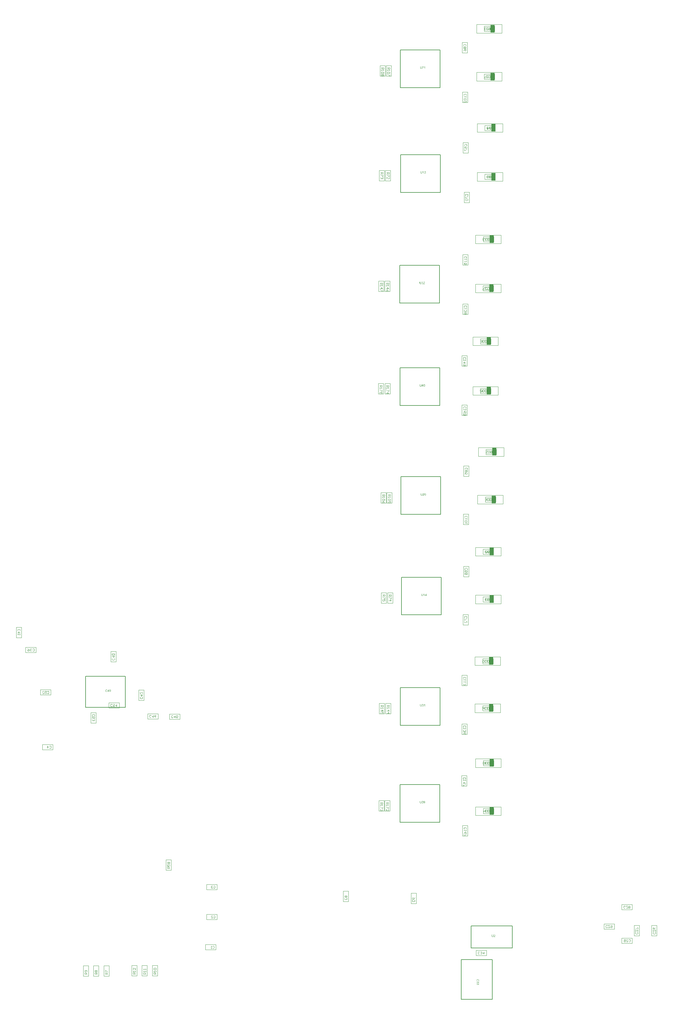
<source format=gbr>
%TF.GenerationSoftware,Altium Limited,Altium Designer,24.10.1 (45)*%
G04 Layer_Color=8388736*
%FSLAX43Y43*%
%MOMM*%
%TF.SameCoordinates,766D9AF5-BA92-4156-BEB6-FD46E2A8267A*%
%TF.FilePolarity,Positive*%
%TF.FileFunction,Other,Top_Assembly*%
%TF.Part,Single*%
G01*
G75*
%TA.AperFunction,NonConductor*%
%ADD81C,0.200*%
%ADD100C,0.100*%
%ADD101R,1.300X2.175*%
G36*
X141036Y21228D02*
Y21227D01*
Y21223D01*
Y21219D01*
Y21212D01*
X141035Y21204D01*
Y21195D01*
X141034Y21184D01*
X141033Y21173D01*
X141030Y21148D01*
X141027Y21122D01*
X141021Y21097D01*
X141017Y21085D01*
X141014Y21074D01*
Y21073D01*
X141013Y21071D01*
X141011Y21068D01*
X141009Y21064D01*
X141004Y21054D01*
X140995Y21041D01*
X140984Y21026D01*
X140971Y21012D01*
X140955Y20996D01*
X140934Y20982D01*
X140933D01*
X140931Y20980D01*
X140929Y20979D01*
X140924Y20977D01*
X140919Y20974D01*
X140911Y20971D01*
X140904Y20968D01*
X140894Y20965D01*
X140884Y20961D01*
X140873Y20958D01*
X140861Y20955D01*
X140847Y20953D01*
X140833Y20951D01*
X140819Y20949D01*
X140785Y20947D01*
X140777D01*
X140771Y20948D01*
X140763D01*
X140754Y20949D01*
X140744Y20950D01*
X140734Y20951D01*
X140710Y20954D01*
X140686Y20960D01*
X140661Y20967D01*
X140638Y20977D01*
X140637D01*
X140636Y20979D01*
X140633Y20981D01*
X140629Y20983D01*
X140619Y20990D01*
X140607Y21001D01*
X140593Y21014D01*
X140580Y21028D01*
X140567Y21047D01*
X140557Y21067D01*
Y21068D01*
X140556Y21070D01*
X140555Y21074D01*
X140553Y21078D01*
X140551Y21084D01*
X140550Y21091D01*
X140547Y21100D01*
X140545Y21110D01*
X140543Y21121D01*
X140540Y21133D01*
X140539Y21146D01*
X140537Y21160D01*
X140535Y21175D01*
X140534Y21192D01*
X140533Y21210D01*
Y21228D01*
Y21598D01*
X140618D01*
Y21228D01*
Y21227D01*
Y21224D01*
Y21220D01*
Y21214D01*
X140619Y21208D01*
Y21199D01*
X140620Y21182D01*
X140622Y21161D01*
X140625Y21141D01*
X140628Y21122D01*
X140630Y21113D01*
X140633Y21105D01*
X140634Y21103D01*
X140636Y21099D01*
X140640Y21092D01*
X140646Y21083D01*
X140652Y21074D01*
X140661Y21063D01*
X140673Y21053D01*
X140686Y21045D01*
X140687Y21044D01*
X140692Y21041D01*
X140700Y21039D01*
X140711Y21035D01*
X140724Y21030D01*
X140741Y21027D01*
X140759Y21025D01*
X140778Y21024D01*
X140787D01*
X140793Y21025D01*
X140801D01*
X140809Y21026D01*
X140830Y21029D01*
X140852Y21034D01*
X140873Y21041D01*
X140894Y21051D01*
X140903Y21058D01*
X140911Y21065D01*
X140912Y21066D01*
X140913Y21067D01*
X140915Y21070D01*
X140918Y21074D01*
X140920Y21079D01*
X140924Y21085D01*
X140928Y21093D01*
X140931Y21101D01*
X140935Y21112D01*
X140938Y21124D01*
X140942Y21137D01*
X140944Y21152D01*
X140947Y21169D01*
X140949Y21186D01*
X140951Y21207D01*
Y21228D01*
Y21598D01*
X141036D01*
Y21228D01*
D02*
G37*
G36*
X141372Y21600D02*
X141380Y21599D01*
X141389Y21598D01*
X141399Y21596D01*
X141409Y21594D01*
X141434Y21588D01*
X141458Y21578D01*
X141470Y21573D01*
X141482Y21566D01*
X141493Y21558D01*
X141503Y21549D01*
X141504Y21548D01*
X141506Y21547D01*
X141507Y21543D01*
X141511Y21540D01*
X141516Y21535D01*
X141520Y21529D01*
X141525Y21522D01*
X141531Y21514D01*
X141540Y21496D01*
X141549Y21474D01*
X141553Y21463D01*
X141555Y21450D01*
X141556Y21437D01*
X141557Y21423D01*
Y21421D01*
Y21417D01*
X141556Y21409D01*
X141556Y21399D01*
X141554Y21388D01*
X141550Y21375D01*
X141546Y21361D01*
X141541Y21347D01*
X141540Y21345D01*
X141538Y21341D01*
X141534Y21333D01*
X141529Y21323D01*
X141521Y21312D01*
X141512Y21298D01*
X141501Y21284D01*
X141488Y21269D01*
X141486Y21267D01*
X141482Y21261D01*
X141477Y21257D01*
X141472Y21252D01*
X141467Y21247D01*
X141459Y21239D01*
X141452Y21232D01*
X141443Y21223D01*
X141434Y21214D01*
X141422Y21204D01*
X141410Y21194D01*
X141397Y21182D01*
X141383Y21170D01*
X141368Y21157D01*
X141367Y21156D01*
X141365Y21154D01*
X141361Y21151D01*
X141357Y21148D01*
X141351Y21142D01*
X141345Y21137D01*
X141330Y21125D01*
X141314Y21111D01*
X141299Y21097D01*
X141286Y21085D01*
X141281Y21080D01*
X141276Y21076D01*
X141275Y21075D01*
X141273Y21072D01*
X141269Y21068D01*
X141264Y21063D01*
X141260Y21056D01*
X141254Y21050D01*
X141243Y21034D01*
X141558D01*
Y20958D01*
X141134D01*
Y20959D01*
Y20963D01*
Y20968D01*
X141135Y20976D01*
X141136Y20984D01*
X141138Y20993D01*
X141139Y21002D01*
X141143Y21013D01*
Y21014D01*
X141144Y21014D01*
X141146Y21020D01*
X141150Y21028D01*
X141155Y21039D01*
X141163Y21052D01*
X141172Y21067D01*
X141182Y21082D01*
X141195Y21098D01*
Y21099D01*
X141197Y21100D01*
X141201Y21105D01*
X141210Y21113D01*
X141222Y21125D01*
X141236Y21139D01*
X141253Y21156D01*
X141274Y21174D01*
X141298Y21194D01*
X141299Y21195D01*
X141302Y21198D01*
X141308Y21202D01*
X141314Y21208D01*
X141323Y21215D01*
X141333Y21223D01*
X141343Y21233D01*
X141355Y21243D01*
X141378Y21265D01*
X141401Y21287D01*
X141412Y21298D01*
X141422Y21309D01*
X141432Y21320D01*
X141439Y21330D01*
Y21331D01*
X141441Y21332D01*
X141443Y21334D01*
X141445Y21338D01*
X141451Y21348D01*
X141458Y21360D01*
X141465Y21375D01*
X141471Y21391D01*
X141475Y21408D01*
X141477Y21425D01*
Y21426D01*
Y21427D01*
X141476Y21432D01*
X141475Y21442D01*
X141472Y21452D01*
X141469Y21465D01*
X141462Y21478D01*
X141454Y21491D01*
X141443Y21504D01*
X141441Y21505D01*
X141436Y21509D01*
X141430Y21514D01*
X141420Y21520D01*
X141407Y21526D01*
X141392Y21531D01*
X141374Y21535D01*
X141355Y21536D01*
X141349D01*
X141346Y21535D01*
X141335Y21534D01*
X141322Y21531D01*
X141308Y21528D01*
X141292Y21521D01*
X141277Y21513D01*
X141263Y21502D01*
X141262Y21500D01*
X141258Y21495D01*
X141252Y21488D01*
X141247Y21477D01*
X141240Y21464D01*
X141235Y21447D01*
X141231Y21429D01*
X141229Y21407D01*
X141149Y21416D01*
Y21417D01*
X141150Y21419D01*
Y21424D01*
X141151Y21431D01*
X141152Y21438D01*
X141154Y21446D01*
X141157Y21456D01*
X141160Y21467D01*
X141167Y21489D01*
X141178Y21511D01*
X141185Y21522D01*
X141193Y21533D01*
X141201Y21543D01*
X141211Y21553D01*
X141212Y21553D01*
X141213Y21554D01*
X141216Y21557D01*
X141221Y21560D01*
X141226Y21564D01*
X141233Y21567D01*
X141240Y21572D01*
X141250Y21577D01*
X141260Y21581D01*
X141271Y21586D01*
X141283Y21590D01*
X141296Y21593D01*
X141310Y21596D01*
X141324Y21599D01*
X141340Y21600D01*
X141357Y21601D01*
X141366D01*
X141372Y21600D01*
D02*
G37*
G36*
X120056Y181795D02*
Y181794D01*
Y181790D01*
Y181786D01*
Y181779D01*
X120055Y181771D01*
Y181762D01*
X120054Y181750D01*
X120053Y181739D01*
X120050Y181714D01*
X120046Y181689D01*
X120041Y181664D01*
X120037Y181652D01*
X120034Y181640D01*
Y181640D01*
X120033Y181638D01*
X120031Y181635D01*
X120029Y181631D01*
X120023Y181621D01*
X120015Y181608D01*
X120004Y181593D01*
X119991Y181578D01*
X119974Y181563D01*
X119954Y181549D01*
X119953D01*
X119951Y181547D01*
X119948Y181546D01*
X119944Y181543D01*
X119938Y181541D01*
X119931Y181538D01*
X119924Y181535D01*
X119914Y181531D01*
X119904Y181528D01*
X119893Y181525D01*
X119881Y181522D01*
X119867Y181519D01*
X119853Y181517D01*
X119838Y181516D01*
X119805Y181514D01*
X119797D01*
X119790Y181515D01*
X119783D01*
X119774Y181516D01*
X119764Y181517D01*
X119753Y181517D01*
X119730Y181521D01*
X119705Y181527D01*
X119681Y181534D01*
X119658Y181544D01*
X119657D01*
X119655Y181546D01*
X119653Y181548D01*
X119649Y181550D01*
X119639Y181557D01*
X119627Y181567D01*
X119613Y181580D01*
X119600Y181595D01*
X119587Y181614D01*
X119577Y181634D01*
Y181635D01*
X119576Y181637D01*
X119575Y181640D01*
X119573Y181645D01*
X119571Y181651D01*
X119569Y181658D01*
X119567Y181666D01*
X119565Y181676D01*
X119563Y181688D01*
X119560Y181700D01*
X119558Y181713D01*
X119556Y181726D01*
X119555Y181742D01*
X119554Y181759D01*
X119553Y181776D01*
Y181795D01*
Y182165D01*
X119638D01*
Y181795D01*
Y181794D01*
Y181791D01*
Y181787D01*
Y181781D01*
X119639Y181775D01*
Y181766D01*
X119640Y181749D01*
X119642Y181728D01*
X119644Y181708D01*
X119648Y181689D01*
X119650Y181680D01*
X119653Y181672D01*
X119654Y181670D01*
X119655Y181665D01*
X119660Y181659D01*
X119666Y181650D01*
X119672Y181640D01*
X119681Y181630D01*
X119692Y181620D01*
X119705Y181612D01*
X119707Y181611D01*
X119712Y181608D01*
X119720Y181605D01*
X119731Y181602D01*
X119744Y181597D01*
X119761Y181594D01*
X119778Y181591D01*
X119798Y181591D01*
X119807D01*
X119813Y181591D01*
X119821D01*
X119829Y181592D01*
X119850Y181596D01*
X119872Y181601D01*
X119893Y181608D01*
X119913Y181618D01*
X119923Y181625D01*
X119931Y181632D01*
X119932Y181633D01*
X119933Y181634D01*
X119935Y181637D01*
X119937Y181640D01*
X119940Y181646D01*
X119944Y181652D01*
X119948Y181660D01*
X119951Y181668D01*
X119955Y181678D01*
X119958Y181690D01*
X119961Y181704D01*
X119964Y181719D01*
X119967Y181736D01*
X119969Y181753D01*
X119971Y181774D01*
Y181795D01*
Y182165D01*
X120056D01*
Y181795D01*
D02*
G37*
G36*
X120495Y181750D02*
X120582D01*
Y181678D01*
X120495D01*
Y181525D01*
X120416D01*
Y181678D01*
X120138D01*
Y181750D01*
X120431Y182165D01*
X120495D01*
Y181750D01*
D02*
G37*
G36*
X120890Y182167D02*
X120902Y182165D01*
X120916Y182162D01*
X120930Y182158D01*
X120946Y182154D01*
X120961Y182146D01*
X120962D01*
X120963Y182145D01*
X120967Y182142D01*
X120975Y182138D01*
X120984Y182131D01*
X120994Y182122D01*
X121005Y182112D01*
X121015Y182100D01*
X121026Y182086D01*
X121027Y182084D01*
X121030Y182080D01*
X121034Y182071D01*
X121040Y182059D01*
X121046Y182045D01*
X121053Y182030D01*
X121060Y182011D01*
X121065Y181991D01*
Y181990D01*
X121066Y181988D01*
X121067Y181985D01*
X121068Y181981D01*
X121069Y181975D01*
X121070Y181969D01*
X121072Y181960D01*
X121073Y181951D01*
X121075Y181941D01*
X121076Y181930D01*
X121076Y181917D01*
X121078Y181904D01*
X121079Y181889D01*
Y181874D01*
X121080Y181858D01*
Y181840D01*
Y181839D01*
Y181836D01*
Y181829D01*
Y181822D01*
X121079Y181811D01*
Y181800D01*
X121078Y181788D01*
X121077Y181775D01*
X121075Y181746D01*
X121070Y181715D01*
X121064Y181686D01*
X121061Y181672D01*
X121056Y181658D01*
Y181657D01*
X121055Y181655D01*
X121053Y181652D01*
X121051Y181647D01*
X121050Y181640D01*
X121046Y181634D01*
X121039Y181618D01*
X121029Y181602D01*
X121017Y181583D01*
X121003Y181566D01*
X120987Y181551D01*
X120986D01*
X120985Y181549D01*
X120982Y181547D01*
X120978Y181545D01*
X120974Y181542D01*
X120969Y181539D01*
X120955Y181532D01*
X120939Y181526D01*
X120919Y181519D01*
X120896Y181516D01*
X120871Y181514D01*
X120862D01*
X120855Y181515D01*
X120848Y181516D01*
X120839Y181517D01*
X120829Y181519D01*
X120818Y181522D01*
X120806Y181526D01*
X120794Y181529D01*
X120782Y181535D01*
X120770Y181542D01*
X120758Y181549D01*
X120746Y181558D01*
X120735Y181568D01*
X120725Y181579D01*
X120724Y181580D01*
X120722Y181583D01*
X120720Y181588D01*
X120715Y181595D01*
X120710Y181603D01*
X120706Y181615D01*
X120699Y181627D01*
X120694Y181642D01*
X120688Y181659D01*
X120683Y181678D01*
X120677Y181700D01*
X120672Y181724D01*
X120668Y181750D01*
X120665Y181777D01*
X120663Y181808D01*
X120662Y181840D01*
Y181841D01*
Y181845D01*
Y181851D01*
Y181859D01*
X120663Y181869D01*
Y181880D01*
X120664Y181892D01*
X120665Y181906D01*
X120668Y181934D01*
X120672Y181965D01*
X120678Y181995D01*
X120682Y182009D01*
X120685Y182023D01*
Y182024D01*
X120686Y182026D01*
X120688Y182030D01*
X120690Y182034D01*
X120692Y182041D01*
X120696Y182047D01*
X120703Y182063D01*
X120712Y182080D01*
X120724Y182097D01*
X120738Y182115D01*
X120755Y182130D01*
X120756D01*
X120757Y182131D01*
X120759Y182133D01*
X120763Y182135D01*
X120768Y182139D01*
X120773Y182142D01*
X120787Y182149D01*
X120804Y182155D01*
X120823Y182162D01*
X120846Y182166D01*
X120871Y182167D01*
X120880D01*
X120890Y182167D01*
D02*
G37*
G36*
X120332Y212046D02*
X120344Y212044D01*
X120359Y212042D01*
X120376Y212037D01*
X120392Y212031D01*
X120409Y212024D01*
X120410D01*
X120411Y212023D01*
X120416Y212020D01*
X120425Y212015D01*
X120434Y212008D01*
X120445Y211999D01*
X120456Y211989D01*
X120467Y211977D01*
X120476Y211963D01*
X120477Y211961D01*
X120480Y211957D01*
X120484Y211948D01*
X120488Y211938D01*
X120493Y211926D01*
X120497Y211912D01*
X120499Y211896D01*
X120500Y211881D01*
Y211879D01*
Y211873D01*
X120499Y211866D01*
X120498Y211856D01*
X120495Y211844D01*
X120490Y211831D01*
X120485Y211818D01*
X120477Y211805D01*
X120476Y211803D01*
X120474Y211799D01*
X120468Y211793D01*
X120461Y211786D01*
X120451Y211777D01*
X120440Y211768D01*
X120427Y211760D01*
X120412Y211751D01*
X120413D01*
X120414Y211750D01*
X120417Y211749D01*
X120421Y211749D01*
X120431Y211745D01*
X120444Y211739D01*
X120459Y211732D01*
X120474Y211723D01*
X120487Y211711D01*
X120500Y211697D01*
X120501Y211695D01*
X120505Y211689D01*
X120511Y211680D01*
X120516Y211668D01*
X120522Y211653D01*
X120527Y211636D01*
X120531Y211615D01*
X120532Y211593D01*
Y211592D01*
Y211590D01*
Y211585D01*
X120531Y211579D01*
X120530Y211572D01*
X120528Y211564D01*
X120526Y211554D01*
X120524Y211544D01*
X120517Y211522D01*
X120511Y211510D01*
X120506Y211499D01*
X120499Y211487D01*
X120490Y211475D01*
X120481Y211463D01*
X120470Y211452D01*
X120469Y211451D01*
X120467Y211449D01*
X120463Y211446D01*
X120459Y211443D01*
X120453Y211438D01*
X120446Y211433D01*
X120438Y211428D01*
X120427Y211423D01*
X120417Y211418D01*
X120405Y211412D01*
X120393Y211407D01*
X120379Y211403D01*
X120364Y211399D01*
X120349Y211396D01*
X120333Y211394D01*
X120315Y211394D01*
X120307D01*
X120302Y211394D01*
X120294Y211395D01*
X120286Y211396D01*
X120277Y211398D01*
X120266Y211400D01*
X120244Y211406D01*
X120221Y211415D01*
X120209Y211420D01*
X120198Y211427D01*
X120187Y211435D01*
X120176Y211443D01*
X120175Y211444D01*
X120173Y211446D01*
X120170Y211449D01*
X120168Y211453D01*
X120163Y211457D01*
X120158Y211464D01*
X120153Y211470D01*
X120147Y211479D01*
X120142Y211488D01*
X120136Y211497D01*
X120126Y211519D01*
X120118Y211545D01*
X120115Y211559D01*
X120113Y211574D01*
X120192Y211584D01*
Y211583D01*
X120193Y211581D01*
X120193Y211577D01*
X120194Y211573D01*
X120195Y211567D01*
X120197Y211561D01*
X120202Y211547D01*
X120208Y211530D01*
X120217Y211515D01*
X120226Y211500D01*
X120237Y211487D01*
X120239Y211486D01*
X120242Y211482D01*
X120250Y211478D01*
X120259Y211473D01*
X120270Y211467D01*
X120284Y211463D01*
X120300Y211459D01*
X120316Y211458D01*
X120322D01*
X120326Y211459D01*
X120336Y211460D01*
X120349Y211463D01*
X120364Y211467D01*
X120379Y211474D01*
X120395Y211483D01*
X120410Y211496D01*
X120412Y211498D01*
X120416Y211504D01*
X120422Y211512D01*
X120429Y211523D01*
X120437Y211537D01*
X120442Y211553D01*
X120447Y211571D01*
X120449Y211591D01*
Y211592D01*
Y211594D01*
Y211597D01*
X120448Y211601D01*
X120447Y211611D01*
X120444Y211623D01*
X120440Y211638D01*
X120434Y211652D01*
X120425Y211667D01*
X120413Y211681D01*
X120411Y211683D01*
X120406Y211687D01*
X120399Y211692D01*
X120389Y211699D01*
X120376Y211705D01*
X120360Y211711D01*
X120342Y211714D01*
X120323Y211716D01*
X120315D01*
X120308Y211715D01*
X120300Y211714D01*
X120291Y211712D01*
X120279Y211711D01*
X120267Y211708D01*
X120277Y211777D01*
X120281D01*
X120285Y211776D01*
X120297D01*
X120307Y211778D01*
X120319Y211780D01*
X120333Y211783D01*
X120349Y211787D01*
X120364Y211794D01*
X120379Y211802D01*
X120380D01*
X120381Y211803D01*
X120386Y211807D01*
X120392Y211813D01*
X120400Y211822D01*
X120407Y211834D01*
X120413Y211847D01*
X120418Y211863D01*
X120420Y211872D01*
Y211883D01*
Y211884D01*
Y211884D01*
Y211890D01*
X120418Y211897D01*
X120416Y211908D01*
X120413Y211919D01*
X120408Y211931D01*
X120401Y211943D01*
X120390Y211954D01*
X120389Y211955D01*
X120385Y211958D01*
X120378Y211963D01*
X120370Y211969D01*
X120359Y211973D01*
X120346Y211978D01*
X120331Y211982D01*
X120315Y211982D01*
X120307D01*
X120299Y211981D01*
X120288Y211979D01*
X120276Y211975D01*
X120264Y211970D01*
X120251Y211963D01*
X120239Y211954D01*
X120238Y211953D01*
X120234Y211948D01*
X120229Y211942D01*
X120222Y211933D01*
X120216Y211921D01*
X120209Y211906D01*
X120204Y211888D01*
X120200Y211868D01*
X120121Y211882D01*
Y211883D01*
X120122Y211885D01*
X120123Y211889D01*
X120124Y211895D01*
X120126Y211901D01*
X120129Y211908D01*
X120134Y211926D01*
X120144Y211946D01*
X120155Y211967D01*
X120168Y211986D01*
X120186Y212004D01*
X120187Y212005D01*
X120189Y212006D01*
X120192Y212007D01*
X120195Y212010D01*
X120200Y212014D01*
X120206Y212018D01*
X120213Y212021D01*
X120221Y212026D01*
X120240Y212033D01*
X120261Y212041D01*
X120286Y212045D01*
X120299Y212047D01*
X120322D01*
X120332Y212046D01*
D02*
G37*
G36*
X120003Y211675D02*
Y211674D01*
Y211670D01*
Y211665D01*
Y211659D01*
X120002Y211651D01*
Y211641D01*
X120001Y211630D01*
X120000Y211619D01*
X119997Y211594D01*
X119994Y211568D01*
X119988Y211543D01*
X119984Y211531D01*
X119981Y211520D01*
Y211519D01*
X119980Y211517D01*
X119978Y211515D01*
X119976Y211511D01*
X119971Y211501D01*
X119962Y211488D01*
X119951Y211473D01*
X119938Y211458D01*
X119922Y211443D01*
X119901Y211429D01*
X119900D01*
X119899Y211427D01*
X119896Y211426D01*
X119891Y211423D01*
X119886Y211420D01*
X119878Y211418D01*
X119871Y211415D01*
X119862Y211411D01*
X119851Y211407D01*
X119840Y211405D01*
X119828Y211402D01*
X119814Y211399D01*
X119801Y211397D01*
X119786Y211395D01*
X119752Y211394D01*
X119744D01*
X119738Y211394D01*
X119730D01*
X119721Y211395D01*
X119711Y211396D01*
X119701Y211397D01*
X119678Y211401D01*
X119653Y211406D01*
X119629Y211414D01*
X119605Y211424D01*
X119604D01*
X119603Y211426D01*
X119600Y211428D01*
X119596Y211430D01*
X119586Y211437D01*
X119574Y211447D01*
X119560Y211460D01*
X119547Y211475D01*
X119534Y211493D01*
X119524Y211514D01*
Y211515D01*
X119523Y211516D01*
X119522Y211520D01*
X119520Y211525D01*
X119519Y211530D01*
X119517Y211538D01*
X119514Y211546D01*
X119512Y211556D01*
X119510Y211567D01*
X119507Y211579D01*
X119506Y211592D01*
X119504Y211606D01*
X119502Y211622D01*
X119501Y211639D01*
X119500Y211656D01*
Y211675D01*
Y212044D01*
X119585D01*
Y211675D01*
Y211674D01*
Y211671D01*
Y211666D01*
Y211661D01*
X119586Y211654D01*
Y211646D01*
X119587Y211628D01*
X119589Y211608D01*
X119592Y211588D01*
X119595Y211568D01*
X119597Y211560D01*
X119600Y211552D01*
X119601Y211550D01*
X119603Y211545D01*
X119607Y211539D01*
X119613Y211529D01*
X119619Y211520D01*
X119629Y211510D01*
X119640Y211500D01*
X119653Y211492D01*
X119654Y211491D01*
X119659Y211488D01*
X119667Y211485D01*
X119678Y211481D01*
X119691Y211477D01*
X119708Y211474D01*
X119726Y211471D01*
X119745Y211470D01*
X119754D01*
X119760Y211471D01*
X119768D01*
X119776Y211472D01*
X119797Y211476D01*
X119819Y211480D01*
X119840Y211488D01*
X119861Y211498D01*
X119870Y211504D01*
X119878Y211512D01*
X119879Y211513D01*
X119880Y211514D01*
X119882Y211516D01*
X119885Y211520D01*
X119887Y211526D01*
X119891Y211531D01*
X119895Y211540D01*
X119899Y211548D01*
X119902Y211558D01*
X119905Y211570D01*
X119909Y211584D01*
X119911Y211599D01*
X119914Y211615D01*
X119916Y211633D01*
X119918Y211653D01*
Y211675D01*
Y212044D01*
X120003D01*
Y211675D01*
D02*
G37*
G36*
X120837Y212046D02*
X120844Y212045D01*
X120854Y212044D01*
X120864Y212043D01*
X120874Y212041D01*
X120898Y212034D01*
X120922Y212025D01*
X120934Y212019D01*
X120946Y212013D01*
X120957Y212005D01*
X120967Y211995D01*
X120968Y211994D01*
X120970Y211994D01*
X120972Y211990D01*
X120976Y211986D01*
X120980Y211982D01*
X120985Y211975D01*
X120989Y211969D01*
X120995Y211960D01*
X121004Y211943D01*
X121014Y211921D01*
X121017Y211909D01*
X121019Y211896D01*
X121021Y211884D01*
X121022Y211870D01*
Y211868D01*
Y211863D01*
X121021Y211856D01*
X121020Y211846D01*
X121018Y211835D01*
X121014Y211822D01*
X121011Y211808D01*
X121005Y211794D01*
X121004Y211792D01*
X121002Y211787D01*
X120999Y211780D01*
X120993Y211770D01*
X120986Y211759D01*
X120977Y211745D01*
X120965Y211731D01*
X120953Y211715D01*
X120951Y211713D01*
X120946Y211708D01*
X120941Y211703D01*
X120937Y211699D01*
X120931Y211693D01*
X120924Y211686D01*
X120916Y211678D01*
X120907Y211670D01*
X120898Y211661D01*
X120887Y211651D01*
X120875Y211640D01*
X120862Y211628D01*
X120847Y211616D01*
X120832Y211603D01*
X120831Y211602D01*
X120830Y211601D01*
X120826Y211598D01*
X120821Y211594D01*
X120816Y211589D01*
X120809Y211583D01*
X120794Y211571D01*
X120779Y211557D01*
X120764Y211543D01*
X120751Y211531D01*
X120745Y211527D01*
X120741Y211522D01*
X120740Y211521D01*
X120737Y211518D01*
X120733Y211515D01*
X120729Y211509D01*
X120724Y211503D01*
X120719Y211496D01*
X120707Y211480D01*
X121023D01*
Y211405D01*
X120598D01*
Y211406D01*
Y211409D01*
Y211415D01*
X120599Y211422D01*
X120600Y211430D01*
X120602Y211440D01*
X120604Y211449D01*
X120608Y211459D01*
Y211460D01*
X120609Y211461D01*
X120610Y211467D01*
X120614Y211475D01*
X120620Y211486D01*
X120627Y211499D01*
X120636Y211514D01*
X120646Y211529D01*
X120659Y211544D01*
Y211545D01*
X120661Y211546D01*
X120666Y211552D01*
X120674Y211560D01*
X120686Y211572D01*
X120700Y211586D01*
X120718Y211602D01*
X120739Y211621D01*
X120762Y211640D01*
X120763Y211641D01*
X120767Y211644D01*
X120772Y211649D01*
X120779Y211654D01*
X120787Y211662D01*
X120797Y211670D01*
X120807Y211679D01*
X120819Y211689D01*
X120842Y211712D01*
X120866Y211734D01*
X120877Y211745D01*
X120887Y211756D01*
X120896Y211766D01*
X120904Y211776D01*
Y211777D01*
X120905Y211778D01*
X120907Y211781D01*
X120909Y211785D01*
X120916Y211795D01*
X120923Y211807D01*
X120929Y211822D01*
X120936Y211837D01*
X120940Y211855D01*
X120941Y211872D01*
Y211872D01*
Y211873D01*
X120940Y211879D01*
X120940Y211888D01*
X120937Y211898D01*
X120933Y211911D01*
X120927Y211924D01*
X120918Y211937D01*
X120907Y211950D01*
X120905Y211952D01*
X120901Y211956D01*
X120894Y211960D01*
X120884Y211967D01*
X120871Y211972D01*
X120856Y211978D01*
X120839Y211982D01*
X120819Y211982D01*
X120814D01*
X120810Y211982D01*
X120799Y211981D01*
X120786Y211978D01*
X120772Y211974D01*
X120757Y211968D01*
X120742Y211959D01*
X120728Y211948D01*
X120726Y211946D01*
X120722Y211942D01*
X120717Y211934D01*
X120711Y211923D01*
X120705Y211910D01*
X120699Y211894D01*
X120695Y211875D01*
X120694Y211854D01*
X120613Y211862D01*
Y211863D01*
X120614Y211866D01*
Y211871D01*
X120615Y211877D01*
X120617Y211884D01*
X120619Y211893D01*
X120622Y211903D01*
X120624Y211913D01*
X120632Y211935D01*
X120643Y211957D01*
X120649Y211969D01*
X120658Y211980D01*
X120666Y211990D01*
X120675Y211999D01*
X120676Y212000D01*
X120678Y212001D01*
X120681Y212004D01*
X120685Y212006D01*
X120691Y212010D01*
X120697Y212014D01*
X120705Y212019D01*
X120714Y212023D01*
X120724Y212028D01*
X120735Y212032D01*
X120747Y212036D01*
X120760Y212040D01*
X120774Y212043D01*
X120789Y212045D01*
X120805Y212046D01*
X120821Y212047D01*
X120830D01*
X120837Y212046D01*
D02*
G37*
G36*
X120193Y274514D02*
Y274513D01*
Y274509D01*
Y274504D01*
Y274498D01*
X120192Y274490D01*
Y274480D01*
X120191Y274469D01*
X120190Y274458D01*
X120187Y274433D01*
X120184Y274407D01*
X120178Y274382D01*
X120174Y274370D01*
X120171Y274359D01*
Y274358D01*
X120170Y274356D01*
X120168Y274354D01*
X120166Y274350D01*
X120161Y274340D01*
X120152Y274327D01*
X120141Y274312D01*
X120128Y274297D01*
X120112Y274282D01*
X120091Y274268D01*
X120090D01*
X120089Y274266D01*
X120086Y274265D01*
X120081Y274262D01*
X120076Y274259D01*
X120068Y274257D01*
X120061Y274254D01*
X120052Y274250D01*
X120041Y274246D01*
X120030Y274244D01*
X120018Y274241D01*
X120004Y274238D01*
X119991Y274236D01*
X119976Y274234D01*
X119942Y274233D01*
X119934D01*
X119928Y274233D01*
X119920D01*
X119911Y274234D01*
X119901Y274235D01*
X119891Y274236D01*
X119868Y274240D01*
X119843Y274245D01*
X119819Y274253D01*
X119795Y274263D01*
X119794D01*
X119793Y274265D01*
X119790Y274267D01*
X119786Y274269D01*
X119776Y274276D01*
X119764Y274286D01*
X119750Y274299D01*
X119737Y274314D01*
X119724Y274332D01*
X119714Y274353D01*
Y274354D01*
X119713Y274355D01*
X119712Y274359D01*
X119710Y274364D01*
X119709Y274369D01*
X119707Y274377D01*
X119704Y274385D01*
X119702Y274395D01*
X119700Y274406D01*
X119697Y274418D01*
X119696Y274431D01*
X119694Y274445D01*
X119692Y274461D01*
X119691Y274478D01*
X119690Y274495D01*
Y274514D01*
Y274883D01*
X119775D01*
Y274514D01*
Y274513D01*
Y274510D01*
Y274505D01*
Y274500D01*
X119776Y274493D01*
Y274485D01*
X119777Y274467D01*
X119779Y274447D01*
X119782Y274427D01*
X119785Y274407D01*
X119787Y274399D01*
X119790Y274391D01*
X119791Y274389D01*
X119793Y274384D01*
X119797Y274378D01*
X119803Y274368D01*
X119809Y274359D01*
X119819Y274349D01*
X119830Y274339D01*
X119843Y274331D01*
X119844Y274330D01*
X119849Y274327D01*
X119857Y274324D01*
X119868Y274320D01*
X119881Y274316D01*
X119898Y274313D01*
X119916Y274310D01*
X119935Y274309D01*
X119944D01*
X119950Y274310D01*
X119958D01*
X119966Y274311D01*
X119987Y274315D01*
X120009Y274319D01*
X120030Y274327D01*
X120051Y274337D01*
X120060Y274343D01*
X120068Y274351D01*
X120069Y274352D01*
X120070Y274353D01*
X120072Y274355D01*
X120075Y274359D01*
X120077Y274365D01*
X120081Y274370D01*
X120085Y274379D01*
X120089Y274387D01*
X120092Y274397D01*
X120095Y274409D01*
X120099Y274423D01*
X120101Y274438D01*
X120104Y274454D01*
X120106Y274472D01*
X120108Y274492D01*
Y274514D01*
Y274883D01*
X120193D01*
Y274514D01*
D02*
G37*
G36*
X121095Y274244D02*
X121017D01*
Y274744D01*
X121016Y274743D01*
X121011Y274739D01*
X121006Y274734D01*
X120996Y274727D01*
X120986Y274719D01*
X120973Y274710D01*
X120959Y274699D01*
X120942Y274689D01*
X120941D01*
X120940Y274688D01*
X120934Y274685D01*
X120925Y274680D01*
X120914Y274674D01*
X120901Y274668D01*
X120887Y274661D01*
X120873Y274655D01*
X120860Y274649D01*
Y274725D01*
X120861D01*
X120862Y274727D01*
X120866Y274728D01*
X120871Y274731D01*
X120876Y274734D01*
X120883Y274737D01*
X120898Y274747D01*
X120917Y274757D01*
X120935Y274770D01*
X120955Y274784D01*
X120974Y274800D01*
X120975Y274801D01*
X120976Y274802D01*
X120979Y274805D01*
X120983Y274808D01*
X120991Y274817D01*
X121002Y274828D01*
X121013Y274841D01*
X121025Y274856D01*
X121035Y274870D01*
X121045Y274886D01*
X121095D01*
Y274244D01*
D02*
G37*
G36*
X120530Y274885D02*
X120537Y274884D01*
X120546Y274883D01*
X120556Y274882D01*
X120566Y274880D01*
X120591Y274873D01*
X120615Y274864D01*
X120627Y274858D01*
X120639Y274852D01*
X120650Y274844D01*
X120660Y274834D01*
X120661Y274833D01*
X120663Y274833D01*
X120665Y274829D01*
X120668Y274825D01*
X120673Y274821D01*
X120677Y274814D01*
X120682Y274808D01*
X120688Y274799D01*
X120697Y274782D01*
X120706Y274760D01*
X120710Y274748D01*
X120712Y274735D01*
X120714Y274723D01*
X120714Y274709D01*
Y274707D01*
Y274702D01*
X120714Y274695D01*
X120713Y274685D01*
X120711Y274674D01*
X120707Y274661D01*
X120703Y274647D01*
X120698Y274633D01*
X120697Y274631D01*
X120695Y274626D01*
X120691Y274619D01*
X120686Y274609D01*
X120678Y274598D01*
X120669Y274584D01*
X120658Y274570D01*
X120645Y274554D01*
X120643Y274552D01*
X120639Y274547D01*
X120634Y274542D01*
X120629Y274538D01*
X120624Y274532D01*
X120616Y274525D01*
X120609Y274517D01*
X120600Y274509D01*
X120591Y274500D01*
X120579Y274490D01*
X120567Y274479D01*
X120554Y274467D01*
X120540Y274455D01*
X120525Y274442D01*
X120524Y274441D01*
X120522Y274440D01*
X120518Y274437D01*
X120514Y274433D01*
X120508Y274428D01*
X120502Y274422D01*
X120487Y274410D01*
X120471Y274396D01*
X120456Y274382D01*
X120444Y274370D01*
X120438Y274366D01*
X120433Y274361D01*
X120432Y274360D01*
X120430Y274357D01*
X120426Y274354D01*
X120421Y274348D01*
X120417Y274342D01*
X120411Y274335D01*
X120400Y274319D01*
X120715D01*
Y274244D01*
X120291D01*
Y274245D01*
Y274248D01*
Y274254D01*
X120292Y274261D01*
X120293Y274270D01*
X120295Y274279D01*
X120297Y274288D01*
X120300Y274298D01*
Y274299D01*
X120301Y274300D01*
X120303Y274306D01*
X120307Y274314D01*
X120312Y274325D01*
X120320Y274338D01*
X120329Y274353D01*
X120339Y274367D01*
X120352Y274383D01*
Y274384D01*
X120354Y274385D01*
X120358Y274391D01*
X120367Y274399D01*
X120379Y274411D01*
X120393Y274425D01*
X120410Y274441D01*
X120432Y274460D01*
X120455Y274479D01*
X120456Y274480D01*
X120459Y274483D01*
X120465Y274488D01*
X120471Y274493D01*
X120480Y274501D01*
X120490Y274509D01*
X120500Y274518D01*
X120512Y274528D01*
X120535Y274551D01*
X120558Y274573D01*
X120569Y274584D01*
X120579Y274595D01*
X120589Y274605D01*
X120596Y274615D01*
Y274616D01*
X120598Y274617D01*
X120600Y274620D01*
X120602Y274624D01*
X120608Y274634D01*
X120616Y274646D01*
X120622Y274661D01*
X120628Y274676D01*
X120632Y274694D01*
X120634Y274711D01*
Y274711D01*
Y274712D01*
X120633Y274718D01*
X120632Y274727D01*
X120629Y274737D01*
X120626Y274750D01*
X120619Y274763D01*
X120611Y274776D01*
X120600Y274789D01*
X120598Y274791D01*
X120593Y274795D01*
X120587Y274799D01*
X120577Y274806D01*
X120564Y274811D01*
X120549Y274817D01*
X120531Y274821D01*
X120512Y274821D01*
X120506D01*
X120503Y274821D01*
X120492Y274820D01*
X120479Y274817D01*
X120465Y274813D01*
X120449Y274807D01*
X120434Y274798D01*
X120420Y274787D01*
X120419Y274785D01*
X120415Y274781D01*
X120409Y274773D01*
X120404Y274762D01*
X120397Y274749D01*
X120392Y274733D01*
X120388Y274714D01*
X120386Y274693D01*
X120306Y274701D01*
Y274702D01*
X120307Y274705D01*
Y274710D01*
X120308Y274716D01*
X120309Y274723D01*
X120311Y274732D01*
X120314Y274742D01*
X120317Y274752D01*
X120324Y274774D01*
X120335Y274796D01*
X120342Y274808D01*
X120350Y274819D01*
X120358Y274829D01*
X120368Y274838D01*
X120369Y274839D01*
X120370Y274840D01*
X120373Y274843D01*
X120378Y274845D01*
X120383Y274849D01*
X120390Y274853D01*
X120397Y274858D01*
X120407Y274862D01*
X120417Y274867D01*
X120428Y274871D01*
X120440Y274875D01*
X120453Y274879D01*
X120467Y274882D01*
X120481Y274884D01*
X120497Y274885D01*
X120514Y274886D01*
X120523D01*
X120530Y274885D01*
D02*
G37*
G36*
X121092Y244320D02*
X121104Y244318D01*
X121119Y244316D01*
X121135Y244311D01*
X121152Y244305D01*
X121169Y244298D01*
X121169D01*
X121170Y244297D01*
X121176Y244294D01*
X121184Y244289D01*
X121193Y244282D01*
X121205Y244273D01*
X121216Y244263D01*
X121227Y244251D01*
X121236Y244237D01*
X121237Y244235D01*
X121240Y244231D01*
X121243Y244222D01*
X121248Y244212D01*
X121253Y244200D01*
X121256Y244186D01*
X121259Y244170D01*
X121260Y244155D01*
Y244153D01*
Y244147D01*
X121259Y244140D01*
X121257Y244130D01*
X121255Y244118D01*
X121250Y244105D01*
X121244Y244092D01*
X121237Y244079D01*
X121236Y244077D01*
X121233Y244073D01*
X121228Y244067D01*
X121220Y244060D01*
X121211Y244051D01*
X121200Y244042D01*
X121187Y244034D01*
X121171Y244025D01*
X121172D01*
X121174Y244024D01*
X121177Y244023D01*
X121181Y244023D01*
X121191Y244019D01*
X121204Y244013D01*
X121218Y244006D01*
X121233Y243997D01*
X121247Y243985D01*
X121260Y243971D01*
X121261Y243969D01*
X121265Y243963D01*
X121270Y243954D01*
X121276Y243942D01*
X121281Y243927D01*
X121287Y243910D01*
X121291Y243889D01*
X121291Y243867D01*
Y243866D01*
Y243864D01*
Y243859D01*
X121291Y243853D01*
X121290Y243846D01*
X121288Y243838D01*
X121286Y243828D01*
X121284Y243818D01*
X121277Y243796D01*
X121271Y243784D01*
X121266Y243773D01*
X121258Y243761D01*
X121250Y243749D01*
X121241Y243737D01*
X121230Y243726D01*
X121229Y243725D01*
X121227Y243723D01*
X121223Y243720D01*
X121218Y243717D01*
X121213Y243712D01*
X121205Y243707D01*
X121197Y243702D01*
X121187Y243697D01*
X121177Y243692D01*
X121165Y243686D01*
X121153Y243681D01*
X121139Y243677D01*
X121124Y243673D01*
X121108Y243670D01*
X121093Y243668D01*
X121075Y243668D01*
X121067D01*
X121061Y243668D01*
X121054Y243669D01*
X121046Y243670D01*
X121036Y243672D01*
X121026Y243674D01*
X121004Y243680D01*
X120981Y243689D01*
X120969Y243694D01*
X120958Y243701D01*
X120947Y243709D01*
X120936Y243717D01*
X120935Y243718D01*
X120933Y243720D01*
X120930Y243723D01*
X120927Y243727D01*
X120923Y243731D01*
X120918Y243738D01*
X120912Y243744D01*
X120907Y243753D01*
X120901Y243762D01*
X120896Y243771D01*
X120886Y243793D01*
X120877Y243819D01*
X120875Y243833D01*
X120873Y243848D01*
X120951Y243858D01*
Y243857D01*
X120952Y243855D01*
X120953Y243852D01*
X120954Y243847D01*
X120955Y243841D01*
X120957Y243835D01*
X120961Y243821D01*
X120968Y243804D01*
X120976Y243789D01*
X120985Y243774D01*
X120997Y243761D01*
X120998Y243760D01*
X121002Y243756D01*
X121009Y243752D01*
X121019Y243747D01*
X121030Y243741D01*
X121044Y243737D01*
X121059Y243733D01*
X121076Y243732D01*
X121082D01*
X121085Y243733D01*
X121095Y243734D01*
X121108Y243737D01*
X121123Y243741D01*
X121139Y243748D01*
X121155Y243757D01*
X121169Y243770D01*
X121171Y243772D01*
X121176Y243778D01*
X121181Y243786D01*
X121189Y243797D01*
X121196Y243811D01*
X121202Y243827D01*
X121206Y243845D01*
X121208Y243865D01*
Y243866D01*
Y243868D01*
Y243871D01*
X121207Y243875D01*
X121206Y243885D01*
X121204Y243897D01*
X121200Y243912D01*
X121193Y243926D01*
X121184Y243941D01*
X121172Y243955D01*
X121170Y243957D01*
X121166Y243961D01*
X121158Y243966D01*
X121148Y243973D01*
X121135Y243979D01*
X121120Y243985D01*
X121102Y243988D01*
X121083Y243990D01*
X121074D01*
X121068Y243989D01*
X121059Y243988D01*
X121050Y243986D01*
X121039Y243985D01*
X121027Y243982D01*
X121036Y244051D01*
X121041D01*
X121045Y244050D01*
X121057D01*
X121067Y244052D01*
X121079Y244054D01*
X121093Y244057D01*
X121108Y244061D01*
X121123Y244068D01*
X121139Y244076D01*
X121140D01*
X121141Y244077D01*
X121145Y244081D01*
X121152Y244087D01*
X121159Y244096D01*
X121167Y244108D01*
X121173Y244121D01*
X121178Y244137D01*
X121180Y244146D01*
Y244157D01*
Y244158D01*
Y244158D01*
Y244164D01*
X121178Y244171D01*
X121176Y244182D01*
X121172Y244193D01*
X121168Y244205D01*
X121160Y244217D01*
X121150Y244228D01*
X121149Y244229D01*
X121144Y244232D01*
X121138Y244237D01*
X121130Y244243D01*
X121119Y244247D01*
X121106Y244252D01*
X121091Y244256D01*
X121074Y244256D01*
X121067D01*
X121058Y244255D01*
X121047Y244253D01*
X121035Y244249D01*
X121023Y244244D01*
X121010Y244237D01*
X120998Y244228D01*
X120997Y244227D01*
X120994Y244222D01*
X120988Y244216D01*
X120982Y244207D01*
X120975Y244195D01*
X120969Y244180D01*
X120963Y244162D01*
X120960Y244142D01*
X120881Y244156D01*
Y244157D01*
X120882Y244159D01*
X120883Y244163D01*
X120884Y244169D01*
X120886Y244175D01*
X120888Y244182D01*
X120894Y244200D01*
X120903Y244220D01*
X120914Y244241D01*
X120928Y244260D01*
X120946Y244278D01*
X120947Y244279D01*
X120948Y244280D01*
X120951Y244281D01*
X120955Y244284D01*
X120960Y244288D01*
X120966Y244292D01*
X120973Y244295D01*
X120981Y244300D01*
X120999Y244307D01*
X121021Y244315D01*
X121046Y244319D01*
X121058Y244321D01*
X121082D01*
X121092Y244320D01*
D02*
G37*
G36*
X120265Y243949D02*
Y243948D01*
Y243944D01*
Y243939D01*
Y243933D01*
X120264Y243925D01*
Y243915D01*
X120263Y243904D01*
X120262Y243893D01*
X120260Y243868D01*
X120256Y243842D01*
X120250Y243817D01*
X120247Y243805D01*
X120243Y243794D01*
Y243793D01*
X120242Y243791D01*
X120240Y243789D01*
X120238Y243785D01*
X120233Y243775D01*
X120225Y243762D01*
X120213Y243747D01*
X120201Y243732D01*
X120184Y243717D01*
X120164Y243703D01*
X120163D01*
X120161Y243701D01*
X120158Y243700D01*
X120153Y243697D01*
X120148Y243694D01*
X120140Y243692D01*
X120133Y243689D01*
X120124Y243685D01*
X120114Y243681D01*
X120103Y243679D01*
X120090Y243676D01*
X120077Y243673D01*
X120063Y243671D01*
X120048Y243669D01*
X120015Y243668D01*
X120006D01*
X120000Y243668D01*
X119992D01*
X119983Y243669D01*
X119973Y243670D01*
X119963Y243671D01*
X119940Y243675D01*
X119915Y243680D01*
X119891Y243688D01*
X119868Y243698D01*
X119867D01*
X119865Y243700D01*
X119862Y243702D01*
X119858Y243704D01*
X119848Y243711D01*
X119836Y243721D01*
X119822Y243734D01*
X119809Y243749D01*
X119796Y243767D01*
X119786Y243788D01*
Y243789D01*
X119785Y243790D01*
X119784Y243794D01*
X119783Y243799D01*
X119781Y243804D01*
X119779Y243812D01*
X119776Y243820D01*
X119774Y243830D01*
X119772Y243841D01*
X119770Y243853D01*
X119768Y243866D01*
X119766Y243880D01*
X119764Y243896D01*
X119763Y243913D01*
X119762Y243930D01*
Y243949D01*
Y244318D01*
X119847D01*
Y243949D01*
Y243948D01*
Y243945D01*
Y243940D01*
Y243935D01*
X119848Y243928D01*
Y243920D01*
X119849Y243902D01*
X119851Y243882D01*
X119854Y243862D01*
X119857Y243842D01*
X119859Y243834D01*
X119862Y243826D01*
X119863Y243824D01*
X119865Y243819D01*
X119870Y243813D01*
X119875Y243803D01*
X119882Y243794D01*
X119891Y243784D01*
X119902Y243774D01*
X119915Y243766D01*
X119917Y243765D01*
X119921Y243762D01*
X119930Y243759D01*
X119941Y243755D01*
X119954Y243751D01*
X119970Y243748D01*
X119988Y243745D01*
X120007Y243744D01*
X120017D01*
X120022Y243745D01*
X120030D01*
X120039Y243746D01*
X120059Y243750D01*
X120081Y243754D01*
X120103Y243762D01*
X120123Y243772D01*
X120132Y243778D01*
X120140Y243786D01*
X120141Y243787D01*
X120142Y243788D01*
X120144Y243790D01*
X120147Y243794D01*
X120150Y243800D01*
X120153Y243805D01*
X120157Y243814D01*
X120161Y243822D01*
X120164Y243832D01*
X120167Y243844D01*
X120171Y243858D01*
X120174Y243873D01*
X120176Y243889D01*
X120178Y243907D01*
X120180Y243927D01*
Y243949D01*
Y244318D01*
X120265D01*
Y243949D01*
D02*
G37*
G36*
X120670Y243679D02*
X120592D01*
Y244179D01*
X120591Y244178D01*
X120586Y244174D01*
X120580Y244169D01*
X120571Y244162D01*
X120561Y244154D01*
X120548Y244145D01*
X120533Y244134D01*
X120517Y244124D01*
X120516D01*
X120515Y244123D01*
X120509Y244120D01*
X120500Y244115D01*
X120489Y244109D01*
X120476Y244103D01*
X120462Y244096D01*
X120448Y244090D01*
X120434Y244084D01*
Y244160D01*
X120435D01*
X120437Y244162D01*
X120441Y244163D01*
X120446Y244166D01*
X120451Y244169D01*
X120458Y244172D01*
X120473Y244182D01*
X120492Y244192D01*
X120510Y244205D01*
X120530Y244219D01*
X120549Y244235D01*
X120550Y244236D01*
X120551Y244237D01*
X120554Y244240D01*
X120557Y244243D01*
X120566Y244252D01*
X120577Y244263D01*
X120588Y244276D01*
X120600Y244291D01*
X120610Y244305D01*
X120619Y244321D01*
X120670D01*
Y243679D01*
D02*
G37*
G36*
X120406Y60598D02*
X120418Y60596D01*
X120433Y60593D01*
X120449Y60589D01*
X120466Y60583D01*
X120483Y60576D01*
X120484D01*
X120484Y60575D01*
X120490Y60572D01*
X120498Y60567D01*
X120508Y60560D01*
X120519Y60551D01*
X120530Y60541D01*
X120541Y60529D01*
X120550Y60515D01*
X120551Y60513D01*
X120554Y60508D01*
X120558Y60500D01*
X120562Y60490D01*
X120567Y60478D01*
X120570Y60464D01*
X120573Y60448D01*
X120574Y60433D01*
Y60431D01*
Y60425D01*
X120573Y60418D01*
X120571Y60408D01*
X120569Y60396D01*
X120564Y60383D01*
X120558Y60370D01*
X120551Y60357D01*
X120550Y60355D01*
X120547Y60351D01*
X120542Y60345D01*
X120534Y60337D01*
X120525Y60329D01*
X120514Y60320D01*
X120501Y60311D01*
X120485Y60303D01*
X120486D01*
X120488Y60302D01*
X120491Y60301D01*
X120495Y60300D01*
X120505Y60297D01*
X120518Y60291D01*
X120533Y60284D01*
X120547Y60274D01*
X120561Y60262D01*
X120574Y60249D01*
X120575Y60247D01*
X120579Y60241D01*
X120584Y60232D01*
X120590Y60220D01*
X120595Y60205D01*
X120601Y60188D01*
X120605Y60167D01*
X120606Y60145D01*
Y60144D01*
Y60141D01*
Y60137D01*
X120605Y60131D01*
X120604Y60124D01*
X120602Y60115D01*
X120600Y60106D01*
X120598Y60096D01*
X120591Y60074D01*
X120585Y60062D01*
X120580Y60051D01*
X120572Y60039D01*
X120564Y60027D01*
X120555Y60015D01*
X120544Y60004D01*
X120543Y60003D01*
X120541Y60001D01*
X120537Y59998D01*
X120533Y59994D01*
X120527Y59990D01*
X120520Y59985D01*
X120511Y59980D01*
X120501Y59975D01*
X120491Y59969D01*
X120479Y59964D01*
X120467Y59959D01*
X120453Y59955D01*
X120438Y59951D01*
X120423Y59948D01*
X120407Y59946D01*
X120389Y59945D01*
X120381D01*
X120375Y59946D01*
X120368Y59947D01*
X120360Y59948D01*
X120350Y59950D01*
X120340Y59952D01*
X120318Y59957D01*
X120295Y59967D01*
X120283Y59972D01*
X120272Y59979D01*
X120261Y59987D01*
X120250Y59995D01*
X120249Y59996D01*
X120247Y59998D01*
X120244Y60001D01*
X120241Y60004D01*
X120237Y60009D01*
X120232Y60016D01*
X120227Y60022D01*
X120221Y60030D01*
X120215Y60040D01*
X120210Y60049D01*
X120200Y60071D01*
X120191Y60097D01*
X120189Y60111D01*
X120187Y60126D01*
X120265Y60136D01*
Y60135D01*
X120266Y60133D01*
X120267Y60129D01*
X120268Y60125D01*
X120269Y60119D01*
X120271Y60113D01*
X120276Y60099D01*
X120282Y60082D01*
X120290Y60066D01*
X120300Y60052D01*
X120311Y60039D01*
X120313Y60038D01*
X120316Y60034D01*
X120324Y60029D01*
X120333Y60025D01*
X120344Y60019D01*
X120358Y60015D01*
X120374Y60011D01*
X120390Y60010D01*
X120396D01*
X120399Y60011D01*
X120410Y60012D01*
X120423Y60015D01*
X120437Y60019D01*
X120453Y60026D01*
X120469Y60035D01*
X120484Y60048D01*
X120485Y60050D01*
X120490Y60055D01*
X120496Y60064D01*
X120503Y60075D01*
X120510Y60089D01*
X120516Y60104D01*
X120521Y60123D01*
X120522Y60143D01*
Y60144D01*
Y60146D01*
Y60149D01*
X120521Y60152D01*
X120521Y60163D01*
X120518Y60175D01*
X120514Y60189D01*
X120508Y60204D01*
X120498Y60219D01*
X120486Y60233D01*
X120484Y60235D01*
X120480Y60238D01*
X120472Y60244D01*
X120462Y60250D01*
X120449Y60257D01*
X120434Y60262D01*
X120416Y60266D01*
X120397Y60268D01*
X120388D01*
X120382Y60267D01*
X120374Y60266D01*
X120364Y60264D01*
X120353Y60262D01*
X120341Y60260D01*
X120350Y60329D01*
X120355D01*
X120359Y60328D01*
X120371D01*
X120381Y60330D01*
X120393Y60332D01*
X120407Y60335D01*
X120423Y60339D01*
X120437Y60346D01*
X120453Y60354D01*
X120454D01*
X120455Y60355D01*
X120460Y60359D01*
X120466Y60365D01*
X120473Y60373D01*
X120481Y60385D01*
X120487Y60399D01*
X120492Y60415D01*
X120494Y60424D01*
Y60434D01*
Y60435D01*
Y60436D01*
Y60442D01*
X120492Y60449D01*
X120490Y60459D01*
X120486Y60470D01*
X120482Y60482D01*
X120474Y60494D01*
X120464Y60506D01*
X120463Y60507D01*
X120459Y60510D01*
X120452Y60515D01*
X120444Y60520D01*
X120433Y60525D01*
X120420Y60530D01*
X120405Y60533D01*
X120388Y60534D01*
X120381D01*
X120373Y60532D01*
X120362Y60531D01*
X120349Y60527D01*
X120337Y60522D01*
X120325Y60515D01*
X120313Y60506D01*
X120312Y60505D01*
X120308Y60500D01*
X120302Y60494D01*
X120296Y60484D01*
X120289Y60472D01*
X120283Y60458D01*
X120277Y60440D01*
X120274Y60420D01*
X120195Y60433D01*
Y60434D01*
X120196Y60437D01*
X120197Y60441D01*
X120198Y60446D01*
X120200Y60453D01*
X120202Y60460D01*
X120208Y60478D01*
X120217Y60498D01*
X120228Y60519D01*
X120242Y60538D01*
X120260Y60556D01*
X120261Y60556D01*
X120263Y60557D01*
X120265Y60559D01*
X120269Y60562D01*
X120274Y60566D01*
X120280Y60569D01*
X120287Y60573D01*
X120295Y60578D01*
X120313Y60585D01*
X120335Y60592D01*
X120360Y60597D01*
X120373Y60599D01*
X120396D01*
X120406Y60598D01*
D02*
G37*
G36*
X120077Y60226D02*
Y60225D01*
Y60222D01*
Y60217D01*
Y60211D01*
X120076Y60202D01*
Y60193D01*
X120075Y60182D01*
X120074Y60171D01*
X120071Y60146D01*
X120067Y60120D01*
X120062Y60095D01*
X120058Y60083D01*
X120055Y60072D01*
Y60071D01*
X120054Y60069D01*
X120052Y60066D01*
X120050Y60063D01*
X120044Y60053D01*
X120036Y60040D01*
X120025Y60025D01*
X120012Y60010D01*
X119995Y59994D01*
X119975Y59980D01*
X119974D01*
X119972Y59979D01*
X119969Y59978D01*
X119965Y59975D01*
X119959Y59972D01*
X119952Y59969D01*
X119945Y59967D01*
X119935Y59963D01*
X119925Y59959D01*
X119914Y59956D01*
X119902Y59954D01*
X119888Y59951D01*
X119874Y59949D01*
X119859Y59947D01*
X119826Y59945D01*
X119818D01*
X119811Y59946D01*
X119804D01*
X119795Y59947D01*
X119785Y59948D01*
X119774Y59949D01*
X119751Y59953D01*
X119726Y59958D01*
X119702Y59966D01*
X119679Y59976D01*
X119678D01*
X119676Y59978D01*
X119674Y59980D01*
X119670Y59981D01*
X119660Y59989D01*
X119648Y59999D01*
X119634Y60012D01*
X119621Y60027D01*
X119608Y60045D01*
X119598Y60065D01*
Y60066D01*
X119597Y60068D01*
X119596Y60072D01*
X119594Y60077D01*
X119592Y60082D01*
X119590Y60090D01*
X119588Y60098D01*
X119586Y60108D01*
X119584Y60119D01*
X119581Y60131D01*
X119579Y60144D01*
X119577Y60158D01*
X119576Y60174D01*
X119575Y60190D01*
X119574Y60208D01*
Y60226D01*
Y60596D01*
X119659D01*
Y60226D01*
Y60225D01*
Y60223D01*
Y60218D01*
Y60213D01*
X119660Y60206D01*
Y60198D01*
X119661Y60180D01*
X119663Y60160D01*
X119665Y60139D01*
X119669Y60120D01*
X119671Y60112D01*
X119674Y60103D01*
X119675Y60102D01*
X119676Y60097D01*
X119681Y60090D01*
X119687Y60081D01*
X119693Y60072D01*
X119702Y60062D01*
X119713Y60052D01*
X119726Y60043D01*
X119728Y60042D01*
X119733Y60040D01*
X119741Y60037D01*
X119752Y60033D01*
X119765Y60029D01*
X119782Y60026D01*
X119799Y60023D01*
X119819Y60022D01*
X119828D01*
X119834Y60023D01*
X119842D01*
X119850Y60024D01*
X119871Y60028D01*
X119893Y60032D01*
X119914Y60040D01*
X119934Y60050D01*
X119944Y60056D01*
X119952Y60064D01*
X119953Y60065D01*
X119954Y60065D01*
X119956Y60068D01*
X119958Y60072D01*
X119961Y60078D01*
X119965Y60083D01*
X119969Y60091D01*
X119972Y60100D01*
X119976Y60110D01*
X119979Y60122D01*
X119982Y60136D01*
X119985Y60151D01*
X119988Y60167D01*
X119990Y60185D01*
X119992Y60205D01*
Y60226D01*
Y60596D01*
X120077D01*
Y60226D01*
D02*
G37*
G36*
X120895Y60598D02*
X120900D01*
X120906Y60597D01*
X120922Y60594D01*
X120939Y60591D01*
X120959Y60584D01*
X120978Y60576D01*
X120998Y60565D01*
X120999D01*
X120999Y60563D01*
X121002Y60561D01*
X121006Y60558D01*
X121015Y60551D01*
X121027Y60541D01*
X121039Y60527D01*
X121053Y60510D01*
X121065Y60491D01*
X121076Y60469D01*
Y60468D01*
X121077Y60466D01*
X121079Y60462D01*
X121081Y60458D01*
X121083Y60451D01*
X121085Y60443D01*
X121087Y60433D01*
X121090Y60423D01*
X121093Y60411D01*
X121096Y60397D01*
X121097Y60383D01*
X121099Y60367D01*
X121101Y60349D01*
X121103Y60331D01*
X121104Y60311D01*
Y60289D01*
Y60288D01*
Y60284D01*
Y60277D01*
Y60269D01*
X121103Y60259D01*
Y60247D01*
X121102Y60233D01*
X121100Y60219D01*
X121097Y60188D01*
X121093Y60154D01*
X121086Y60123D01*
X121082Y60107D01*
X121077Y60093D01*
Y60092D01*
X121076Y60090D01*
X121074Y60087D01*
X121073Y60081D01*
X121070Y60076D01*
X121066Y60068D01*
X121057Y60053D01*
X121046Y60035D01*
X121033Y60016D01*
X121016Y59999D01*
X120998Y59983D01*
X120997D01*
X120995Y59981D01*
X120992Y59980D01*
X120988Y59978D01*
X120983Y59975D01*
X120977Y59971D01*
X120970Y59967D01*
X120962Y59965D01*
X120945Y59957D01*
X120924Y59951D01*
X120901Y59947D01*
X120875Y59945D01*
X120867D01*
X120863Y59946D01*
X120856D01*
X120849Y59947D01*
X120831Y59951D01*
X120812Y59955D01*
X120791Y59963D01*
X120771Y59973D01*
X120761Y59980D01*
X120752Y59987D01*
X120751Y59988D01*
X120750Y59989D01*
X120747Y59992D01*
X120744Y59994D01*
X120741Y59999D01*
X120736Y60004D01*
X120727Y60017D01*
X120717Y60034D01*
X120708Y60054D01*
X120701Y60078D01*
X120695Y60104D01*
X120771Y60111D01*
Y60110D01*
X120772Y60108D01*
Y60106D01*
X120773Y60102D01*
X120776Y60092D01*
X120779Y60081D01*
X120784Y60068D01*
X120791Y60055D01*
X120798Y60043D01*
X120807Y60033D01*
X120808Y60032D01*
X120812Y60029D01*
X120818Y60026D01*
X120826Y60022D01*
X120836Y60017D01*
X120848Y60014D01*
X120862Y60011D01*
X120876Y60010D01*
X120883D01*
X120889Y60011D01*
X120898Y60012D01*
X120908Y60014D01*
X120918Y60016D01*
X120929Y60020D01*
X120939Y60026D01*
X120940Y60027D01*
X120944Y60029D01*
X120950Y60032D01*
X120955Y60038D01*
X120962Y60044D01*
X120970Y60052D01*
X120977Y60060D01*
X120985Y60070D01*
X120986Y60071D01*
X120987Y60076D01*
X120991Y60082D01*
X120995Y60090D01*
X120999Y60102D01*
X121004Y60114D01*
X121009Y60129D01*
X121013Y60146D01*
Y60147D01*
X121014Y60148D01*
Y60151D01*
X121015Y60154D01*
X121017Y60163D01*
X121020Y60176D01*
X121022Y60190D01*
X121023Y60206D01*
X121024Y60224D01*
X121025Y60242D01*
Y60243D01*
Y60246D01*
Y60250D01*
Y60258D01*
X121024Y60256D01*
X121021Y60251D01*
X121015Y60245D01*
X121009Y60236D01*
X120999Y60226D01*
X120988Y60216D01*
X120975Y60206D01*
X120961Y60197D01*
X120959Y60196D01*
X120953Y60193D01*
X120945Y60189D01*
X120935Y60186D01*
X120921Y60181D01*
X120906Y60177D01*
X120889Y60175D01*
X120872Y60174D01*
X120864D01*
X120859Y60175D01*
X120852Y60176D01*
X120844Y60176D01*
X120835Y60178D01*
X120826Y60181D01*
X120804Y60188D01*
X120793Y60192D01*
X120782Y60198D01*
X120770Y60204D01*
X120759Y60213D01*
X120748Y60221D01*
X120738Y60231D01*
X120737Y60232D01*
X120735Y60234D01*
X120733Y60237D01*
X120729Y60241D01*
X120725Y60248D01*
X120720Y60254D01*
X120716Y60262D01*
X120711Y60272D01*
X120705Y60282D01*
X120701Y60293D01*
X120696Y60306D01*
X120692Y60319D01*
X120688Y60334D01*
X120686Y60349D01*
X120684Y60365D01*
X120683Y60383D01*
Y60384D01*
Y60387D01*
Y60392D01*
X120684Y60398D01*
X120685Y60407D01*
X120686Y60417D01*
X120688Y60427D01*
X120691Y60439D01*
X120697Y60463D01*
X120702Y60476D01*
X120707Y60490D01*
X120714Y60503D01*
X120722Y60515D01*
X120730Y60528D01*
X120741Y60539D01*
X120742Y60540D01*
X120743Y60542D01*
X120746Y60544D01*
X120751Y60548D01*
X120756Y60553D01*
X120764Y60558D01*
X120771Y60563D01*
X120780Y60569D01*
X120790Y60575D01*
X120801Y60580D01*
X120826Y60590D01*
X120839Y60593D01*
X120853Y60596D01*
X120868Y60598D01*
X120884Y60599D01*
X120890D01*
X120895Y60598D01*
D02*
G37*
G36*
X120476Y88868D02*
X120488Y88866D01*
X120503Y88863D01*
X120519Y88859D01*
X120536Y88853D01*
X120553Y88846D01*
X120554D01*
X120554Y88845D01*
X120560Y88842D01*
X120568Y88837D01*
X120578Y88830D01*
X120589Y88821D01*
X120600Y88811D01*
X120611Y88799D01*
X120620Y88785D01*
X120621Y88783D01*
X120624Y88778D01*
X120628Y88770D01*
X120632Y88760D01*
X120637Y88748D01*
X120640Y88734D01*
X120643Y88718D01*
X120644Y88703D01*
Y88701D01*
Y88695D01*
X120643Y88688D01*
X120641Y88678D01*
X120639Y88666D01*
X120634Y88653D01*
X120628Y88640D01*
X120621Y88627D01*
X120620Y88625D01*
X120617Y88621D01*
X120612Y88615D01*
X120604Y88607D01*
X120595Y88599D01*
X120584Y88590D01*
X120571Y88581D01*
X120555Y88573D01*
X120556D01*
X120558Y88572D01*
X120561Y88571D01*
X120565Y88570D01*
X120575Y88567D01*
X120588Y88561D01*
X120603Y88554D01*
X120617Y88544D01*
X120631Y88532D01*
X120644Y88519D01*
X120645Y88517D01*
X120649Y88511D01*
X120654Y88502D01*
X120660Y88490D01*
X120665Y88475D01*
X120671Y88458D01*
X120675Y88437D01*
X120676Y88415D01*
Y88414D01*
Y88411D01*
Y88407D01*
X120675Y88401D01*
X120674Y88394D01*
X120672Y88385D01*
X120670Y88376D01*
X120668Y88366D01*
X120661Y88344D01*
X120655Y88332D01*
X120650Y88321D01*
X120642Y88309D01*
X120634Y88297D01*
X120625Y88285D01*
X120614Y88274D01*
X120613Y88273D01*
X120611Y88271D01*
X120607Y88268D01*
X120603Y88264D01*
X120597Y88260D01*
X120590Y88255D01*
X120581Y88250D01*
X120571Y88245D01*
X120561Y88239D01*
X120549Y88234D01*
X120537Y88229D01*
X120523Y88225D01*
X120508Y88221D01*
X120493Y88218D01*
X120477Y88216D01*
X120459Y88215D01*
X120451D01*
X120445Y88216D01*
X120438Y88217D01*
X120430Y88218D01*
X120420Y88220D01*
X120410Y88222D01*
X120388Y88227D01*
X120365Y88237D01*
X120353Y88242D01*
X120342Y88249D01*
X120331Y88257D01*
X120320Y88265D01*
X120319Y88266D01*
X120317Y88268D01*
X120314Y88271D01*
X120311Y88274D01*
X120307Y88279D01*
X120302Y88286D01*
X120297Y88292D01*
X120291Y88300D01*
X120285Y88310D01*
X120280Y88319D01*
X120270Y88341D01*
X120261Y88367D01*
X120259Y88381D01*
X120257Y88396D01*
X120335Y88406D01*
Y88405D01*
X120336Y88403D01*
X120337Y88399D01*
X120338Y88395D01*
X120339Y88389D01*
X120341Y88383D01*
X120346Y88369D01*
X120352Y88352D01*
X120360Y88336D01*
X120370Y88322D01*
X120381Y88309D01*
X120383Y88308D01*
X120386Y88304D01*
X120394Y88299D01*
X120403Y88295D01*
X120414Y88289D01*
X120428Y88285D01*
X120444Y88281D01*
X120460Y88280D01*
X120466D01*
X120469Y88281D01*
X120480Y88282D01*
X120493Y88285D01*
X120507Y88289D01*
X120523Y88296D01*
X120539Y88305D01*
X120554Y88318D01*
X120555Y88320D01*
X120560Y88325D01*
X120566Y88334D01*
X120573Y88345D01*
X120580Y88359D01*
X120586Y88374D01*
X120591Y88393D01*
X120592Y88413D01*
Y88414D01*
Y88416D01*
Y88419D01*
X120591Y88422D01*
X120591Y88433D01*
X120588Y88445D01*
X120584Y88459D01*
X120578Y88474D01*
X120568Y88489D01*
X120556Y88503D01*
X120554Y88505D01*
X120550Y88508D01*
X120542Y88514D01*
X120532Y88520D01*
X120519Y88527D01*
X120504Y88532D01*
X120486Y88536D01*
X120467Y88538D01*
X120458D01*
X120452Y88537D01*
X120444Y88536D01*
X120434Y88534D01*
X120423Y88532D01*
X120411Y88530D01*
X120420Y88599D01*
X120425D01*
X120429Y88598D01*
X120441D01*
X120451Y88600D01*
X120463Y88602D01*
X120477Y88605D01*
X120493Y88609D01*
X120507Y88616D01*
X120523Y88624D01*
X120524D01*
X120525Y88625D01*
X120530Y88629D01*
X120536Y88635D01*
X120543Y88643D01*
X120551Y88655D01*
X120557Y88669D01*
X120562Y88685D01*
X120564Y88694D01*
Y88704D01*
Y88705D01*
Y88706D01*
Y88712D01*
X120562Y88719D01*
X120560Y88729D01*
X120556Y88740D01*
X120552Y88752D01*
X120544Y88764D01*
X120534Y88776D01*
X120533Y88777D01*
X120529Y88780D01*
X120522Y88785D01*
X120514Y88790D01*
X120503Y88795D01*
X120490Y88800D01*
X120475Y88803D01*
X120458Y88804D01*
X120451D01*
X120443Y88802D01*
X120432Y88801D01*
X120419Y88797D01*
X120407Y88792D01*
X120395Y88785D01*
X120383Y88776D01*
X120382Y88775D01*
X120378Y88770D01*
X120372Y88764D01*
X120366Y88754D01*
X120359Y88742D01*
X120353Y88728D01*
X120347Y88710D01*
X120344Y88690D01*
X120265Y88703D01*
Y88704D01*
X120266Y88707D01*
X120267Y88711D01*
X120268Y88716D01*
X120270Y88723D01*
X120272Y88730D01*
X120278Y88748D01*
X120287Y88768D01*
X120298Y88789D01*
X120312Y88808D01*
X120330Y88826D01*
X120331Y88826D01*
X120333Y88827D01*
X120335Y88829D01*
X120339Y88832D01*
X120344Y88836D01*
X120350Y88839D01*
X120357Y88843D01*
X120365Y88848D01*
X120383Y88855D01*
X120405Y88862D01*
X120430Y88867D01*
X120443Y88869D01*
X120466D01*
X120476Y88868D01*
D02*
G37*
G36*
X120147Y88496D02*
Y88495D01*
Y88492D01*
Y88487D01*
Y88481D01*
X120146Y88472D01*
Y88463D01*
X120145Y88452D01*
X120144Y88441D01*
X120141Y88416D01*
X120137Y88390D01*
X120132Y88365D01*
X120128Y88353D01*
X120125Y88342D01*
Y88341D01*
X120124Y88339D01*
X120122Y88336D01*
X120120Y88333D01*
X120114Y88323D01*
X120106Y88310D01*
X120095Y88295D01*
X120082Y88280D01*
X120065Y88264D01*
X120045Y88250D01*
X120044D01*
X120042Y88249D01*
X120039Y88248D01*
X120035Y88245D01*
X120029Y88242D01*
X120022Y88239D01*
X120015Y88237D01*
X120005Y88233D01*
X119995Y88229D01*
X119984Y88226D01*
X119972Y88224D01*
X119958Y88221D01*
X119944Y88219D01*
X119929Y88217D01*
X119896Y88215D01*
X119888D01*
X119881Y88216D01*
X119874D01*
X119865Y88217D01*
X119855Y88218D01*
X119844Y88219D01*
X119821Y88223D01*
X119796Y88228D01*
X119772Y88236D01*
X119749Y88246D01*
X119748D01*
X119746Y88248D01*
X119744Y88250D01*
X119740Y88251D01*
X119730Y88259D01*
X119718Y88269D01*
X119704Y88282D01*
X119691Y88297D01*
X119678Y88315D01*
X119668Y88335D01*
Y88336D01*
X119667Y88338D01*
X119666Y88342D01*
X119664Y88347D01*
X119662Y88352D01*
X119660Y88360D01*
X119658Y88368D01*
X119656Y88378D01*
X119654Y88389D01*
X119651Y88401D01*
X119649Y88414D01*
X119647Y88428D01*
X119646Y88444D01*
X119645Y88460D01*
X119644Y88478D01*
Y88496D01*
Y88866D01*
X119729D01*
Y88496D01*
Y88495D01*
Y88493D01*
Y88488D01*
Y88482D01*
X119730Y88476D01*
Y88468D01*
X119731Y88450D01*
X119733Y88430D01*
X119735Y88409D01*
X119739Y88390D01*
X119741Y88382D01*
X119744Y88373D01*
X119745Y88372D01*
X119746Y88367D01*
X119751Y88360D01*
X119757Y88351D01*
X119763Y88342D01*
X119772Y88332D01*
X119783Y88322D01*
X119796Y88313D01*
X119798Y88312D01*
X119803Y88310D01*
X119811Y88307D01*
X119822Y88303D01*
X119835Y88299D01*
X119852Y88296D01*
X119869Y88293D01*
X119889Y88292D01*
X119898D01*
X119904Y88293D01*
X119912D01*
X119920Y88294D01*
X119941Y88298D01*
X119963Y88302D01*
X119984Y88310D01*
X120004Y88320D01*
X120014Y88326D01*
X120022Y88334D01*
X120023Y88335D01*
X120024Y88335D01*
X120026Y88338D01*
X120028Y88342D01*
X120031Y88348D01*
X120035Y88353D01*
X120039Y88361D01*
X120042Y88370D01*
X120046Y88380D01*
X120049Y88392D01*
X120052Y88406D01*
X120055Y88421D01*
X120058Y88437D01*
X120060Y88455D01*
X120062Y88475D01*
Y88496D01*
Y88866D01*
X120147D01*
Y88496D01*
D02*
G37*
G36*
X121049Y88226D02*
X120971D01*
Y88727D01*
X120970Y88726D01*
X120965Y88722D01*
X120959Y88716D01*
X120950Y88710D01*
X120940Y88702D01*
X120927Y88692D01*
X120912Y88682D01*
X120896Y88672D01*
X120895D01*
X120894Y88671D01*
X120888Y88667D01*
X120879Y88663D01*
X120868Y88657D01*
X120855Y88651D01*
X120841Y88644D01*
X120827Y88638D01*
X120813Y88632D01*
Y88708D01*
X120814D01*
X120816Y88710D01*
X120820Y88711D01*
X120824Y88714D01*
X120830Y88716D01*
X120836Y88720D01*
X120852Y88729D01*
X120871Y88740D01*
X120889Y88752D01*
X120909Y88767D01*
X120928Y88783D01*
X120929Y88784D01*
X120930Y88785D01*
X120933Y88788D01*
X120936Y88790D01*
X120945Y88800D01*
X120956Y88811D01*
X120967Y88824D01*
X120979Y88838D01*
X120989Y88853D01*
X120998Y88869D01*
X121049D01*
Y88226D01*
D02*
G37*
G36*
X120317Y149990D02*
Y149989D01*
Y149985D01*
Y149981D01*
Y149974D01*
X120316Y149966D01*
Y149957D01*
X120315Y149945D01*
X120314Y149934D01*
X120311Y149909D01*
X120308Y149884D01*
X120302Y149859D01*
X120298Y149847D01*
X120295Y149835D01*
Y149835D01*
X120294Y149833D01*
X120292Y149830D01*
X120290Y149826D01*
X120284Y149816D01*
X120276Y149803D01*
X120265Y149788D01*
X120252Y149774D01*
X120235Y149758D01*
X120215Y149744D01*
X120214D01*
X120212Y149742D01*
X120209Y149741D01*
X120205Y149738D01*
X120199Y149736D01*
X120192Y149733D01*
X120185Y149730D01*
X120175Y149726D01*
X120165Y149723D01*
X120154Y149720D01*
X120142Y149717D01*
X120128Y149714D01*
X120114Y149712D01*
X120099Y149711D01*
X120066Y149709D01*
X120058D01*
X120051Y149710D01*
X120044D01*
X120035Y149711D01*
X120025Y149712D01*
X120014Y149712D01*
X119991Y149716D01*
X119966Y149722D01*
X119942Y149729D01*
X119919Y149739D01*
X119918D01*
X119916Y149741D01*
X119914Y149743D01*
X119910Y149745D01*
X119900Y149752D01*
X119888Y149762D01*
X119874Y149775D01*
X119861Y149790D01*
X119848Y149809D01*
X119838Y149829D01*
Y149830D01*
X119837Y149832D01*
X119836Y149835D01*
X119834Y149840D01*
X119832Y149846D01*
X119830Y149853D01*
X119828Y149861D01*
X119826Y149872D01*
X119824Y149883D01*
X119821Y149895D01*
X119819Y149908D01*
X119817Y149921D01*
X119816Y149937D01*
X119815Y149954D01*
X119814Y149971D01*
Y149990D01*
Y150360D01*
X119899D01*
Y149990D01*
Y149989D01*
Y149986D01*
Y149982D01*
Y149976D01*
X119900Y149970D01*
Y149961D01*
X119901Y149944D01*
X119903Y149923D01*
X119905Y149903D01*
X119909Y149884D01*
X119911Y149875D01*
X119914Y149867D01*
X119915Y149865D01*
X119916Y149860D01*
X119921Y149854D01*
X119927Y149845D01*
X119933Y149835D01*
X119942Y149825D01*
X119953Y149815D01*
X119966Y149807D01*
X119968Y149806D01*
X119973Y149803D01*
X119981Y149800D01*
X119992Y149797D01*
X120005Y149792D01*
X120022Y149789D01*
X120039Y149786D01*
X120059Y149786D01*
X120068D01*
X120074Y149786D01*
X120082D01*
X120090Y149787D01*
X120111Y149791D01*
X120133Y149796D01*
X120154Y149803D01*
X120174Y149813D01*
X120184Y149820D01*
X120192Y149827D01*
X120193Y149828D01*
X120194Y149829D01*
X120196Y149832D01*
X120198Y149835D01*
X120201Y149841D01*
X120205Y149847D01*
X120209Y149855D01*
X120212Y149863D01*
X120216Y149873D01*
X120219Y149885D01*
X120222Y149899D01*
X120225Y149914D01*
X120228Y149931D01*
X120230Y149948D01*
X120232Y149969D01*
Y149990D01*
Y150360D01*
X120317D01*
Y149990D01*
D02*
G37*
G36*
X120653Y150362D02*
X120661Y150361D01*
X120670Y150360D01*
X120680Y150358D01*
X120690Y150356D01*
X120714Y150350D01*
X120738Y150340D01*
X120750Y150335D01*
X120762Y150328D01*
X120773Y150320D01*
X120784Y150311D01*
X120785Y150310D01*
X120786Y150309D01*
X120788Y150305D01*
X120792Y150301D01*
X120797Y150297D01*
X120801Y150290D01*
X120806Y150284D01*
X120811Y150276D01*
X120821Y150258D01*
X120830Y150236D01*
X120834Y150225D01*
X120835Y150212D01*
X120837Y150199D01*
X120838Y150185D01*
Y150183D01*
Y150178D01*
X120837Y150171D01*
X120836Y150161D01*
X120835Y150150D01*
X120831Y150137D01*
X120827Y150123D01*
X120822Y150109D01*
X120821Y150107D01*
X120819Y150103D01*
X120815Y150095D01*
X120810Y150085D01*
X120802Y150074D01*
X120793Y150060D01*
X120782Y150046D01*
X120769Y150031D01*
X120767Y150029D01*
X120762Y150023D01*
X120758Y150019D01*
X120753Y150014D01*
X120748Y150008D01*
X120740Y150001D01*
X120733Y149994D01*
X120724Y149985D01*
X120714Y149976D01*
X120703Y149966D01*
X120691Y149956D01*
X120678Y149944D01*
X120663Y149932D01*
X120649Y149919D01*
X120648Y149918D01*
X120646Y149916D01*
X120642Y149913D01*
X120638Y149909D01*
X120632Y149904D01*
X120626Y149898D01*
X120611Y149886D01*
X120595Y149872D01*
X120580Y149859D01*
X120567Y149847D01*
X120562Y149842D01*
X120557Y149837D01*
X120556Y149836D01*
X120553Y149834D01*
X120550Y149830D01*
X120545Y149824D01*
X120540Y149818D01*
X120535Y149811D01*
X120524Y149796D01*
X120839D01*
Y149720D01*
X120415D01*
Y149721D01*
Y149725D01*
Y149730D01*
X120416Y149737D01*
X120417Y149746D01*
X120418Y149755D01*
X120420Y149764D01*
X120424Y149774D01*
Y149775D01*
X120425Y149776D01*
X120427Y149782D01*
X120430Y149790D01*
X120436Y149801D01*
X120443Y149814D01*
X120453Y149829D01*
X120463Y149844D01*
X120476Y149859D01*
Y149860D01*
X120478Y149861D01*
X120482Y149867D01*
X120491Y149875D01*
X120503Y149887D01*
X120516Y149901D01*
X120534Y149918D01*
X120555Y149936D01*
X120578Y149956D01*
X120579Y149957D01*
X120583Y149959D01*
X120589Y149964D01*
X120595Y149970D01*
X120603Y149977D01*
X120614Y149985D01*
X120624Y149994D01*
X120636Y150005D01*
X120659Y150027D01*
X120682Y150049D01*
X120693Y150060D01*
X120703Y150071D01*
X120712Y150081D01*
X120720Y150092D01*
Y150092D01*
X120722Y150093D01*
X120724Y150096D01*
X120725Y150100D01*
X120732Y150110D01*
X120739Y150122D01*
X120746Y150137D01*
X120752Y150153D01*
X120756Y150170D01*
X120758Y150187D01*
Y150188D01*
Y150189D01*
X120757Y150194D01*
X120756Y150203D01*
X120753Y150214D01*
X120749Y150227D01*
X120743Y150240D01*
X120735Y150252D01*
X120724Y150265D01*
X120722Y150267D01*
X120717Y150271D01*
X120711Y150276D01*
X120700Y150282D01*
X120687Y150288D01*
X120673Y150293D01*
X120655Y150297D01*
X120636Y150298D01*
X120630D01*
X120626Y150297D01*
X120615Y150296D01*
X120602Y150293D01*
X120589Y150289D01*
X120573Y150283D01*
X120558Y150275D01*
X120544Y150264D01*
X120542Y150262D01*
X120539Y150257D01*
X120533Y150250D01*
X120528Y150239D01*
X120521Y150226D01*
X120516Y150209D01*
X120512Y150190D01*
X120510Y150169D01*
X120430Y150178D01*
Y150178D01*
X120430Y150181D01*
Y150186D01*
X120431Y150192D01*
X120433Y150200D01*
X120435Y150208D01*
X120438Y150218D01*
X120441Y150228D01*
X120448Y150251D01*
X120459Y150273D01*
X120466Y150284D01*
X120474Y150295D01*
X120482Y150305D01*
X120491Y150314D01*
X120492Y150315D01*
X120494Y150316D01*
X120497Y150319D01*
X120502Y150322D01*
X120507Y150325D01*
X120514Y150329D01*
X120521Y150334D01*
X120530Y150338D01*
X120540Y150343D01*
X120552Y150348D01*
X120564Y150351D01*
X120577Y150355D01*
X120590Y150358D01*
X120605Y150361D01*
X120621Y150362D01*
X120638Y150362D01*
X120647D01*
X120653Y150362D01*
D02*
G37*
G36*
X121151D02*
X121163Y150360D01*
X121177Y150357D01*
X121191Y150353D01*
X121207Y150349D01*
X121222Y150341D01*
X121223D01*
X121224Y150340D01*
X121228Y150337D01*
X121236Y150333D01*
X121245Y150326D01*
X121255Y150317D01*
X121266Y150307D01*
X121276Y150295D01*
X121287Y150281D01*
X121288Y150279D01*
X121291Y150275D01*
X121295Y150266D01*
X121301Y150254D01*
X121307Y150240D01*
X121314Y150225D01*
X121321Y150206D01*
X121326Y150186D01*
Y150185D01*
X121327Y150183D01*
X121328Y150180D01*
X121329Y150176D01*
X121330Y150170D01*
X121331Y150164D01*
X121333Y150155D01*
X121334Y150146D01*
X121336Y150136D01*
X121337Y150125D01*
X121337Y150112D01*
X121339Y150099D01*
X121340Y150084D01*
Y150069D01*
X121341Y150053D01*
Y150035D01*
Y150034D01*
Y150031D01*
Y150024D01*
Y150017D01*
X121340Y150007D01*
Y149995D01*
X121339Y149983D01*
X121338Y149970D01*
X121336Y149941D01*
X121331Y149910D01*
X121325Y149881D01*
X121322Y149867D01*
X121317Y149853D01*
Y149852D01*
X121316Y149850D01*
X121314Y149847D01*
X121312Y149842D01*
X121311Y149835D01*
X121307Y149829D01*
X121300Y149813D01*
X121290Y149797D01*
X121278Y149778D01*
X121264Y149762D01*
X121248Y149746D01*
X121247D01*
X121246Y149744D01*
X121243Y149742D01*
X121239Y149740D01*
X121235Y149737D01*
X121230Y149734D01*
X121216Y149727D01*
X121200Y149721D01*
X121180Y149714D01*
X121157Y149711D01*
X121132Y149709D01*
X121123D01*
X121116Y149710D01*
X121109Y149711D01*
X121100Y149712D01*
X121090Y149714D01*
X121079Y149717D01*
X121067Y149721D01*
X121055Y149725D01*
X121043Y149730D01*
X121031Y149737D01*
X121019Y149744D01*
X121007Y149753D01*
X120996Y149763D01*
X120986Y149774D01*
X120985Y149775D01*
X120983Y149778D01*
X120981Y149783D01*
X120976Y149790D01*
X120971Y149798D01*
X120967Y149810D01*
X120960Y149823D01*
X120955Y149837D01*
X120949Y149854D01*
X120944Y149873D01*
X120938Y149895D01*
X120933Y149919D01*
X120929Y149945D01*
X120926Y149972D01*
X120924Y150003D01*
X120923Y150035D01*
Y150036D01*
Y150040D01*
Y150046D01*
Y150054D01*
X120924Y150064D01*
Y150075D01*
X120925Y150087D01*
X120926Y150101D01*
X120929Y150129D01*
X120933Y150160D01*
X120939Y150190D01*
X120943Y150204D01*
X120946Y150218D01*
Y150219D01*
X120947Y150221D01*
X120949Y150225D01*
X120951Y150229D01*
X120953Y150236D01*
X120957Y150242D01*
X120964Y150258D01*
X120973Y150275D01*
X120985Y150292D01*
X120999Y150310D01*
X121016Y150325D01*
X121017D01*
X121018Y150326D01*
X121020Y150328D01*
X121024Y150330D01*
X121029Y150334D01*
X121034Y150337D01*
X121048Y150344D01*
X121065Y150350D01*
X121084Y150357D01*
X121107Y150361D01*
X121132Y150362D01*
X121141D01*
X121151Y150362D01*
D02*
G37*
G36*
X120519Y120685D02*
Y120684D01*
Y120680D01*
Y120676D01*
Y120669D01*
X120518Y120661D01*
Y120652D01*
X120517Y120641D01*
X120516Y120630D01*
X120513Y120605D01*
X120510Y120579D01*
X120504Y120554D01*
X120500Y120542D01*
X120497Y120531D01*
Y120530D01*
X120496Y120528D01*
X120494Y120525D01*
X120492Y120521D01*
X120486Y120511D01*
X120478Y120498D01*
X120467Y120483D01*
X120454Y120469D01*
X120437Y120453D01*
X120417Y120439D01*
X120416D01*
X120414Y120437D01*
X120412Y120436D01*
X120407Y120434D01*
X120401Y120431D01*
X120394Y120428D01*
X120387Y120425D01*
X120377Y120422D01*
X120367Y120418D01*
X120356Y120415D01*
X120344Y120412D01*
X120330Y120410D01*
X120316Y120408D01*
X120302Y120406D01*
X120268Y120404D01*
X120260D01*
X120253Y120405D01*
X120246D01*
X120237Y120406D01*
X120227Y120407D01*
X120216Y120408D01*
X120193Y120411D01*
X120168Y120417D01*
X120144Y120424D01*
X120121Y120435D01*
X120120D01*
X120118Y120436D01*
X120116Y120438D01*
X120112Y120440D01*
X120102Y120447D01*
X120090Y120458D01*
X120076Y120471D01*
X120063Y120485D01*
X120050Y120504D01*
X120040Y120524D01*
Y120525D01*
X120039Y120527D01*
X120038Y120531D01*
X120036Y120535D01*
X120034Y120541D01*
X120033Y120548D01*
X120030Y120557D01*
X120028Y120567D01*
X120026Y120578D01*
X120023Y120590D01*
X120021Y120603D01*
X120020Y120617D01*
X120018Y120632D01*
X120017Y120649D01*
X120016Y120667D01*
Y120685D01*
Y121055D01*
X120101D01*
Y120685D01*
Y120684D01*
Y120681D01*
Y120677D01*
Y120671D01*
X120102Y120665D01*
Y120656D01*
X120103Y120639D01*
X120105Y120618D01*
X120107Y120598D01*
X120111Y120579D01*
X120113Y120570D01*
X120116Y120562D01*
X120117Y120560D01*
X120118Y120556D01*
X120123Y120549D01*
X120129Y120540D01*
X120135Y120531D01*
X120144Y120520D01*
X120155Y120510D01*
X120168Y120502D01*
X120170Y120501D01*
X120175Y120498D01*
X120183Y120496D01*
X120194Y120492D01*
X120207Y120487D01*
X120224Y120484D01*
X120241Y120482D01*
X120261Y120481D01*
X120270D01*
X120276Y120482D01*
X120284D01*
X120292Y120483D01*
X120313Y120486D01*
X120335Y120491D01*
X120356Y120498D01*
X120376Y120508D01*
X120386Y120515D01*
X120394Y120522D01*
X120395Y120523D01*
X120396Y120524D01*
X120398Y120527D01*
X120400Y120531D01*
X120403Y120536D01*
X120407Y120542D01*
X120411Y120550D01*
X120414Y120558D01*
X120418Y120569D01*
X120421Y120581D01*
X120425Y120594D01*
X120427Y120609D01*
X120430Y120626D01*
X120432Y120643D01*
X120434Y120664D01*
Y120685D01*
Y121055D01*
X120519D01*
Y120685D01*
D02*
G37*
G36*
X121455Y120641D02*
X121542D01*
Y120569D01*
X121455D01*
Y120415D01*
X121377D01*
Y120569D01*
X121099D01*
Y120641D01*
X121392Y121055D01*
X121455D01*
Y120641D01*
D02*
G37*
G36*
X120924Y120415D02*
X120845D01*
Y120915D01*
X120844Y120914D01*
X120840Y120911D01*
X120834Y120905D01*
X120825Y120899D01*
X120815Y120890D01*
X120802Y120881D01*
X120787Y120871D01*
X120770Y120861D01*
X120769D01*
X120768Y120860D01*
X120763Y120856D01*
X120754Y120851D01*
X120743Y120846D01*
X120730Y120839D01*
X120716Y120833D01*
X120702Y120827D01*
X120688Y120821D01*
Y120897D01*
X120689D01*
X120691Y120899D01*
X120694Y120900D01*
X120699Y120902D01*
X120705Y120905D01*
X120711Y120909D01*
X120727Y120918D01*
X120745Y120928D01*
X120764Y120941D01*
X120783Y120956D01*
X120803Y120972D01*
X120804Y120973D01*
X120805Y120974D01*
X120807Y120976D01*
X120811Y120979D01*
X120819Y120988D01*
X120830Y120999D01*
X120841Y121012D01*
X120854Y121027D01*
X120864Y121042D01*
X120873Y121058D01*
X120924D01*
Y120415D01*
D02*
G37*
G36*
X136527Y8574D02*
X136536D01*
X136546Y8573D01*
X136558Y8572D01*
X136570Y8570D01*
X136597Y8566D01*
X136626Y8559D01*
X136656Y8550D01*
X136684Y8537D01*
X136685Y8536D01*
X136688Y8535D01*
X136692Y8533D01*
X136696Y8530D01*
X136703Y8526D01*
X136710Y8521D01*
X136727Y8509D01*
X136745Y8494D01*
X136764Y8475D01*
X136782Y8454D01*
X136798Y8429D01*
X136799Y8428D01*
X136800Y8425D01*
X136802Y8422D01*
X136805Y8417D01*
X136807Y8410D01*
X136810Y8402D01*
X136814Y8393D01*
X136818Y8383D01*
X136821Y8372D01*
X136825Y8360D01*
X136831Y8334D01*
X136835Y8304D01*
X136837Y8274D01*
Y8264D01*
X136836Y8258D01*
X136835Y8250D01*
X136834Y8239D01*
X136833Y8229D01*
X136831Y8217D01*
X136825Y8192D01*
X136817Y8165D01*
X136811Y8151D01*
X136805Y8138D01*
X136796Y8125D01*
X136788Y8112D01*
X136787Y8111D01*
X136786Y8109D01*
X136783Y8105D01*
X136779Y8101D01*
X136774Y8096D01*
X136768Y8090D01*
X136760Y8083D01*
X136753Y8076D01*
X136744Y8068D01*
X136732Y8061D01*
X136721Y8053D01*
X136709Y8045D01*
X136696Y8039D01*
X136682Y8031D01*
X136667Y8026D01*
X136650Y8020D01*
X136631Y8103D01*
X136632D01*
X136634Y8104D01*
X136637Y8106D01*
X136642Y8108D01*
X136647Y8110D01*
X136655Y8113D01*
X136670Y8120D01*
X136686Y8129D01*
X136703Y8140D01*
X136719Y8154D01*
X136732Y8169D01*
X136734Y8171D01*
X136738Y8177D01*
X136743Y8186D01*
X136749Y8198D01*
X136755Y8214D01*
X136760Y8231D01*
X136764Y8252D01*
X136765Y8275D01*
Y8283D01*
X136764Y8287D01*
Y8294D01*
X136763Y8301D01*
X136760Y8319D01*
X136757Y8338D01*
X136750Y8359D01*
X136741Y8380D01*
X136729Y8399D01*
Y8400D01*
X136727Y8401D01*
X136722Y8408D01*
X136715Y8416D01*
X136704Y8426D01*
X136690Y8438D01*
X136674Y8449D01*
X136655Y8459D01*
X136634Y8469D01*
X136633D01*
X136631Y8470D01*
X136628Y8471D01*
X136623Y8471D01*
X136618Y8473D01*
X136611Y8475D01*
X136596Y8478D01*
X136577Y8482D01*
X136557Y8485D01*
X136535Y8487D01*
X136511Y8488D01*
X136510D01*
X136507D01*
X136502D01*
X136497D01*
X136490Y8487D01*
X136482D01*
X136473Y8486D01*
X136463Y8485D01*
X136440Y8483D01*
X136416Y8478D01*
X136392Y8472D01*
X136368Y8465D01*
X136367D01*
X136365Y8464D01*
X136363Y8462D01*
X136358Y8460D01*
X136347Y8455D01*
X136334Y8446D01*
X136319Y8436D01*
X136303Y8423D01*
X136290Y8409D01*
X136277Y8391D01*
Y8390D01*
X136276Y8388D01*
X136274Y8385D01*
X136272Y8382D01*
X136270Y8377D01*
X136267Y8372D01*
X136262Y8359D01*
X136256Y8342D01*
X136252Y8324D01*
X136248Y8303D01*
X136247Y8282D01*
Y8275D01*
X136248Y8270D01*
Y8263D01*
X136249Y8257D01*
X136253Y8240D01*
X136257Y8221D01*
X136265Y8201D01*
X136275Y8181D01*
X136280Y8171D01*
X136288Y8162D01*
X136289Y8161D01*
X136290Y8160D01*
X136292Y8157D01*
X136295Y8153D01*
X136300Y8150D01*
X136305Y8145D01*
X136311Y8140D01*
X136318Y8135D01*
X136327Y8129D01*
X136336Y8123D01*
X136345Y8117D01*
X136356Y8112D01*
X136368Y8107D01*
X136381Y8103D01*
X136395Y8098D01*
X136410Y8094D01*
X136389Y8009D01*
X136388D01*
X136384Y8010D01*
X136378Y8012D01*
X136371Y8015D01*
X136363Y8017D01*
X136352Y8021D01*
X136341Y8026D01*
X136329Y8031D01*
X136303Y8044D01*
X136278Y8061D01*
X136265Y8071D01*
X136252Y8081D01*
X136241Y8092D01*
X136230Y8105D01*
X136229Y8106D01*
X136227Y8108D01*
X136225Y8113D01*
X136221Y8117D01*
X136217Y8125D01*
X136212Y8132D01*
X136207Y8142D01*
X136203Y8152D01*
X136197Y8165D01*
X136193Y8177D01*
X136188Y8191D01*
X136183Y8206D01*
X136180Y8222D01*
X136178Y8238D01*
X136176Y8256D01*
X136175Y8275D01*
Y8285D01*
X136176Y8292D01*
Y8300D01*
X136177Y8311D01*
X136179Y8322D01*
X136181Y8335D01*
X136185Y8361D01*
X136193Y8389D01*
X136203Y8417D01*
X136209Y8430D01*
X136217Y8443D01*
X136218Y8444D01*
X136218Y8446D01*
X136221Y8449D01*
X136225Y8453D01*
X136229Y8459D01*
X136234Y8465D01*
X136241Y8472D01*
X136248Y8480D01*
X136256Y8487D01*
X136265Y8495D01*
X136286Y8512D01*
X136311Y8528D01*
X136339Y8542D01*
X136340D01*
X136342Y8544D01*
X136347Y8545D01*
X136352Y8547D01*
X136360Y8549D01*
X136369Y8552D01*
X136379Y8556D01*
X136390Y8558D01*
X136402Y8561D01*
X136416Y8565D01*
X136445Y8569D01*
X136477Y8573D01*
X136511Y8575D01*
X136512D01*
X136515D01*
X136521D01*
X136527Y8574D01*
D02*
G37*
G36*
X136365Y7858D02*
X136365D01*
X136363Y7857D01*
X136359Y7856D01*
X136354Y7855D01*
X136349Y7854D01*
X136342Y7852D01*
X136328Y7847D01*
X136312Y7841D01*
X136296Y7833D01*
X136281Y7823D01*
X136268Y7812D01*
X136267Y7810D01*
X136264Y7807D01*
X136259Y7799D01*
X136255Y7790D01*
X136249Y7779D01*
X136244Y7765D01*
X136241Y7749D01*
X136240Y7733D01*
Y7727D01*
X136241Y7723D01*
X136242Y7713D01*
X136244Y7700D01*
X136249Y7686D01*
X136255Y7670D01*
X136265Y7654D01*
X136278Y7639D01*
X136279Y7637D01*
X136285Y7633D01*
X136293Y7627D01*
X136304Y7620D01*
X136318Y7613D01*
X136334Y7607D01*
X136352Y7602D01*
X136373Y7601D01*
X136374D01*
X136376D01*
X136378D01*
X136382Y7601D01*
X136392Y7602D01*
X136404Y7605D01*
X136419Y7609D01*
X136434Y7615D01*
X136449Y7625D01*
X136463Y7637D01*
X136464Y7638D01*
X136468Y7643D01*
X136474Y7650D01*
X136480Y7661D01*
X136487Y7674D01*
X136492Y7689D01*
X136496Y7707D01*
X136498Y7726D01*
Y7735D01*
X136497Y7741D01*
X136496Y7749D01*
X136494Y7759D01*
X136492Y7770D01*
X136489Y7782D01*
X136559Y7772D01*
Y7768D01*
X136558Y7764D01*
Y7752D01*
X136560Y7742D01*
X136561Y7730D01*
X136564Y7716D01*
X136569Y7700D01*
X136575Y7686D01*
X136584Y7670D01*
Y7669D01*
X136585Y7668D01*
X136588Y7663D01*
X136595Y7657D01*
X136603Y7650D01*
X136615Y7642D01*
X136629Y7636D01*
X136645Y7631D01*
X136654Y7629D01*
X136664D01*
X136665D01*
X136666D01*
X136671D01*
X136679Y7631D01*
X136689Y7633D01*
X136700Y7637D01*
X136712Y7641D01*
X136724Y7649D01*
X136735Y7659D01*
X136736Y7660D01*
X136740Y7664D01*
X136745Y7671D01*
X136750Y7679D01*
X136755Y7690D01*
X136759Y7703D01*
X136763Y7718D01*
X136764Y7735D01*
Y7742D01*
X136762Y7750D01*
X136760Y7761D01*
X136757Y7773D01*
X136752Y7785D01*
X136745Y7798D01*
X136735Y7810D01*
X136734Y7811D01*
X136730Y7815D01*
X136723Y7821D01*
X136714Y7827D01*
X136702Y7834D01*
X136687Y7840D01*
X136670Y7846D01*
X136649Y7849D01*
X136663Y7928D01*
X136664D01*
X136667Y7927D01*
X136671Y7926D01*
X136676Y7925D01*
X136683Y7923D01*
X136690Y7920D01*
X136708Y7915D01*
X136728Y7906D01*
X136748Y7895D01*
X136768Y7881D01*
X136785Y7863D01*
X136786Y7862D01*
X136787Y7860D01*
X136789Y7858D01*
X136792Y7854D01*
X136795Y7849D01*
X136799Y7843D01*
X136803Y7836D01*
X136807Y7828D01*
X136815Y7809D01*
X136822Y7788D01*
X136827Y7763D01*
X136829Y7750D01*
Y7727D01*
X136828Y7717D01*
X136826Y7705D01*
X136823Y7690D01*
X136818Y7674D01*
X136813Y7657D01*
X136806Y7640D01*
Y7639D01*
X136805Y7638D01*
X136802Y7633D01*
X136796Y7625D01*
X136790Y7615D01*
X136781Y7604D01*
X136770Y7593D01*
X136758Y7582D01*
X136745Y7573D01*
X136743Y7572D01*
X136738Y7569D01*
X136730Y7565D01*
X136720Y7561D01*
X136708Y7556D01*
X136694Y7552D01*
X136678Y7550D01*
X136662Y7549D01*
X136660D01*
X136655D01*
X136647Y7550D01*
X136637Y7552D01*
X136625Y7554D01*
X136612Y7559D01*
X136599Y7564D01*
X136586Y7572D01*
X136585Y7573D01*
X136581Y7576D01*
X136574Y7581D01*
X136567Y7589D01*
X136559Y7598D01*
X136549Y7609D01*
X136541Y7622D01*
X136533Y7637D01*
Y7637D01*
X136532Y7635D01*
X136531Y7632D01*
X136530Y7628D01*
X136526Y7618D01*
X136521Y7605D01*
X136513Y7590D01*
X136504Y7576D01*
X136492Y7562D01*
X136478Y7549D01*
X136476Y7548D01*
X136471Y7544D01*
X136462Y7539D01*
X136450Y7533D01*
X136435Y7527D01*
X136417Y7522D01*
X136397Y7518D01*
X136375Y7517D01*
X136374D01*
X136371D01*
X136366D01*
X136361Y7518D01*
X136353Y7519D01*
X136345Y7521D01*
X136336Y7523D01*
X136326Y7525D01*
X136303Y7532D01*
X136291Y7538D01*
X136280Y7543D01*
X136268Y7551D01*
X136256Y7559D01*
X136244Y7568D01*
X136233Y7579D01*
X136232Y7580D01*
X136230Y7582D01*
X136228Y7586D01*
X136224Y7590D01*
X136219Y7596D01*
X136215Y7603D01*
X136209Y7612D01*
X136205Y7622D01*
X136199Y7632D01*
X136193Y7644D01*
X136189Y7656D01*
X136184Y7670D01*
X136181Y7685D01*
X136178Y7700D01*
X136176Y7716D01*
X136175Y7734D01*
Y7742D01*
X136176Y7748D01*
X136177Y7755D01*
X136178Y7763D01*
X136180Y7772D01*
X136181Y7783D01*
X136187Y7805D01*
X136196Y7828D01*
X136202Y7840D01*
X136208Y7851D01*
X136217Y7862D01*
X136225Y7873D01*
X136226Y7874D01*
X136228Y7876D01*
X136230Y7879D01*
X136234Y7882D01*
X136239Y7886D01*
X136245Y7891D01*
X136252Y7896D01*
X136260Y7902D01*
X136269Y7907D01*
X136279Y7913D01*
X136301Y7923D01*
X136327Y7932D01*
X136340Y7934D01*
X136355Y7936D01*
X136365Y7858D01*
D02*
G37*
G36*
Y7360D02*
X136365D01*
X136363Y7359D01*
X136359Y7358D01*
X136354Y7357D01*
X136349Y7356D01*
X136342Y7355D01*
X136328Y7350D01*
X136312Y7343D01*
X136296Y7335D01*
X136281Y7326D01*
X136268Y7315D01*
X136267Y7313D01*
X136264Y7309D01*
X136259Y7302D01*
X136255Y7293D01*
X136249Y7282D01*
X136244Y7268D01*
X136241Y7252D01*
X136240Y7235D01*
Y7230D01*
X136241Y7226D01*
X136242Y7216D01*
X136244Y7203D01*
X136249Y7188D01*
X136255Y7172D01*
X136265Y7157D01*
X136278Y7142D01*
X136279Y7140D01*
X136285Y7135D01*
X136293Y7130D01*
X136304Y7123D01*
X136318Y7115D01*
X136334Y7110D01*
X136352Y7105D01*
X136373Y7103D01*
X136374D01*
X136376D01*
X136378D01*
X136382Y7104D01*
X136392Y7105D01*
X136404Y7108D01*
X136419Y7111D01*
X136434Y7118D01*
X136449Y7127D01*
X136463Y7139D01*
X136464Y7141D01*
X136468Y7146D01*
X136474Y7153D01*
X136480Y7163D01*
X136487Y7176D01*
X136492Y7192D01*
X136496Y7209D01*
X136498Y7229D01*
Y7237D01*
X136497Y7244D01*
X136496Y7252D01*
X136494Y7261D01*
X136492Y7272D01*
X136489Y7284D01*
X136559Y7275D01*
Y7270D01*
X136558Y7267D01*
Y7255D01*
X136560Y7245D01*
X136561Y7233D01*
X136564Y7219D01*
X136569Y7203D01*
X136575Y7188D01*
X136584Y7172D01*
Y7172D01*
X136585Y7171D01*
X136588Y7166D01*
X136595Y7160D01*
X136603Y7152D01*
X136615Y7145D01*
X136629Y7138D01*
X136645Y7134D01*
X136654Y7132D01*
X136664D01*
X136665D01*
X136666D01*
X136671D01*
X136679Y7134D01*
X136689Y7135D01*
X136700Y7139D01*
X136712Y7144D01*
X136724Y7151D01*
X136735Y7161D01*
X136736Y7162D01*
X136740Y7167D01*
X136745Y7173D01*
X136750Y7182D01*
X136755Y7193D01*
X136759Y7206D01*
X136763Y7221D01*
X136764Y7237D01*
Y7245D01*
X136762Y7253D01*
X136760Y7264D01*
X136757Y7276D01*
X136752Y7288D01*
X136745Y7301D01*
X136735Y7313D01*
X136734Y7314D01*
X136730Y7318D01*
X136723Y7323D01*
X136714Y7330D01*
X136702Y7336D01*
X136687Y7343D01*
X136670Y7348D01*
X136649Y7352D01*
X136663Y7430D01*
X136664D01*
X136667Y7429D01*
X136671Y7429D01*
X136676Y7428D01*
X136683Y7426D01*
X136690Y7423D01*
X136708Y7417D01*
X136728Y7408D01*
X136748Y7397D01*
X136768Y7383D01*
X136785Y7366D01*
X136786Y7365D01*
X136787Y7363D01*
X136789Y7360D01*
X136792Y7356D01*
X136795Y7352D01*
X136799Y7345D01*
X136803Y7339D01*
X136807Y7331D01*
X136815Y7312D01*
X136822Y7291D01*
X136827Y7266D01*
X136829Y7253D01*
Y7230D01*
X136828Y7220D01*
X136826Y7208D01*
X136823Y7193D01*
X136818Y7176D01*
X136813Y7160D01*
X136806Y7143D01*
Y7142D01*
X136805Y7141D01*
X136802Y7135D01*
X136796Y7127D01*
X136790Y7118D01*
X136781Y7107D01*
X136770Y7096D01*
X136758Y7085D01*
X136745Y7075D01*
X136743Y7074D01*
X136738Y7072D01*
X136730Y7068D01*
X136720Y7063D01*
X136708Y7059D01*
X136694Y7055D01*
X136678Y7052D01*
X136662Y7051D01*
X136660D01*
X136655D01*
X136647Y7052D01*
X136637Y7054D01*
X136625Y7057D01*
X136612Y7062D01*
X136599Y7067D01*
X136586Y7074D01*
X136585Y7075D01*
X136581Y7078D01*
X136574Y7084D01*
X136567Y7091D01*
X136559Y7100D01*
X136549Y7111D01*
X136541Y7124D01*
X136533Y7140D01*
Y7139D01*
X136532Y7137D01*
X136531Y7135D01*
X136530Y7131D01*
X136526Y7121D01*
X136521Y7108D01*
X136513Y7093D01*
X136504Y7078D01*
X136492Y7064D01*
X136478Y7051D01*
X136476Y7050D01*
X136471Y7047D01*
X136462Y7041D01*
X136450Y7036D01*
X136435Y7030D01*
X136417Y7025D01*
X136397Y7021D01*
X136375Y7020D01*
X136374D01*
X136371D01*
X136366D01*
X136361Y7021D01*
X136353Y7022D01*
X136345Y7024D01*
X136336Y7025D01*
X136326Y7027D01*
X136303Y7035D01*
X136291Y7040D01*
X136280Y7046D01*
X136268Y7053D01*
X136256Y7062D01*
X136244Y7071D01*
X136233Y7082D01*
X136232Y7083D01*
X136230Y7085D01*
X136228Y7088D01*
X136224Y7093D01*
X136219Y7098D01*
X136215Y7106D01*
X136209Y7114D01*
X136205Y7124D01*
X136199Y7135D01*
X136193Y7147D01*
X136189Y7159D01*
X136184Y7172D01*
X136181Y7187D01*
X136178Y7203D01*
X136176Y7219D01*
X136175Y7236D01*
Y7245D01*
X136176Y7250D01*
X136177Y7258D01*
X136178Y7266D01*
X136180Y7275D01*
X136181Y7285D01*
X136187Y7307D01*
X136196Y7331D01*
X136202Y7343D01*
X136208Y7354D01*
X136217Y7365D01*
X136225Y7376D01*
X136226Y7377D01*
X136228Y7379D01*
X136230Y7381D01*
X136234Y7384D01*
X136239Y7389D01*
X136245Y7393D01*
X136252Y7399D01*
X136260Y7405D01*
X136269Y7410D01*
X136279Y7416D01*
X136301Y7426D01*
X136327Y7434D01*
X136340Y7437D01*
X136355Y7439D01*
X136365Y7360D01*
D02*
G37*
G36*
X28127Y93120D02*
X28135Y93119D01*
X28146Y93118D01*
X28156Y93117D01*
X28168Y93115D01*
X28193Y93109D01*
X28221Y93101D01*
X28234Y93095D01*
X28247Y93089D01*
X28260Y93080D01*
X28273Y93072D01*
X28274Y93071D01*
X28276Y93070D01*
X28280Y93067D01*
X28284Y93063D01*
X28289Y93058D01*
X28295Y93052D01*
X28302Y93044D01*
X28309Y93037D01*
X28317Y93028D01*
X28324Y93017D01*
X28332Y93005D01*
X28340Y92993D01*
X28346Y92980D01*
X28354Y92966D01*
X28359Y92951D01*
X28365Y92934D01*
X28282Y92915D01*
Y92916D01*
X28281Y92918D01*
X28279Y92921D01*
X28277Y92926D01*
X28275Y92931D01*
X28272Y92939D01*
X28265Y92954D01*
X28256Y92970D01*
X28245Y92987D01*
X28231Y93003D01*
X28216Y93017D01*
X28214Y93018D01*
X28209Y93022D01*
X28199Y93027D01*
X28187Y93033D01*
X28172Y93039D01*
X28154Y93044D01*
X28133Y93048D01*
X28110Y93049D01*
X28102D01*
X28098Y93048D01*
X28091D01*
X28084Y93047D01*
X28066Y93044D01*
X28047Y93041D01*
X28026Y93034D01*
X28005Y93025D01*
X27986Y93013D01*
X27985D01*
X27984Y93011D01*
X27977Y93006D01*
X27969Y92999D01*
X27959Y92988D01*
X27947Y92974D01*
X27936Y92958D01*
X27926Y92939D01*
X27916Y92918D01*
Y92917D01*
X27915Y92915D01*
X27914Y92912D01*
X27914Y92907D01*
X27912Y92902D01*
X27910Y92895D01*
X27907Y92880D01*
X27903Y92861D01*
X27900Y92841D01*
X27898Y92819D01*
X27897Y92795D01*
Y92794D01*
Y92791D01*
Y92786D01*
Y92781D01*
X27898Y92774D01*
Y92766D01*
X27899Y92757D01*
X27900Y92747D01*
X27902Y92724D01*
X27907Y92700D01*
X27913Y92676D01*
X27920Y92652D01*
Y92651D01*
X27921Y92649D01*
X27923Y92647D01*
X27925Y92642D01*
X27930Y92631D01*
X27939Y92618D01*
X27949Y92603D01*
X27962Y92588D01*
X27976Y92574D01*
X27994Y92561D01*
X27995D01*
X27997Y92560D01*
X28000Y92558D01*
X28003Y92556D01*
X28008Y92554D01*
X28013Y92551D01*
X28026Y92546D01*
X28043Y92540D01*
X28062Y92536D01*
X28082Y92532D01*
X28103Y92531D01*
X28110D01*
X28115Y92532D01*
X28122D01*
X28128Y92533D01*
X28145Y92537D01*
X28164Y92541D01*
X28184Y92549D01*
X28204Y92559D01*
X28214Y92564D01*
X28223Y92572D01*
X28224Y92573D01*
X28225Y92574D01*
X28228Y92576D01*
X28232Y92579D01*
X28235Y92584D01*
X28240Y92589D01*
X28245Y92595D01*
X28250Y92602D01*
X28256Y92611D01*
X28262Y92620D01*
X28268Y92629D01*
X28273Y92640D01*
X28278Y92652D01*
X28282Y92665D01*
X28287Y92679D01*
X28291Y92694D01*
X28376Y92673D01*
Y92672D01*
X28375Y92668D01*
X28373Y92662D01*
X28370Y92655D01*
X28368Y92647D01*
X28364Y92637D01*
X28359Y92625D01*
X28354Y92613D01*
X28341Y92588D01*
X28324Y92562D01*
X28314Y92549D01*
X28304Y92536D01*
X28293Y92525D01*
X28280Y92514D01*
X28279Y92513D01*
X28277Y92511D01*
X28272Y92509D01*
X28268Y92505D01*
X28260Y92501D01*
X28253Y92496D01*
X28243Y92491D01*
X28233Y92487D01*
X28221Y92481D01*
X28208Y92477D01*
X28194Y92472D01*
X28179Y92467D01*
X28163Y92464D01*
X28147Y92462D01*
X28129Y92460D01*
X28111Y92459D01*
X28100D01*
X28093Y92460D01*
X28085D01*
X28074Y92461D01*
X28063Y92463D01*
X28050Y92465D01*
X28024Y92469D01*
X27996Y92477D01*
X27968Y92487D01*
X27955Y92493D01*
X27942Y92501D01*
X27941Y92502D01*
X27939Y92502D01*
X27936Y92505D01*
X27932Y92509D01*
X27927Y92513D01*
X27920Y92518D01*
X27913Y92525D01*
X27905Y92532D01*
X27898Y92540D01*
X27890Y92549D01*
X27873Y92570D01*
X27857Y92595D01*
X27843Y92623D01*
Y92624D01*
X27841Y92626D01*
X27841Y92631D01*
X27838Y92637D01*
X27836Y92644D01*
X27833Y92653D01*
X27829Y92663D01*
X27827Y92674D01*
X27824Y92686D01*
X27820Y92700D01*
X27816Y92729D01*
X27812Y92761D01*
X27810Y92795D01*
Y92796D01*
Y92799D01*
Y92805D01*
X27811Y92811D01*
Y92820D01*
X27812Y92830D01*
X27813Y92842D01*
X27815Y92854D01*
X27819Y92881D01*
X27826Y92910D01*
X27835Y92940D01*
X27848Y92968D01*
X27849Y92969D01*
X27850Y92972D01*
X27852Y92976D01*
X27855Y92980D01*
X27859Y92987D01*
X27864Y92994D01*
X27876Y93011D01*
X27891Y93029D01*
X27910Y93048D01*
X27931Y93066D01*
X27956Y93082D01*
X27957Y93083D01*
X27960Y93084D01*
X27963Y93086D01*
X27968Y93089D01*
X27976Y93091D01*
X27983Y93094D01*
X27992Y93098D01*
X28002Y93102D01*
X28013Y93105D01*
X28025Y93109D01*
X28051Y93115D01*
X28081Y93119D01*
X28111Y93121D01*
X28121D01*
X28127Y93120D01*
D02*
G37*
G36*
X29157Y93112D02*
X29162D01*
X29168Y93111D01*
X29184Y93108D01*
X29201Y93104D01*
X29221Y93098D01*
X29240Y93090D01*
X29260Y93078D01*
X29261D01*
X29262Y93077D01*
X29264Y93075D01*
X29268Y93072D01*
X29277Y93065D01*
X29289Y93054D01*
X29301Y93041D01*
X29315Y93024D01*
X29327Y93004D01*
X29338Y92982D01*
Y92981D01*
X29339Y92980D01*
X29341Y92976D01*
X29343Y92971D01*
X29345Y92965D01*
X29348Y92956D01*
X29349Y92947D01*
X29352Y92937D01*
X29355Y92925D01*
X29358Y92911D01*
X29360Y92896D01*
X29361Y92881D01*
X29363Y92863D01*
X29365Y92845D01*
X29366Y92824D01*
Y92803D01*
Y92802D01*
Y92797D01*
Y92791D01*
Y92783D01*
X29365Y92772D01*
Y92760D01*
X29364Y92747D01*
X29362Y92733D01*
X29360Y92701D01*
X29355Y92668D01*
X29348Y92637D01*
X29344Y92621D01*
X29339Y92607D01*
Y92606D01*
X29338Y92604D01*
X29336Y92600D01*
X29335Y92595D01*
X29332Y92589D01*
X29328Y92582D01*
X29319Y92566D01*
X29308Y92549D01*
X29295Y92530D01*
X29278Y92513D01*
X29260Y92497D01*
X29259D01*
X29257Y92495D01*
X29254Y92493D01*
X29250Y92491D01*
X29245Y92489D01*
X29239Y92485D01*
X29232Y92481D01*
X29225Y92478D01*
X29207Y92471D01*
X29186Y92465D01*
X29163Y92461D01*
X29137Y92459D01*
X29129D01*
X29125Y92460D01*
X29118D01*
X29111Y92461D01*
X29093Y92465D01*
X29074Y92469D01*
X29054Y92477D01*
X29033Y92487D01*
X29023Y92493D01*
X29014Y92501D01*
X29013Y92502D01*
X29012Y92502D01*
X29009Y92505D01*
X29006Y92508D01*
X29003Y92513D01*
X28998Y92518D01*
X28989Y92531D01*
X28980Y92548D01*
X28970Y92568D01*
X28963Y92591D01*
X28957Y92618D01*
X29033Y92624D01*
Y92624D01*
X29034Y92622D01*
Y92620D01*
X29035Y92616D01*
X29038Y92606D01*
X29042Y92595D01*
X29046Y92582D01*
X29053Y92569D01*
X29060Y92557D01*
X29069Y92547D01*
X29070Y92546D01*
X29074Y92543D01*
X29080Y92539D01*
X29088Y92536D01*
X29098Y92531D01*
X29110Y92527D01*
X29124Y92525D01*
X29139Y92524D01*
X29145D01*
X29152Y92525D01*
X29160Y92526D01*
X29170Y92527D01*
X29180Y92530D01*
X29191Y92534D01*
X29201Y92539D01*
X29202Y92540D01*
X29206Y92542D01*
X29212Y92546D01*
X29217Y92551D01*
X29225Y92558D01*
X29232Y92565D01*
X29239Y92574D01*
X29247Y92584D01*
X29248Y92585D01*
X29250Y92589D01*
X29253Y92596D01*
X29257Y92604D01*
X29262Y92615D01*
X29266Y92628D01*
X29271Y92643D01*
X29275Y92660D01*
Y92661D01*
X29276Y92661D01*
Y92664D01*
X29277Y92668D01*
X29279Y92677D01*
X29282Y92689D01*
X29284Y92704D01*
X29286Y92720D01*
X29287Y92737D01*
X29287Y92756D01*
Y92757D01*
Y92759D01*
Y92764D01*
Y92771D01*
X29287Y92770D01*
X29283Y92765D01*
X29277Y92759D01*
X29271Y92749D01*
X29262Y92740D01*
X29250Y92730D01*
X29238Y92720D01*
X29223Y92710D01*
X29221Y92710D01*
X29215Y92707D01*
X29207Y92703D01*
X29197Y92699D01*
X29183Y92695D01*
X29168Y92691D01*
X29152Y92688D01*
X29134Y92687D01*
X29127D01*
X29121Y92688D01*
X29114Y92689D01*
X29106Y92690D01*
X29097Y92692D01*
X29088Y92695D01*
X29066Y92701D01*
X29055Y92706D01*
X29044Y92711D01*
X29032Y92718D01*
X29021Y92726D01*
X29010Y92735D01*
X29000Y92745D01*
X28999Y92746D01*
X28997Y92747D01*
X28995Y92750D01*
X28992Y92755D01*
X28987Y92761D01*
X28982Y92768D01*
X28978Y92776D01*
X28973Y92785D01*
X28968Y92796D01*
X28963Y92807D01*
X28958Y92820D01*
X28954Y92833D01*
X28950Y92847D01*
X28948Y92863D01*
X28946Y92879D01*
X28945Y92896D01*
Y92897D01*
Y92901D01*
Y92906D01*
X28946Y92912D01*
X28947Y92920D01*
X28948Y92931D01*
X28950Y92941D01*
X28953Y92953D01*
X28959Y92977D01*
X28964Y92990D01*
X28969Y93004D01*
X28976Y93017D01*
X28984Y93029D01*
X28993Y93041D01*
X29003Y93053D01*
X29004Y93053D01*
X29005Y93055D01*
X29008Y93058D01*
X29013Y93062D01*
X29018Y93066D01*
X29026Y93072D01*
X29033Y93077D01*
X29042Y93083D01*
X29052Y93089D01*
X29063Y93093D01*
X29088Y93103D01*
X29101Y93107D01*
X29115Y93110D01*
X29130Y93112D01*
X29146Y93113D01*
X29152D01*
X29157Y93112D01*
D02*
G37*
G36*
X28778Y92696D02*
X28865D01*
Y92624D01*
X28778D01*
Y92470D01*
X28699D01*
Y92624D01*
X28421D01*
Y92696D01*
X28714Y93110D01*
X28778D01*
Y92696D01*
D02*
G37*
%LPC*%
G36*
X120416Y182037D02*
X120215Y181750D01*
X120416D01*
Y182037D01*
D02*
G37*
G36*
X120870Y182103D02*
X120865D01*
X120861Y182102D01*
X120851Y182100D01*
X120839Y182097D01*
X120825Y182092D01*
X120810Y182083D01*
X120803Y182078D01*
X120795Y182072D01*
X120789Y182065D01*
X120782Y182056D01*
Y182056D01*
X120781Y182054D01*
X120779Y182050D01*
X120776Y182045D01*
X120773Y182038D01*
X120769Y182030D01*
X120767Y182020D01*
X120763Y182007D01*
X120759Y181994D01*
X120756Y181978D01*
X120752Y181960D01*
X120749Y181941D01*
X120746Y181919D01*
X120745Y181895D01*
X120744Y181869D01*
X120743Y181840D01*
Y181838D01*
Y181834D01*
Y181825D01*
X120744Y181814D01*
Y181802D01*
X120745Y181787D01*
X120745Y181772D01*
X120747Y181755D01*
X120752Y181719D01*
X120755Y181701D01*
X120758Y181685D01*
X120762Y181669D01*
X120768Y181654D01*
X120773Y181641D01*
X120780Y181630D01*
Y181629D01*
X120782Y181628D01*
X120786Y181622D01*
X120794Y181614D01*
X120805Y181604D01*
X120818Y181595D01*
X120834Y181587D01*
X120852Y181580D01*
X120861Y181579D01*
X120871Y181578D01*
X120877D01*
X120880Y181579D01*
X120890Y181581D01*
X120903Y181585D01*
X120916Y181591D01*
X120932Y181601D01*
X120940Y181606D01*
X120947Y181614D01*
X120954Y181621D01*
X120962Y181630D01*
Y181631D01*
X120964Y181633D01*
X120965Y181636D01*
X120967Y181640D01*
X120971Y181647D01*
X120974Y181655D01*
X120978Y181664D01*
X120981Y181676D01*
X120984Y181689D01*
X120988Y181704D01*
X120991Y181722D01*
X120994Y181740D01*
X120996Y181762D01*
X120998Y181786D01*
X121000Y181811D01*
Y181840D01*
Y181841D01*
Y181842D01*
Y181847D01*
Y181855D01*
X120999Y181866D01*
Y181878D01*
X120998Y181893D01*
X120997Y181909D01*
X120995Y181926D01*
X120990Y181961D01*
X120988Y181979D01*
X120984Y181995D01*
X120980Y182011D01*
X120975Y182026D01*
X120969Y182039D01*
X120963Y182050D01*
Y182051D01*
X120961Y182052D01*
X120959Y182055D01*
X120956Y182058D01*
X120948Y182067D01*
X120938Y182077D01*
X120924Y182086D01*
X120908Y182094D01*
X120900Y182098D01*
X120891Y182101D01*
X120880Y182102D01*
X120870Y182103D01*
D02*
G37*
G36*
X120903Y60534D02*
X120889D01*
X120885Y60533D01*
X120875Y60532D01*
X120863Y60529D01*
X120848Y60524D01*
X120832Y60516D01*
X120816Y60506D01*
X120809Y60498D01*
X120802Y60491D01*
Y60490D01*
X120800Y60489D01*
X120798Y60486D01*
X120796Y60483D01*
X120790Y60474D01*
X120783Y60461D01*
X120776Y60445D01*
X120769Y60426D01*
X120766Y60404D01*
X120764Y60380D01*
Y60379D01*
Y60377D01*
Y60374D01*
X120765Y60370D01*
Y60364D01*
X120766Y60359D01*
X120768Y60345D01*
X120773Y60329D01*
X120778Y60312D01*
X120788Y60296D01*
X120800Y60281D01*
X120802Y60279D01*
X120806Y60275D01*
X120815Y60269D01*
X120825Y60262D01*
X120839Y60255D01*
X120854Y60249D01*
X120872Y60245D01*
X120891Y60243D01*
X120897D01*
X120901Y60244D01*
X120911Y60245D01*
X120923Y60248D01*
X120938Y60252D01*
X120952Y60259D01*
X120967Y60268D01*
X120981Y60281D01*
X120983Y60283D01*
X120987Y60288D01*
X120992Y60297D01*
X120999Y60309D01*
X121006Y60323D01*
X121011Y60341D01*
X121015Y60362D01*
X121017Y60386D01*
Y60387D01*
Y60389D01*
Y60393D01*
X121016Y60397D01*
Y60404D01*
X121015Y60410D01*
X121012Y60425D01*
X121009Y60443D01*
X121002Y60461D01*
X120993Y60479D01*
X120981Y60494D01*
Y60495D01*
X120979Y60496D01*
X120974Y60501D01*
X120967Y60507D01*
X120957Y60515D01*
X120944Y60521D01*
X120929Y60528D01*
X120913Y60532D01*
X120903Y60534D01*
D02*
G37*
G36*
X121131Y150298D02*
X121126D01*
X121122Y150297D01*
X121112Y150295D01*
X121100Y150292D01*
X121086Y150287D01*
X121071Y150278D01*
X121064Y150273D01*
X121056Y150267D01*
X121050Y150260D01*
X121043Y150252D01*
Y150251D01*
X121042Y150249D01*
X121040Y150245D01*
X121037Y150240D01*
X121034Y150233D01*
X121031Y150225D01*
X121028Y150215D01*
X121024Y150203D01*
X121020Y150189D01*
X121017Y150173D01*
X121013Y150155D01*
X121010Y150136D01*
X121007Y150114D01*
X121006Y150090D01*
X121005Y150064D01*
X121004Y150035D01*
Y150033D01*
Y150029D01*
Y150020D01*
X121005Y150009D01*
Y149997D01*
X121006Y149982D01*
X121006Y149967D01*
X121008Y149950D01*
X121013Y149914D01*
X121016Y149896D01*
X121019Y149880D01*
X121023Y149864D01*
X121029Y149849D01*
X121034Y149836D01*
X121041Y149825D01*
Y149824D01*
X121043Y149823D01*
X121047Y149817D01*
X121055Y149809D01*
X121066Y149799D01*
X121079Y149790D01*
X121095Y149782D01*
X121113Y149775D01*
X121122Y149774D01*
X121132Y149774D01*
X121138D01*
X121141Y149774D01*
X121151Y149776D01*
X121164Y149780D01*
X121178Y149786D01*
X121193Y149796D01*
X121201Y149801D01*
X121208Y149809D01*
X121215Y149816D01*
X121223Y149825D01*
Y149826D01*
X121225Y149828D01*
X121227Y149831D01*
X121228Y149835D01*
X121232Y149842D01*
X121235Y149850D01*
X121239Y149859D01*
X121242Y149871D01*
X121245Y149884D01*
X121249Y149899D01*
X121252Y149917D01*
X121255Y149935D01*
X121257Y149958D01*
X121259Y149981D01*
X121261Y150007D01*
Y150035D01*
Y150036D01*
Y150037D01*
Y150042D01*
Y150050D01*
X121260Y150061D01*
Y150073D01*
X121259Y150088D01*
X121258Y150104D01*
X121256Y150121D01*
X121251Y150156D01*
X121249Y150174D01*
X121245Y150190D01*
X121241Y150206D01*
X121236Y150221D01*
X121230Y150234D01*
X121224Y150245D01*
Y150246D01*
X121222Y150247D01*
X121220Y150250D01*
X121217Y150253D01*
X121209Y150262D01*
X121199Y150272D01*
X121185Y150281D01*
X121169Y150289D01*
X121161Y150293D01*
X121152Y150296D01*
X121141Y150297D01*
X121131Y150298D01*
D02*
G37*
G36*
X121377Y120927D02*
X121175Y120641D01*
X121377D01*
Y120927D01*
D02*
G37*
G36*
X29165Y93048D02*
X29151D01*
X29147Y93047D01*
X29137Y93046D01*
X29125Y93042D01*
X29110Y93038D01*
X29094Y93029D01*
X29079Y93019D01*
X29071Y93012D01*
X29064Y93004D01*
Y93004D01*
X29062Y93003D01*
X29060Y93000D01*
X29058Y92997D01*
X29052Y92988D01*
X29045Y92975D01*
X29038Y92959D01*
X29031Y92940D01*
X29028Y92918D01*
X29026Y92894D01*
Y92893D01*
Y92891D01*
Y92888D01*
X29027Y92883D01*
Y92878D01*
X29028Y92872D01*
X29030Y92858D01*
X29035Y92843D01*
X29041Y92826D01*
X29050Y92809D01*
X29062Y92795D01*
X29064Y92793D01*
X29068Y92789D01*
X29077Y92783D01*
X29087Y92776D01*
X29101Y92769D01*
X29116Y92762D01*
X29134Y92759D01*
X29153Y92757D01*
X29159D01*
X29163Y92758D01*
X29173Y92759D01*
X29185Y92761D01*
X29200Y92766D01*
X29214Y92772D01*
X29229Y92782D01*
X29243Y92795D01*
X29245Y92796D01*
X29249Y92802D01*
X29254Y92810D01*
X29262Y92822D01*
X29268Y92837D01*
X29274Y92855D01*
X29277Y92876D01*
X29279Y92900D01*
Y92901D01*
Y92903D01*
Y92906D01*
X29278Y92911D01*
Y92918D01*
X29277Y92924D01*
X29275Y92939D01*
X29271Y92956D01*
X29264Y92975D01*
X29255Y92992D01*
X29243Y93008D01*
Y93009D01*
X29241Y93010D01*
X29237Y93015D01*
X29229Y93021D01*
X29219Y93029D01*
X29206Y93035D01*
X29191Y93041D01*
X29175Y93046D01*
X29165Y93048D01*
D02*
G37*
G36*
X28699Y92982D02*
X28498Y92696D01*
X28699D01*
Y92982D01*
D02*
G37*
%LPD*%
D81*
X134508Y24172D02*
X146558D01*
Y17722D02*
Y24172D01*
X134508Y17722D02*
X146558D01*
X134508D02*
Y24172D01*
X113753Y187014D02*
X125353D01*
Y176014D02*
Y187014D01*
X113753Y176014D02*
X125353D01*
X113753D02*
Y187014D01*
X113700Y216894D02*
X125300D01*
Y205894D02*
Y216894D01*
X113700Y205894D02*
X125300D01*
X113700D02*
Y216894D01*
X113890Y279733D02*
X125490D01*
Y268733D02*
Y279733D01*
X113890Y268733D02*
X125490D01*
X113890D02*
Y279733D01*
X113962Y249168D02*
X125562D01*
Y238168D02*
Y249168D01*
X113962Y238168D02*
X125562D01*
X113962D02*
Y249168D01*
X113774Y54445D02*
Y65445D01*
Y54445D02*
X125374D01*
Y65445D01*
X113774D02*
X125374D01*
X113844Y93715D02*
X125444D01*
Y82715D02*
Y93715D01*
X113844Y82715D02*
X125444D01*
X113844D02*
Y93715D01*
X114014Y155209D02*
X125614D01*
Y144209D02*
Y155209D01*
X114014Y144209D02*
X125614D01*
X114014D02*
Y155209D01*
X114216Y125904D02*
X125816D01*
Y114904D02*
Y125904D01*
X114216Y114904D02*
X125816D01*
X114216D02*
Y125904D01*
X140675Y2775D02*
Y14375D01*
X131675Y2775D02*
X140675D01*
X131675D02*
Y14375D01*
X140675D01*
X22010Y96959D02*
X33610D01*
Y87959D02*
Y96959D01*
X22010Y87959D02*
X33610D01*
X22010D02*
Y96959D01*
D100*
X9401Y75568D02*
X12449D01*
X9401Y77092D02*
X12449D01*
X9401Y75568D02*
Y77092D01*
X12449Y75568D02*
Y77092D01*
X29338Y101215D02*
Y104263D01*
X30862Y101215D02*
Y104263D01*
X29338D02*
X30862D01*
X29338Y101215D02*
X30862D01*
X3282Y108225D02*
Y111273D01*
X1758Y108225D02*
Y111273D01*
Y108225D02*
X3282D01*
X1758Y111273D02*
X3282D01*
X46511Y86009D02*
X49559D01*
X46511Y84485D02*
X49559D01*
Y86009D01*
X46511Y84485D02*
Y86009D01*
X131822Y83129D02*
X133346D01*
X131822Y80081D02*
X133346D01*
X131822D02*
Y83129D01*
X133346Y80081D02*
Y83129D01*
X131812Y97317D02*
X133336D01*
X131812Y94269D02*
X133336D01*
X131812D02*
Y97317D01*
X133336Y94269D02*
Y97317D01*
X132242Y144313D02*
X133766D01*
X132242Y141265D02*
X133766D01*
X132242D02*
Y144313D01*
X133766Y141265D02*
Y144313D01*
X138870Y161697D02*
Y163221D01*
X141918Y161697D02*
Y163221D01*
X138870Y161697D02*
X141918D01*
X138870Y163221D02*
X141918D01*
X132460Y238202D02*
X133984D01*
X132460Y235154D02*
X133984D01*
X132460D02*
Y238202D01*
X133984Y235154D02*
Y238202D01*
X138532Y241936D02*
Y243460D01*
X141580Y241936D02*
Y243460D01*
X138532Y241936D02*
X141580D01*
X138532Y243460D02*
X141580D01*
X132180Y252712D02*
X133704D01*
X132180Y249664D02*
X133704D01*
X132180D02*
Y252712D01*
X133704Y249664D02*
Y252712D01*
X173269Y24760D02*
X176317D01*
X173269Y23236D02*
X176317D01*
Y24760D01*
X173269Y23236D02*
Y24760D01*
X178495Y28895D02*
Y30419D01*
X181543Y28895D02*
Y30419D01*
X178495Y28895D02*
X181543D01*
X178495Y30419D02*
X181543D01*
X182074Y21294D02*
X183598D01*
X182074Y24342D02*
X183598D01*
Y21294D02*
Y24342D01*
X182074Y21294D02*
Y24342D01*
X187231Y21294D02*
X188755D01*
X187231Y24342D02*
X188755D01*
Y21294D02*
Y24342D01*
X187231Y21294D02*
Y24342D01*
X178489Y19129D02*
X181537D01*
X178489Y20653D02*
X181537D01*
X178489Y19129D02*
Y20653D01*
X181537Y19129D02*
Y20653D01*
X42993Y9577D02*
Y12625D01*
X41469Y9577D02*
Y12625D01*
X42993D01*
X41469Y9577D02*
X42993D01*
X39993D02*
Y12625D01*
X38469Y9577D02*
Y12625D01*
X39993D01*
X38469Y9577D02*
X39993D01*
X36993D02*
Y12625D01*
X35469Y9577D02*
Y12625D01*
X36993D01*
X35469Y9577D02*
X36993D01*
X45433Y40400D02*
X46957D01*
X45433Y43448D02*
X46957D01*
X45433Y40400D02*
Y43448D01*
X46957Y40400D02*
Y43448D01*
X25843Y9552D02*
Y12600D01*
X24319Y9552D02*
Y12600D01*
X25843D01*
X24319Y9552D02*
X25843D01*
X28843D02*
Y12600D01*
X27319Y9552D02*
Y12600D01*
X28843D01*
X27319Y9552D02*
X28843D01*
X22843D02*
Y12600D01*
X21319Y9552D02*
Y12600D01*
X22843D01*
X21319Y9552D02*
X22843D01*
X60347Y34790D02*
Y36314D01*
X57299Y34790D02*
Y36314D01*
X60347D01*
X57299Y34790D02*
X60347D01*
X60350Y26070D02*
Y27594D01*
X57302Y26070D02*
Y27594D01*
X60350D01*
X57302Y26070D02*
X60350D01*
X60046Y17195D02*
Y18719D01*
X56998Y17195D02*
Y18719D01*
X60046D01*
X56998Y17195D02*
X60046D01*
X136063Y181504D02*
X142438D01*
X135013Y179004D02*
X142438D01*
X135013D02*
Y181504D01*
X142438Y179004D02*
Y181504D01*
X135013D02*
X136063D01*
Y195974D02*
X142438D01*
X135013Y193474D02*
X142438D01*
X135013D02*
Y195974D01*
X142438Y193474D02*
Y195974D01*
X135013D02*
X136063D01*
X136840Y211403D02*
X143215D01*
X135790Y208903D02*
X143215D01*
X135790D02*
Y211403D01*
X143215Y208903D02*
Y211403D01*
X135790D02*
X136840D01*
X136870Y225724D02*
X143245D01*
X135820Y223224D02*
X143245D01*
X135820D02*
Y225724D01*
X143245Y223224D02*
Y225724D01*
X135820D02*
X136870D01*
X137170Y273163D02*
X143545D01*
X136120Y270663D02*
X143545D01*
X136120D02*
Y273163D01*
X143545Y270663D02*
Y273163D01*
X136120D02*
X137170D01*
Y287133D02*
X143545D01*
X136120Y284633D02*
X143545D01*
X136120D02*
Y287133D01*
X143545Y284633D02*
Y287133D01*
X136120D02*
X137170D01*
X137356Y243948D02*
X143731D01*
X136306Y241448D02*
X143731D01*
X136306D02*
Y243948D01*
X143731Y241448D02*
Y243948D01*
X136306D02*
X137356D01*
Y258206D02*
X143731D01*
X136306Y255706D02*
X143731D01*
X136306D02*
Y258206D01*
X143731Y255706D02*
Y258206D01*
X136306D02*
X137356D01*
X107460Y182403D02*
X108984D01*
X107460Y179355D02*
X108984D01*
Y182403D01*
X107460Y179355D02*
Y182403D01*
X109341D02*
X110865D01*
X109341Y179355D02*
X110865D01*
Y182403D01*
X109341Y179355D02*
Y182403D01*
X107553Y212288D02*
X109077D01*
X107553Y209240D02*
X109077D01*
Y212288D01*
X107553Y209240D02*
Y212288D01*
X109333D02*
X110857D01*
X109333Y209240D02*
X110857D01*
Y212288D01*
X109333Y209240D02*
Y212288D01*
X107905Y275127D02*
X109429D01*
X107905Y272079D02*
X109429D01*
Y275127D01*
X107905Y272079D02*
Y275127D01*
X109688D02*
X111212D01*
X109688Y272079D02*
X111212D01*
Y275127D01*
X109688Y272079D02*
Y275127D01*
X107711Y244546D02*
X109235D01*
X107711Y241498D02*
X109235D01*
Y244546D01*
X107711Y241498D02*
Y244546D01*
X109501Y244536D02*
X111025D01*
X109501Y241488D02*
X111025D01*
Y244536D01*
X109501Y241488D02*
Y244536D01*
X137239Y181016D02*
X140287D01*
X137239Y179492D02*
X140287D01*
Y181016D01*
X137239Y179492D02*
Y181016D01*
X131861Y176178D02*
X133385D01*
X131861Y173130D02*
X133385D01*
X131861D02*
Y176178D01*
X133385Y173130D02*
Y176178D01*
X137239Y195486D02*
X140287D01*
X137239Y193962D02*
X140287D01*
Y195486D01*
X137239Y193962D02*
Y195486D01*
X133355Y187530D02*
Y190578D01*
X131831Y187530D02*
Y190578D01*
Y187530D02*
X133355D01*
X131831Y190578D02*
X133355D01*
X138016Y210915D02*
X141064D01*
X138016Y209391D02*
X141064D01*
Y210915D01*
X138016Y209391D02*
Y210915D01*
X132088Y205638D02*
X133612D01*
X132088Y202590D02*
X133612D01*
X132088D02*
Y205638D01*
X133612Y202590D02*
Y205638D01*
X138046Y223712D02*
Y225236D01*
X141094Y223712D02*
Y225236D01*
X138046Y223712D02*
X141094D01*
X138046Y225236D02*
X141094D01*
X133572Y216960D02*
Y220008D01*
X132048Y216960D02*
Y220008D01*
Y216960D02*
X133572D01*
X132048Y220008D02*
X133572D01*
X138346Y272675D02*
X141394D01*
X138346Y271151D02*
X141394D01*
Y272675D01*
X138346Y271151D02*
Y272675D01*
X133532Y264359D02*
Y267407D01*
X132008Y264359D02*
Y267407D01*
Y264359D02*
X133532D01*
X132008Y267407D02*
X133532D01*
X138346Y285121D02*
Y286645D01*
X141394Y285121D02*
Y286645D01*
X138346Y285121D02*
X141394D01*
X138346Y286645D02*
X141394D01*
X133442Y278819D02*
Y281867D01*
X131918Y278819D02*
Y281867D01*
Y278819D02*
X133442D01*
X131918Y281867D02*
X133442D01*
X138532Y257718D02*
X141580D01*
X138532Y256194D02*
X141580D01*
Y257718D01*
X138532Y256194D02*
Y257718D01*
X97165Y31301D02*
X98689D01*
X97165Y34349D02*
X98689D01*
Y31301D02*
Y34349D01*
X97165Y31301D02*
Y34349D01*
X116963Y30726D02*
X118487D01*
X116963Y33774D02*
X118487D01*
Y30726D02*
Y33774D01*
X116963Y30726D02*
Y33774D01*
X136874Y58925D02*
X143249D01*
X135824Y56425D02*
X143249D01*
X135824D02*
Y58925D01*
X143249Y56425D02*
Y58925D01*
X135824D02*
X136874D01*
X135824Y72939D02*
X136874D01*
X143249Y70439D02*
Y72939D01*
X135824Y70439D02*
Y72939D01*
Y70439D02*
X143249D01*
X136874Y72939D02*
X143249D01*
X136714Y88935D02*
X143089D01*
X135664Y86435D02*
X143089D01*
X135664D02*
Y88935D01*
X143089Y86435D02*
Y88935D01*
X135664D02*
X136714D01*
Y102675D02*
X143089D01*
X135664Y100175D02*
X143089D01*
X135664D02*
Y102675D01*
X143089Y100175D02*
Y102675D01*
X135664D02*
X136714D01*
X137474Y149809D02*
X143849D01*
X136424Y147309D02*
X143849D01*
X136424D02*
Y149809D01*
X143849Y147309D02*
Y149809D01*
X136424D02*
X137474D01*
X137694Y163709D02*
X144069D01*
X136644Y161209D02*
X144069D01*
X136644D02*
Y163709D01*
X144069Y161209D02*
Y163709D01*
X136644D02*
X137694D01*
X136856Y120699D02*
X143231D01*
X135806Y118199D02*
X143231D01*
X135806D02*
Y120699D01*
X143231Y118199D02*
Y120699D01*
X135806D02*
X136856D01*
Y134589D02*
X143231D01*
X135806Y132089D02*
X143231D01*
X135806D02*
Y134589D01*
X143231Y132089D02*
Y134589D01*
X135806D02*
X136856D01*
X107578Y60729D02*
X109102D01*
X107578Y57681D02*
X109102D01*
Y60729D01*
X107578Y57681D02*
Y60729D01*
X109301Y60729D02*
X110825D01*
X109301Y57681D02*
X110825D01*
Y60729D01*
X109301Y57681D02*
Y60729D01*
X107722Y89079D02*
X109246D01*
X107722Y86031D02*
X109246D01*
Y89079D01*
X107722Y86031D02*
Y89079D01*
X109552Y89099D02*
X111076D01*
X109552Y86051D02*
X111076D01*
Y89099D01*
X109552Y86051D02*
Y89099D01*
X108172Y150573D02*
X109696D01*
X108172Y147525D02*
X109696D01*
Y150573D01*
X108172Y147525D02*
Y150573D01*
X109892D02*
X111416D01*
X109892Y147525D02*
X111416D01*
Y150573D01*
X109892Y147525D02*
Y150573D01*
X108303Y121348D02*
X109827D01*
X108303Y118300D02*
X109827D01*
Y121348D01*
X108303Y118300D02*
Y121348D01*
X110106D02*
X111630D01*
X110106Y118300D02*
X111630D01*
Y121348D01*
X110106Y118300D02*
Y121348D01*
X138050Y58437D02*
X141098D01*
X138050Y56913D02*
X141098D01*
Y58437D01*
X138050Y56913D02*
Y58437D01*
X133536Y50391D02*
Y53439D01*
X132012Y50391D02*
Y53439D01*
Y50391D02*
X133536D01*
X132012Y53439D02*
X133536D01*
X138050Y70927D02*
Y72451D01*
X141098Y70927D02*
Y72451D01*
X138050Y70927D02*
X141098D01*
X138050Y72451D02*
X141098D01*
X131776Y68033D02*
X133300D01*
X131776Y64985D02*
X133300D01*
X131776D02*
Y68033D01*
X133300Y64985D02*
Y68033D01*
X137890Y86923D02*
Y88447D01*
X140938Y86923D02*
Y88447D01*
X137890Y86923D02*
X140938D01*
X137890Y88447D02*
X140938D01*
X137890Y100663D02*
Y102187D01*
X140938Y100663D02*
Y102187D01*
X137890Y100663D02*
X140938D01*
X137890Y102187D02*
X140938D01*
X138650Y149321D02*
X141698D01*
X138650Y147797D02*
X141698D01*
Y149321D01*
X138650Y147797D02*
Y149321D01*
X133826Y155315D02*
Y158363D01*
X132302Y155315D02*
Y158363D01*
Y155315D02*
X133826D01*
X132302Y158363D02*
X133826D01*
X138032Y118687D02*
Y120211D01*
X141080Y118687D02*
Y120211D01*
X138032Y118687D02*
X141080D01*
X138032Y120211D02*
X141080D01*
X133688Y112005D02*
Y115053D01*
X132164Y112005D02*
Y115053D01*
Y112005D02*
X133688D01*
X132164Y115053D02*
X133688D01*
X138032Y132577D02*
Y134101D01*
X141080Y132577D02*
Y134101D01*
X138032Y132577D02*
X141080D01*
X138032Y134101D02*
X141080D01*
X133818Y126035D02*
Y129083D01*
X132294Y126035D02*
Y129083D01*
Y126035D02*
X133818D01*
X132294Y129083D02*
X133818D01*
X135974Y17087D02*
X139022D01*
X135974Y15563D02*
X139022D01*
Y17087D01*
X135974Y15563D02*
Y17087D01*
X37508Y89935D02*
Y92983D01*
X39032Y89935D02*
Y92983D01*
X37508D02*
X39032D01*
X37508Y89935D02*
X39032D01*
X28766Y89301D02*
X31814D01*
X28766Y87777D02*
X31814D01*
Y89301D01*
X28766Y87777D02*
Y89301D01*
X40106Y84577D02*
Y86101D01*
X43154Y84577D02*
Y86101D01*
X40106Y84577D02*
X43154D01*
X40106Y86101D02*
X43154D01*
X7529Y103929D02*
Y105453D01*
X4481Y103929D02*
Y105453D01*
X7529D01*
X4481Y103929D02*
X7529D01*
X11824Y91540D02*
Y93064D01*
X8776Y91540D02*
Y93064D01*
X11824D01*
X8776Y91540D02*
X11824D01*
X23548Y86443D02*
X25072D01*
X23548Y83395D02*
X25072D01*
X23548D02*
Y86443D01*
X25072Y83395D02*
Y86443D01*
X11433Y76563D02*
X11550Y76680D01*
X11783D01*
X11900Y76563D01*
Y76097D01*
X11783Y75980D01*
X11550D01*
X11433Y76097D01*
X10850Y75980D02*
Y76680D01*
X11200Y76330D01*
X10734D01*
X30333Y102231D02*
X30450Y102114D01*
Y101881D01*
X30333Y101764D01*
X29867D01*
X29750Y101881D01*
Y102114D01*
X29867Y102231D01*
X29750Y102814D02*
X30450D01*
X30100Y102464D01*
Y102930D01*
X30333Y103164D02*
X30450Y103280D01*
Y103513D01*
X30333Y103630D01*
X29867D01*
X29750Y103513D01*
Y103280D01*
X29867Y103164D01*
X30333D01*
X2287Y110257D02*
X2170Y110374D01*
Y110607D01*
X2287Y110724D01*
X2753D01*
X2870Y110607D01*
Y110374D01*
X2753Y110257D01*
X2870Y109674D02*
X2170D01*
X2520Y110024D01*
Y109558D01*
X2870Y109324D02*
Y109091D01*
Y109208D01*
X2170D01*
X2287Y109324D01*
X47527Y85014D02*
X47410Y84897D01*
X47177D01*
X47060Y85014D01*
Y85480D01*
X47177Y85597D01*
X47410D01*
X47527Y85480D01*
X48110Y85597D02*
Y84897D01*
X47760Y85247D01*
X48227D01*
X48926Y84897D02*
X48460D01*
Y85247D01*
X48693Y85131D01*
X48810D01*
X48926Y85247D01*
Y85480D01*
X48810Y85597D01*
X48576D01*
X48460Y85480D01*
X132351Y82114D02*
X132234Y82230D01*
Y82464D01*
X132351Y82580D01*
X132817D01*
X132934Y82464D01*
Y82230D01*
X132817Y82114D01*
X132934Y81881D02*
Y81647D01*
Y81764D01*
X132234D01*
X132351Y81881D01*
Y81297D02*
X132234Y81181D01*
Y80948D01*
X132351Y80831D01*
X132467D01*
X132584Y80948D01*
Y81064D01*
Y80948D01*
X132701Y80831D01*
X132817D01*
X132934Y80948D01*
Y81181D01*
X132817Y81297D01*
X132234Y80131D02*
X132351Y80364D01*
X132584Y80598D01*
X132817D01*
X132934Y80481D01*
Y80248D01*
X132817Y80131D01*
X132701D01*
X132584Y80248D01*
Y80598D01*
X132341Y96302D02*
X132224Y96418D01*
Y96652D01*
X132341Y96768D01*
X132808D01*
X132924Y96652D01*
Y96418D01*
X132808Y96302D01*
X132924Y96069D02*
Y95835D01*
Y95952D01*
X132224D01*
X132341Y96069D01*
X132924Y95485D02*
Y95252D01*
Y95369D01*
X132224D01*
X132341Y95485D01*
Y94902D02*
X132224Y94786D01*
Y94552D01*
X132341Y94436D01*
X132458D01*
X132574Y94552D01*
Y94669D01*
Y94552D01*
X132691Y94436D01*
X132808D01*
X132924Y94552D01*
Y94786D01*
X132808Y94902D01*
X132771Y143297D02*
X132654Y143414D01*
Y143647D01*
X132771Y143764D01*
X133237D01*
X133354Y143647D01*
Y143414D01*
X133237Y143297D01*
X133354Y143064D02*
Y142831D01*
Y142948D01*
X132654D01*
X132771Y143064D01*
Y142481D02*
X132654Y142364D01*
Y142131D01*
X132771Y142015D01*
X133237D01*
X133354Y142131D01*
Y142364D01*
X133237Y142481D01*
X132771D01*
X133354Y141781D02*
Y141548D01*
Y141665D01*
X132654D01*
X132771Y141781D01*
X139885Y162226D02*
X139769Y162109D01*
X139535D01*
X139419Y162226D01*
Y162692D01*
X139535Y162809D01*
X139769D01*
X139885Y162692D01*
X140119D02*
X140235Y162809D01*
X140468D01*
X140585Y162692D01*
Y162226D01*
X140468Y162109D01*
X140235D01*
X140119Y162226D01*
Y162342D01*
X140235Y162459D01*
X140585D01*
X140818Y162226D02*
X140935Y162109D01*
X141168D01*
X141285Y162226D01*
Y162342D01*
X141168Y162459D01*
X141052D01*
X141168D01*
X141285Y162576D01*
Y162692D01*
X141168Y162809D01*
X140935D01*
X140818Y162692D01*
X132989Y237186D02*
X132872Y237303D01*
Y237536D01*
X132989Y237653D01*
X133456D01*
X133572Y237536D01*
Y237303D01*
X133456Y237186D01*
X132872Y236953D02*
Y236486D01*
X132989D01*
X133456Y236953D01*
X133572D01*
X132989Y236253D02*
X132872Y236136D01*
Y235903D01*
X132989Y235786D01*
X133456D01*
X133572Y235903D01*
Y236136D01*
X133456Y236253D01*
X132989D01*
X139548Y242464D02*
X139431Y242348D01*
X139198D01*
X139081Y242464D01*
Y242931D01*
X139198Y243048D01*
X139431D01*
X139548Y242931D01*
X139781Y242464D02*
X139898Y242348D01*
X140131D01*
X140248Y242464D01*
Y242581D01*
X140131Y242698D01*
X140248Y242814D01*
Y242931D01*
X140131Y243048D01*
X139898D01*
X139781Y242931D01*
Y242814D01*
X139898Y242698D01*
X139781Y242581D01*
Y242464D01*
X139898Y242698D02*
X140131D01*
X140947Y243048D02*
X140481D01*
X140947Y242581D01*
Y242464D01*
X140831Y242348D01*
X140597D01*
X140481Y242464D01*
X132709Y251696D02*
X132592Y251813D01*
Y252046D01*
X132709Y252163D01*
X133176D01*
X133292Y252046D01*
Y251813D01*
X133176Y251696D01*
X132592Y250996D02*
Y251463D01*
X132942D01*
X132826Y251229D01*
Y251113D01*
X132942Y250996D01*
X133176D01*
X133292Y251113D01*
Y251346D01*
X133176Y251463D01*
X132592Y250763D02*
Y250296D01*
X132709D01*
X133176Y250763D01*
X133292D01*
X174284Y23765D02*
X174168Y23648D01*
X173935D01*
X173818Y23765D01*
Y24232D01*
X173935Y24348D01*
X174168D01*
X174284Y24232D01*
X174984Y24348D02*
X174518D01*
X174984Y23882D01*
Y23765D01*
X174868Y23648D01*
X174634D01*
X174518Y23765D01*
X175217Y24232D02*
X175334Y24348D01*
X175567D01*
X175684Y24232D01*
Y23765D01*
X175567Y23648D01*
X175334D01*
X175217Y23765D01*
Y23882D01*
X175334Y23998D01*
X175684D01*
X179511Y29424D02*
X179394Y29308D01*
X179161D01*
X179044Y29424D01*
Y29891D01*
X179161Y30007D01*
X179394D01*
X179511Y29891D01*
X180210Y30007D02*
X179744D01*
X180210Y29541D01*
Y29424D01*
X180094Y29308D01*
X179860D01*
X179744Y29424D01*
X180444D02*
X180560Y29308D01*
X180793D01*
X180910Y29424D01*
Y29541D01*
X180793Y29657D01*
X180910Y29774D01*
Y29891D01*
X180793Y30007D01*
X180560D01*
X180444Y29891D01*
Y29774D01*
X180560Y29657D01*
X180444Y29541D01*
Y29424D01*
X180560Y29657D02*
X180793D01*
X183069Y22310D02*
X183186Y22193D01*
Y21960D01*
X183069Y21843D01*
X182602D01*
X182486Y21960D01*
Y22193D01*
X182602Y22310D01*
X182486Y23009D02*
Y22543D01*
X182952Y23009D01*
X183069D01*
X183186Y22893D01*
Y22660D01*
X183069Y22543D01*
X183186Y23243D02*
Y23709D01*
X183069D01*
X182602Y23243D01*
X182486D01*
X188226Y22310D02*
X188343Y22193D01*
Y21960D01*
X188226Y21843D01*
X187760D01*
X187643Y21960D01*
Y22193D01*
X187760Y22310D01*
X187643Y23009D02*
Y22543D01*
X188109Y23009D01*
X188226D01*
X188343Y22893D01*
Y22660D01*
X188226Y22543D01*
X188343Y23709D02*
X188226Y23476D01*
X187993Y23243D01*
X187760D01*
X187643Y23359D01*
Y23593D01*
X187760Y23709D01*
X187876D01*
X187993Y23593D01*
Y23243D01*
X180521Y20124D02*
X180638Y20241D01*
X180871D01*
X180988Y20124D01*
Y19657D01*
X180871Y19541D01*
X180638D01*
X180521Y19657D01*
X179822Y19541D02*
X180288D01*
X179822Y20007D01*
Y20124D01*
X179938Y20241D01*
X180171D01*
X180288Y20124D01*
X179122Y20241D02*
X179588D01*
Y19891D01*
X179355Y20007D01*
X179238D01*
X179122Y19891D01*
Y19657D01*
X179238Y19541D01*
X179472D01*
X179588Y19657D01*
X42581Y10126D02*
X41882D01*
Y10476D01*
X41998Y10593D01*
X42231D01*
X42348Y10476D01*
Y10126D01*
Y10359D02*
X42581Y10593D01*
Y10826D02*
Y11059D01*
Y10942D01*
X41882D01*
X41998Y10826D01*
Y11409D02*
X41882Y11526D01*
Y11759D01*
X41998Y11875D01*
X42465D01*
X42581Y11759D01*
Y11526D01*
X42465Y11409D01*
X41998D01*
X39581Y10126D02*
X38882D01*
Y10476D01*
X38998Y10593D01*
X39231D01*
X39348Y10476D01*
Y10126D01*
Y10359D02*
X39581Y10593D01*
Y10826D02*
Y11059D01*
Y10942D01*
X38882D01*
X38998Y10826D01*
X39581Y11409D02*
Y11642D01*
Y11526D01*
X38882D01*
X38998Y11409D01*
X36581Y10126D02*
X35882D01*
Y10476D01*
X35998Y10593D01*
X36231D01*
X36348Y10476D01*
Y10126D01*
Y10359D02*
X36581Y10593D01*
Y10826D02*
Y11059D01*
Y10942D01*
X35882D01*
X35998Y10826D01*
X36581Y11875D02*
Y11409D01*
X36115Y11875D01*
X35998D01*
X35882Y11759D01*
Y11526D01*
X35998Y11409D01*
X46545Y40949D02*
X45845D01*
Y41298D01*
X45962Y41415D01*
X46195D01*
X46312Y41298D01*
Y40949D01*
Y41182D02*
X46545Y41415D01*
X45845Y42115D02*
Y41648D01*
X46195D01*
X46079Y41882D01*
Y41998D01*
X46195Y42115D01*
X46429D01*
X46545Y41998D01*
Y41765D01*
X46429Y41648D01*
X45962Y42348D02*
X45845Y42465D01*
Y42698D01*
X45962Y42815D01*
X46079D01*
X46195Y42698D01*
X46312Y42815D01*
X46429D01*
X46545Y42698D01*
Y42465D01*
X46429Y42348D01*
X46312D01*
X46195Y42465D01*
X46079Y42348D01*
X45962D01*
X46195Y42465D02*
Y42698D01*
X25431Y10101D02*
X24732D01*
Y10451D01*
X24848Y10568D01*
X25082D01*
X25198Y10451D01*
Y10101D01*
Y10334D02*
X25431Y10568D01*
X24848Y10801D02*
X24732Y10917D01*
Y11151D01*
X24848Y11267D01*
X24965D01*
X25082Y11151D01*
X25198Y11267D01*
X25315D01*
X25431Y11151D01*
Y10917D01*
X25315Y10801D01*
X25198D01*
X25082Y10917D01*
X24965Y10801D01*
X24848D01*
X25082Y10917D02*
Y11151D01*
X28431Y10101D02*
X27732D01*
Y10451D01*
X27848Y10568D01*
X28082D01*
X28198Y10451D01*
Y10101D01*
Y10334D02*
X28431Y10568D01*
X27732Y10801D02*
Y11267D01*
X27848D01*
X28315Y10801D01*
X28431D01*
X22431Y10101D02*
X21732D01*
Y10451D01*
X21848Y10568D01*
X22082D01*
X22198Y10451D01*
Y10101D01*
Y10334D02*
X22431Y10568D01*
X22315Y10801D02*
X22431Y10917D01*
Y11151D01*
X22315Y11267D01*
X21848D01*
X21732Y11151D01*
Y10917D01*
X21848Y10801D01*
X21965D01*
X22082Y10917D01*
Y11267D01*
X59332Y35785D02*
X59448Y35902D01*
X59681D01*
X59798Y35785D01*
Y35319D01*
X59681Y35202D01*
X59448D01*
X59332Y35319D01*
X59098Y35785D02*
X58982Y35902D01*
X58748D01*
X58632Y35785D01*
Y35668D01*
X58748Y35552D01*
X58865D01*
X58748D01*
X58632Y35435D01*
Y35319D01*
X58748Y35202D01*
X58982D01*
X59098Y35319D01*
X59335Y27065D02*
X59451Y27182D01*
X59685D01*
X59801Y27065D01*
Y26598D01*
X59685Y26482D01*
X59451D01*
X59335Y26598D01*
X58635Y26482D02*
X59101D01*
X58635Y26948D01*
Y27065D01*
X58752Y27182D01*
X58985D01*
X59101Y27065D01*
X59030Y18190D02*
X59147Y18307D01*
X59380D01*
X59497Y18190D01*
Y17724D01*
X59380Y17607D01*
X59147D01*
X59030Y17724D01*
X58797Y17607D02*
X58563D01*
X58680D01*
Y18307D01*
X58797Y18190D01*
X139713Y179904D02*
Y180371D01*
X139480Y180604D01*
X139246Y180371D01*
Y179904D01*
X139013D02*
Y180604D01*
X138663D01*
X138546Y180487D01*
Y180021D01*
X138663Y179904D01*
X139013D01*
X138313Y180021D02*
X138197Y179904D01*
X137963D01*
X137847Y180021D01*
Y180137D01*
X137963Y180254D01*
X138080D01*
X137963D01*
X137847Y180371D01*
Y180487D01*
X137963Y180604D01*
X138197D01*
X138313Y180487D01*
X137147Y179904D02*
X137613D01*
Y180254D01*
X137380Y180137D01*
X137264D01*
X137147Y180254D01*
Y180487D01*
X137264Y180604D01*
X137497D01*
X137613Y180487D01*
X139713Y194374D02*
Y194841D01*
X139480Y195074D01*
X139246Y194841D01*
Y194374D01*
X139013D02*
Y195074D01*
X138663D01*
X138546Y194957D01*
Y194491D01*
X138663Y194374D01*
X139013D01*
X138313Y194491D02*
X138197Y194374D01*
X137963D01*
X137847Y194491D01*
Y194607D01*
X137963Y194724D01*
X138080D01*
X137963D01*
X137847Y194841D01*
Y194957D01*
X137963Y195074D01*
X138197D01*
X138313Y194957D01*
X137613Y195074D02*
X137380D01*
X137497D01*
Y194374D01*
X137613Y194491D01*
X140490Y209803D02*
Y210269D01*
X140257Y210503D01*
X140024Y210269D01*
Y209803D01*
X139790D02*
Y210503D01*
X139440D01*
X139324Y210386D01*
Y209920D01*
X139440Y209803D01*
X139790D01*
X138624Y210503D02*
X139090D01*
X138624Y210036D01*
Y209920D01*
X138741Y209803D01*
X138974D01*
X139090Y209920D01*
X138391Y209803D02*
X137924D01*
Y209920D01*
X138391Y210386D01*
Y210503D01*
X140520Y224124D02*
Y224590D01*
X140287Y224824D01*
X140054Y224590D01*
Y224124D01*
X139820D02*
Y224824D01*
X139470D01*
X139354Y224707D01*
Y224240D01*
X139470Y224124D01*
X139820D01*
X138654Y224824D02*
X139120D01*
X138654Y224357D01*
Y224240D01*
X138771Y224124D01*
X139004D01*
X139120Y224240D01*
X138421D02*
X138304Y224124D01*
X138071D01*
X137954Y224240D01*
Y224357D01*
X138071Y224474D01*
X138187D01*
X138071D01*
X137954Y224590D01*
Y224707D01*
X138071Y224824D01*
X138304D01*
X138421Y224707D01*
X140820Y271563D02*
Y272029D01*
X140587Y272263D01*
X140354Y272029D01*
Y271563D01*
X140120D02*
Y272263D01*
X139770D01*
X139654Y272146D01*
Y271679D01*
X139770Y271563D01*
X140120D01*
X139420Y272263D02*
X139187D01*
X139304D01*
Y271563D01*
X139420Y271679D01*
X138837Y271563D02*
X138371D01*
Y271679D01*
X138837Y272146D01*
Y272263D01*
X140820Y285533D02*
Y285999D01*
X140587Y286233D01*
X140354Y285999D01*
Y285533D01*
X140120D02*
Y286233D01*
X139770D01*
X139654Y286116D01*
Y285649D01*
X139770Y285533D01*
X140120D01*
X139420Y286233D02*
X139187D01*
X139304D01*
Y285533D01*
X139420Y285649D01*
X138837D02*
X138721Y285533D01*
X138487D01*
X138371Y285649D01*
Y285766D01*
X138487Y285883D01*
X138604D01*
X138487D01*
X138371Y285999D01*
Y286116D01*
X138487Y286233D01*
X138721D01*
X138837Y286116D01*
X141006Y242348D02*
Y242814D01*
X140773Y243048D01*
X140540Y242814D01*
Y242348D01*
X140307D02*
Y243048D01*
X139957D01*
X139840Y242931D01*
Y242464D01*
X139957Y242348D01*
X140307D01*
X139607Y242464D02*
X139490Y242348D01*
X139257D01*
X139140Y242464D01*
Y242581D01*
X139257Y242698D01*
X139140Y242814D01*
Y242931D01*
X139257Y243048D01*
X139490D01*
X139607Y242931D01*
Y242814D01*
X139490Y242698D01*
X139607Y242581D01*
Y242464D01*
X139490Y242698D02*
X139257D01*
X141006Y256606D02*
Y257072D01*
X140773Y257306D01*
X140540Y257072D01*
Y256606D01*
X140307D02*
Y257306D01*
X139957D01*
X139840Y257189D01*
Y256722D01*
X139957Y256606D01*
X140307D01*
X139257Y257306D02*
Y256606D01*
X139607Y256956D01*
X139140D01*
X107872Y181854D02*
X108572D01*
Y181504D01*
X108455Y181387D01*
X108222D01*
X108106Y181504D01*
Y181854D01*
Y181621D02*
X107872Y181387D01*
Y181154D02*
Y180921D01*
Y181037D01*
X108572D01*
X108455Y181154D01*
X108572Y180571D02*
Y180104D01*
X108455D01*
X107989Y180571D01*
X107872D01*
X108572Y179405D02*
Y179871D01*
X108222D01*
X108339Y179638D01*
Y179521D01*
X108222Y179405D01*
X107989D01*
X107872Y179521D01*
Y179754D01*
X107989Y179871D01*
X109753Y181854D02*
X110453D01*
Y181504D01*
X110336Y181387D01*
X110103D01*
X109986Y181504D01*
Y181854D01*
Y181621D02*
X109753Y181387D01*
Y181154D02*
Y180921D01*
Y181037D01*
X110453D01*
X110336Y181154D01*
X110453Y180571D02*
Y180104D01*
X110336D01*
X109869Y180571D01*
X109753D01*
Y179521D02*
X110453D01*
X110103Y179871D01*
Y179405D01*
X107965Y211739D02*
X108665D01*
Y211389D01*
X108548Y211272D01*
X108315D01*
X108198Y211389D01*
Y211739D01*
Y211505D02*
X107965Y211272D01*
Y211039D02*
Y210806D01*
Y210922D01*
X108665D01*
X108548Y211039D01*
X107965Y210106D02*
X108665D01*
X108315Y210456D01*
Y209989D01*
X108665Y209756D02*
Y209289D01*
X108548D01*
X108082Y209756D01*
X107965D01*
X109745Y211739D02*
X110445D01*
Y211389D01*
X110328Y211272D01*
X110095D01*
X109978Y211389D01*
Y211739D01*
Y211505D02*
X109745Y211272D01*
Y211039D02*
Y210806D01*
Y210922D01*
X110445D01*
X110328Y211039D01*
X109745Y210106D02*
X110445D01*
X110095Y210456D01*
Y209989D01*
X110445Y209289D02*
X110328Y209523D01*
X110095Y209756D01*
X109862D01*
X109745Y209639D01*
Y209406D01*
X109862Y209289D01*
X109978D01*
X110095Y209406D01*
Y209756D01*
X108317Y274578D02*
X109017D01*
Y274228D01*
X108900Y274111D01*
X108667D01*
X108551Y274228D01*
Y274578D01*
Y274344D02*
X108317Y274111D01*
Y273878D02*
Y273645D01*
Y273761D01*
X109017D01*
X108900Y273878D01*
Y273295D02*
X109017Y273178D01*
Y272945D01*
X108900Y272828D01*
X108434D01*
X108317Y272945D01*
Y273178D01*
X108434Y273295D01*
X108900D01*
Y272595D02*
X109017Y272478D01*
Y272245D01*
X108900Y272128D01*
X108784D01*
X108667Y272245D01*
X108551Y272128D01*
X108434D01*
X108317Y272245D01*
Y272478D01*
X108434Y272595D01*
X108551D01*
X108667Y272478D01*
X108784Y272595D01*
X108900D01*
X108667Y272478D02*
Y272245D01*
X110100Y274578D02*
X110800D01*
Y274228D01*
X110683Y274111D01*
X110450D01*
X110333Y274228D01*
Y274578D01*
Y274344D02*
X110100Y274111D01*
Y273878D02*
Y273645D01*
Y273761D01*
X110800D01*
X110683Y273878D01*
Y273295D02*
X110800Y273178D01*
Y272945D01*
X110683Y272828D01*
X110216D01*
X110100Y272945D01*
Y273178D01*
X110216Y273295D01*
X110683D01*
X110800Y272595D02*
Y272128D01*
X110683D01*
X110216Y272595D01*
X110100D01*
X108123Y243997D02*
X108823D01*
Y243647D01*
X108706Y243530D01*
X108473D01*
X108356Y243647D01*
Y243997D01*
Y243763D02*
X108123Y243530D01*
X108823Y243297D02*
Y242830D01*
X108706D01*
X108240Y243297D01*
X108123D01*
X108706Y242597D02*
X108823Y242480D01*
Y242247D01*
X108706Y242130D01*
X108590D01*
X108473Y242247D01*
Y242364D01*
Y242247D01*
X108356Y242130D01*
X108240D01*
X108123Y242247D01*
Y242480D01*
X108240Y242597D01*
X109913Y243987D02*
X110613D01*
Y243637D01*
X110496Y243520D01*
X110263D01*
X110146Y243637D01*
Y243987D01*
Y243753D02*
X109913Y243520D01*
X110613Y243287D02*
Y242820D01*
X110496D01*
X110029Y243287D01*
X109913D01*
Y242121D02*
Y242587D01*
X110379Y242121D01*
X110496D01*
X110613Y242237D01*
Y242471D01*
X110496Y242587D01*
X138254Y180021D02*
X138138Y179904D01*
X137904D01*
X137788Y180021D01*
Y180487D01*
X137904Y180604D01*
X138138D01*
X138254Y180487D01*
X138488Y180604D02*
X138721D01*
X138604D01*
Y179904D01*
X138488Y180021D01*
X139071Y179904D02*
X139537D01*
Y180021D01*
X139071Y180487D01*
Y180604D01*
X140120D02*
Y179904D01*
X139770Y180254D01*
X140237D01*
X132390Y175162D02*
X132273Y175279D01*
Y175512D01*
X132390Y175629D01*
X132856D01*
X132973Y175512D01*
Y175279D01*
X132856Y175162D01*
X132973Y174929D02*
Y174696D01*
Y174812D01*
X132273D01*
X132390Y174929D01*
X132273Y173879D02*
X132390Y174113D01*
X132623Y174346D01*
X132856D01*
X132973Y174229D01*
Y173996D01*
X132856Y173879D01*
X132740D01*
X132623Y173996D01*
Y174346D01*
X132856Y173646D02*
X132973Y173529D01*
Y173296D01*
X132856Y173180D01*
X132390D01*
X132273Y173296D01*
Y173529D01*
X132390Y173646D01*
X132506D01*
X132623Y173529D01*
Y173180D01*
X138254Y194491D02*
X138138Y194374D01*
X137904D01*
X137788Y194491D01*
Y194957D01*
X137904Y195074D01*
X138138D01*
X138254Y194957D01*
X138488Y195074D02*
X138721D01*
X138604D01*
Y194374D01*
X138488Y194491D01*
X139537Y194374D02*
X139071D01*
Y194724D01*
X139304Y194607D01*
X139421D01*
X139537Y194724D01*
Y194957D01*
X139421Y195074D01*
X139187D01*
X139071Y194957D01*
X140120Y195074D02*
Y194374D01*
X139770Y194724D01*
X140237D01*
X132360Y189562D02*
X132243Y189679D01*
Y189912D01*
X132360Y190029D01*
X132826D01*
X132943Y189912D01*
Y189679D01*
X132826Y189562D01*
X132943Y189329D02*
Y189096D01*
Y189212D01*
X132243D01*
X132360Y189329D01*
X132943Y188396D02*
X132243D01*
X132593Y188746D01*
Y188279D01*
X132826Y188046D02*
X132943Y187929D01*
Y187696D01*
X132826Y187580D01*
X132360D01*
X132243Y187696D01*
Y187929D01*
X132360Y188046D01*
X132476D01*
X132593Y187929D01*
Y187580D01*
X139032Y209920D02*
X138915Y209803D01*
X138682D01*
X138565Y209920D01*
Y210386D01*
X138682Y210503D01*
X138915D01*
X139032Y210386D01*
X139265Y210503D02*
X139498D01*
X139381D01*
Y209803D01*
X139265Y209920D01*
X140198Y210503D02*
Y209803D01*
X139848Y210153D01*
X140314D01*
X140548Y209920D02*
X140664Y209803D01*
X140898D01*
X141014Y209920D01*
Y210036D01*
X140898Y210153D01*
X140781D01*
X140898D01*
X141014Y210269D01*
Y210386D01*
X140898Y210503D01*
X140664D01*
X140548Y210386D01*
X132617Y204622D02*
X132500Y204739D01*
Y204972D01*
X132617Y205089D01*
X133083D01*
X133200Y204972D01*
Y204739D01*
X133083Y204622D01*
X133200Y204389D02*
Y204155D01*
Y204272D01*
X132500D01*
X132617Y204389D01*
Y203806D02*
X132500Y203689D01*
Y203456D01*
X132617Y203339D01*
X132734D01*
X132850Y203456D01*
Y203572D01*
Y203456D01*
X132967Y203339D01*
X133083D01*
X133200Y203456D01*
Y203689D01*
X133083Y203806D01*
X132617Y203106D02*
X132500Y202989D01*
Y202756D01*
X132617Y202639D01*
X132734D01*
X132850Y202756D01*
X132967Y202639D01*
X133083D01*
X133200Y202756D01*
Y202989D01*
X133083Y203106D01*
X132967D01*
X132850Y202989D01*
X132734Y203106D01*
X132617D01*
X132850Y202989D02*
Y202756D01*
X139062Y224240D02*
X138945Y224124D01*
X138712D01*
X138595Y224240D01*
Y224707D01*
X138712Y224824D01*
X138945D01*
X139062Y224707D01*
X139295Y224824D02*
X139528D01*
X139411D01*
Y224124D01*
X139295Y224240D01*
X140344Y224824D02*
X139878D01*
X140344Y224357D01*
Y224240D01*
X140228Y224124D01*
X139995D01*
X139878Y224240D01*
X140578D02*
X140694Y224124D01*
X140928D01*
X141044Y224240D01*
Y224357D01*
X140928Y224474D01*
X140811D01*
X140928D01*
X141044Y224590D01*
Y224707D01*
X140928Y224824D01*
X140694D01*
X140578Y224707D01*
X132577Y218992D02*
X132460Y219109D01*
Y219342D01*
X132577Y219459D01*
X133043D01*
X133160Y219342D01*
Y219109D01*
X133043Y218992D01*
X133160Y218759D02*
Y218525D01*
Y218642D01*
X132460D01*
X132577Y218759D01*
X133160Y218176D02*
Y217942D01*
Y218059D01*
X132460D01*
X132577Y218176D01*
X132460Y217126D02*
Y217592D01*
X132810D01*
X132694Y217359D01*
Y217243D01*
X132810Y217126D01*
X133043D01*
X133160Y217243D01*
Y217476D01*
X133043Y217592D01*
X139362Y271679D02*
X139245Y271563D01*
X139012D01*
X138895Y271679D01*
Y272146D01*
X139012Y272263D01*
X139245D01*
X139362Y272146D01*
X139595Y272263D02*
X139828D01*
X139711D01*
Y271563D01*
X139595Y271679D01*
X140178Y272263D02*
X140411D01*
X140295D01*
Y271563D01*
X140178Y271679D01*
X141228Y272263D02*
X140761D01*
X141228Y271796D01*
Y271679D01*
X141111Y271563D01*
X140878D01*
X140761Y271679D01*
X132537Y266391D02*
X132420Y266508D01*
Y266741D01*
X132537Y266858D01*
X133003D01*
X133120Y266741D01*
Y266508D01*
X133003Y266391D01*
X133120Y266158D02*
Y265924D01*
Y266041D01*
X132420D01*
X132537Y266158D01*
Y265575D02*
X132420Y265458D01*
Y265225D01*
X132537Y265108D01*
X133003D01*
X133120Y265225D01*
Y265458D01*
X133003Y265575D01*
X132537D01*
X133120Y264408D02*
Y264875D01*
X132654Y264408D01*
X132537D01*
X132420Y264525D01*
Y264758D01*
X132537Y264875D01*
X139362Y285649D02*
X139245Y285533D01*
X139012D01*
X138895Y285649D01*
Y286116D01*
X139012Y286233D01*
X139245D01*
X139362Y286116D01*
X139595D02*
X139711Y286233D01*
X139945D01*
X140061Y286116D01*
Y285649D01*
X139945Y285533D01*
X139711D01*
X139595Y285649D01*
Y285766D01*
X139711Y285883D01*
X140061D01*
X140644Y286233D02*
Y285533D01*
X140295Y285883D01*
X140761D01*
X132447Y280851D02*
X132330Y280968D01*
Y281201D01*
X132447Y281318D01*
X132913D01*
X133030Y281201D01*
Y280968D01*
X132913Y280851D01*
X132447Y280618D02*
X132330Y280501D01*
Y280268D01*
X132447Y280151D01*
X132564D01*
X132680Y280268D01*
X132797Y280151D01*
X132913D01*
X133030Y280268D01*
Y280501D01*
X132913Y280618D01*
X132797D01*
X132680Y280501D01*
X132564Y280618D01*
X132447D01*
X132680Y280501D02*
Y280268D01*
X132330Y279451D02*
X132447Y279685D01*
X132680Y279918D01*
X132913D01*
X133030Y279801D01*
Y279568D01*
X132913Y279451D01*
X132797D01*
X132680Y279568D01*
Y279918D01*
X139548Y256722D02*
X139431Y256606D01*
X139198D01*
X139081Y256722D01*
Y257189D01*
X139198Y257306D01*
X139431D01*
X139548Y257189D01*
X140248Y256606D02*
X140014Y256722D01*
X139781Y256956D01*
Y257189D01*
X139898Y257306D01*
X140131D01*
X140248Y257189D01*
Y257072D01*
X140131Y256956D01*
X139781D01*
X140947Y257306D02*
X140481D01*
X140947Y256839D01*
Y256722D01*
X140831Y256606D01*
X140597D01*
X140481Y256722D01*
X98160Y32317D02*
X98277Y32200D01*
Y31967D01*
X98160Y31850D01*
X97694D01*
X97577Y31967D01*
Y32200D01*
X97694Y32317D01*
X98160Y32550D02*
X98277Y32666D01*
Y32900D01*
X98160Y33016D01*
X98043D01*
X97927Y32900D01*
X97810Y33016D01*
X97694D01*
X97577Y32900D01*
Y32666D01*
X97694Y32550D01*
X97810D01*
X97927Y32666D01*
X98043Y32550D01*
X98160D01*
X97927Y32666D02*
Y32900D01*
X117958Y31742D02*
X118075Y31625D01*
Y31392D01*
X117958Y31275D01*
X117492D01*
X117375Y31392D01*
Y31625D01*
X117492Y31742D01*
X118075Y32441D02*
X117958Y32208D01*
X117725Y31975D01*
X117492D01*
X117375Y32091D01*
Y32325D01*
X117492Y32441D01*
X117608D01*
X117725Y32325D01*
Y31975D01*
X140524Y57326D02*
Y57792D01*
X140291Y58025D01*
X140057Y57792D01*
Y57326D01*
X139824D02*
Y58025D01*
X139474D01*
X139357Y57909D01*
Y57442D01*
X139474Y57326D01*
X139824D01*
X139124Y57442D02*
X139008Y57326D01*
X138774D01*
X138658Y57442D01*
Y57559D01*
X138774Y57675D01*
X138891D01*
X138774D01*
X138658Y57792D01*
Y57909D01*
X138774Y58025D01*
X139008D01*
X139124Y57909D01*
X138075Y58025D02*
Y57326D01*
X138424Y57675D01*
X137958D01*
X140524Y71339D02*
Y71806D01*
X140291Y72039D01*
X140057Y71806D01*
Y71339D01*
X139824D02*
Y72039D01*
X139474D01*
X139357Y71922D01*
Y71456D01*
X139474Y71339D01*
X139824D01*
X139124Y71456D02*
X139008Y71339D01*
X138774D01*
X138658Y71456D01*
Y71572D01*
X138774Y71689D01*
X138891D01*
X138774D01*
X138658Y71806D01*
Y71922D01*
X138774Y72039D01*
X139008D01*
X139124Y71922D01*
X138424Y71456D02*
X138308Y71339D01*
X138075D01*
X137958Y71456D01*
Y71922D01*
X138075Y72039D01*
X138308D01*
X138424Y71922D01*
Y71456D01*
X140364Y87336D02*
Y87802D01*
X140131Y88035D01*
X139897Y87802D01*
Y87336D01*
X139664D02*
Y88035D01*
X139314D01*
X139198Y87919D01*
Y87452D01*
X139314Y87336D01*
X139664D01*
X138498Y88035D02*
X138964D01*
X138498Y87569D01*
Y87452D01*
X138614Y87336D01*
X138848D01*
X138964Y87452D01*
X137798Y87336D02*
X138031Y87452D01*
X138264Y87685D01*
Y87919D01*
X138148Y88035D01*
X137915D01*
X137798Y87919D01*
Y87802D01*
X137915Y87685D01*
X138264D01*
X140364Y101075D02*
Y101542D01*
X140131Y101775D01*
X139897Y101542D01*
Y101075D01*
X139664D02*
Y101775D01*
X139314D01*
X139198Y101659D01*
Y101192D01*
X139314Y101075D01*
X139664D01*
X138498Y101775D02*
X138964D01*
X138498Y101309D01*
Y101192D01*
X138614Y101075D01*
X138848D01*
X138964Y101192D01*
X137798Y101775D02*
X138264D01*
X137798Y101309D01*
Y101192D01*
X137915Y101075D01*
X138148D01*
X138264Y101192D01*
X141124Y148209D02*
Y148676D01*
X140891Y148909D01*
X140657Y148676D01*
Y148209D01*
X140424D02*
Y148909D01*
X140074D01*
X139958Y148792D01*
Y148326D01*
X140074Y148209D01*
X140424D01*
X139724Y148909D02*
X139491D01*
X139608D01*
Y148209D01*
X139724Y148326D01*
X138675Y148209D02*
X138908Y148326D01*
X139141Y148559D01*
Y148792D01*
X139024Y148909D01*
X138791D01*
X138675Y148792D01*
Y148676D01*
X138791Y148559D01*
X139141D01*
X141344Y162109D02*
Y162576D01*
X141111Y162809D01*
X140877Y162576D01*
Y162109D01*
X140644D02*
Y162809D01*
X140294D01*
X140178Y162692D01*
Y162226D01*
X140294Y162109D01*
X140644D01*
X139944Y162809D02*
X139711D01*
X139828D01*
Y162109D01*
X139944Y162226D01*
X138895Y162809D02*
X139361D01*
X138895Y162342D01*
Y162226D01*
X139011Y162109D01*
X139244D01*
X139361Y162226D01*
X140506Y119099D02*
Y119566D01*
X140273Y119799D01*
X140039Y119566D01*
Y119099D01*
X139806D02*
Y119799D01*
X139456D01*
X139340Y119682D01*
Y119216D01*
X139456Y119099D01*
X139806D01*
X139106Y119682D02*
X138990Y119799D01*
X138756D01*
X138640Y119682D01*
Y119216D01*
X138756Y119099D01*
X138990D01*
X139106Y119216D01*
Y119332D01*
X138990Y119449D01*
X138640D01*
X140506Y132989D02*
Y133456D01*
X140273Y133689D01*
X140039Y133456D01*
Y132989D01*
X139806D02*
Y133689D01*
X139456D01*
X139340Y133572D01*
Y133106D01*
X139456Y132989D01*
X139806D01*
X138640D02*
X139106D01*
Y133339D01*
X138873Y133222D01*
X138756D01*
X138640Y133339D01*
Y133572D01*
X138756Y133689D01*
X138990D01*
X139106Y133572D01*
X107990Y60180D02*
X108690D01*
Y59830D01*
X108573Y59714D01*
X108340D01*
X108223Y59830D01*
Y60180D01*
Y59947D02*
X107990Y59714D01*
Y59480D02*
Y59247D01*
Y59364D01*
X108690D01*
X108573Y59480D01*
X108690Y58897D02*
Y58431D01*
X108573D01*
X108107Y58897D01*
X107990D01*
X108573Y58197D02*
X108690Y58081D01*
Y57848D01*
X108573Y57731D01*
X108457D01*
X108340Y57848D01*
Y57964D01*
Y57848D01*
X108223Y57731D01*
X108107D01*
X107990Y57848D01*
Y58081D01*
X108107Y58197D01*
X109713Y60180D02*
X110413D01*
Y59830D01*
X110297Y59714D01*
X110063D01*
X109947Y59830D01*
Y60180D01*
Y59947D02*
X109713Y59714D01*
Y59481D02*
Y59247D01*
Y59364D01*
X110413D01*
X110297Y59481D01*
X110413Y58897D02*
Y58431D01*
X110297D01*
X109830Y58897D01*
X109713D01*
Y57731D02*
Y58198D01*
X110180Y57731D01*
X110297D01*
X110413Y57848D01*
Y58081D01*
X110297Y58198D01*
X108134Y88530D02*
X108834D01*
Y88180D01*
X108717Y88064D01*
X108484D01*
X108367Y88180D01*
Y88530D01*
Y88297D02*
X108134Y88064D01*
Y87831D02*
Y87597D01*
Y87714D01*
X108834D01*
X108717Y87831D01*
X108134Y86897D02*
X108834D01*
X108484Y87247D01*
Y86781D01*
X108834Y86081D02*
Y86548D01*
X108484D01*
X108600Y86314D01*
Y86198D01*
X108484Y86081D01*
X108250D01*
X108134Y86198D01*
Y86431D01*
X108250Y86548D01*
X109964Y88550D02*
X110664D01*
Y88200D01*
X110547Y88084D01*
X110314D01*
X110197Y88200D01*
Y88550D01*
Y88317D02*
X109964Y88084D01*
Y87851D02*
Y87617D01*
Y87734D01*
X110664D01*
X110547Y87851D01*
X109964Y86918D02*
X110664D01*
X110314Y87267D01*
Y86801D01*
X109964Y86218D02*
X110664D01*
X110314Y86568D01*
Y86101D01*
X108584Y150024D02*
X109284D01*
Y149674D01*
X109167Y149557D01*
X108934D01*
X108817Y149674D01*
Y150024D01*
Y149791D02*
X108584Y149557D01*
Y149324D02*
Y149091D01*
Y149208D01*
X109284D01*
X109167Y149324D01*
Y148741D02*
X109284Y148624D01*
Y148391D01*
X109167Y148275D01*
X108700D01*
X108584Y148391D01*
Y148624D01*
X108700Y148741D01*
X109167D01*
X109284Y147575D02*
X109167Y147808D01*
X108934Y148041D01*
X108700D01*
X108584Y147925D01*
Y147691D01*
X108700Y147575D01*
X108817D01*
X108934Y147691D01*
Y148041D01*
X110304Y150024D02*
X111004D01*
Y149674D01*
X110887Y149557D01*
X110654D01*
X110537Y149674D01*
Y150024D01*
Y149791D02*
X110304Y149557D01*
Y149324D02*
Y149091D01*
Y149208D01*
X111004D01*
X110887Y149324D01*
Y148741D02*
X111004Y148624D01*
Y148391D01*
X110887Y148275D01*
X110420D01*
X110304Y148391D01*
Y148624D01*
X110420Y148741D01*
X110887D01*
X111004Y147575D02*
Y148041D01*
X110654D01*
X110770Y147808D01*
Y147691D01*
X110654Y147575D01*
X110420D01*
X110304Y147691D01*
Y147925D01*
X110420Y148041D01*
X108715Y120799D02*
X109415D01*
Y120449D01*
X109298Y120332D01*
X109065D01*
X108948Y120449D01*
Y120799D01*
Y120566D02*
X108715Y120332D01*
X109415Y120099D02*
Y119633D01*
X109298D01*
X108832Y120099D01*
X108715D01*
X109415Y118933D02*
Y119399D01*
X109065D01*
X109182Y119166D01*
Y119050D01*
X109065Y118933D01*
X108832D01*
X108715Y119050D01*
Y119283D01*
X108832Y119399D01*
X110518Y120799D02*
X111218D01*
Y120449D01*
X111101Y120332D01*
X110868D01*
X110751Y120449D01*
Y120799D01*
Y120566D02*
X110518Y120332D01*
X111218Y120099D02*
Y119633D01*
X111101D01*
X110635Y120099D01*
X110518D01*
Y119050D02*
X111218D01*
X110868Y119399D01*
Y118933D01*
X139065Y57442D02*
X138949Y57326D01*
X138715D01*
X138599Y57442D01*
Y57909D01*
X138715Y58025D01*
X138949D01*
X139065Y57909D01*
X139299Y58025D02*
X139532D01*
X139415D01*
Y57326D01*
X139299Y57442D01*
X139882Y57326D02*
X140348D01*
Y57442D01*
X139882Y57909D01*
Y58025D01*
X141048D02*
X140581D01*
X141048Y57559D01*
Y57442D01*
X140931Y57326D01*
X140698D01*
X140581Y57442D01*
X132541Y52424D02*
X132424Y52540D01*
Y52774D01*
X132541Y52890D01*
X133007D01*
X133124Y52774D01*
Y52540D01*
X133007Y52424D01*
X133124Y52191D02*
Y51957D01*
Y52074D01*
X132424D01*
X132541Y52191D01*
X132424Y51141D02*
X132541Y51374D01*
X132774Y51607D01*
X133007D01*
X133124Y51491D01*
Y51257D01*
X133007Y51141D01*
X132891D01*
X132774Y51257D01*
Y51607D01*
X132424Y50908D02*
Y50441D01*
X132541D01*
X133007Y50908D01*
X133124D01*
X139065Y71456D02*
X138949Y71339D01*
X138715D01*
X138599Y71456D01*
Y71922D01*
X138715Y72039D01*
X138949D01*
X139065Y71922D01*
X139299Y72039D02*
X139532D01*
X139415D01*
Y71339D01*
X139299Y71456D01*
X140348Y71339D02*
X139882D01*
Y71689D01*
X140115Y71572D01*
X140232D01*
X140348Y71689D01*
Y71922D01*
X140232Y72039D01*
X139998D01*
X139882Y71922D01*
X141048Y72039D02*
X140581D01*
X141048Y71572D01*
Y71456D01*
X140931Y71339D01*
X140698D01*
X140581Y71456D01*
X132305Y67017D02*
X132188Y67134D01*
Y67367D01*
X132305Y67484D01*
X132771D01*
X132888Y67367D01*
Y67134D01*
X132771Y67017D01*
X132888Y66784D02*
Y66551D01*
Y66667D01*
X132188D01*
X132305Y66784D01*
X132888Y65851D02*
X132188D01*
X132538Y66201D01*
Y65734D01*
X132188Y65501D02*
Y65035D01*
X132305D01*
X132771Y65501D01*
X132888D01*
X138905Y87452D02*
X138789Y87336D01*
X138555D01*
X138439Y87452D01*
Y87919D01*
X138555Y88035D01*
X138789D01*
X138905Y87919D01*
X139139Y88035D02*
X139372D01*
X139255D01*
Y87336D01*
X139139Y87452D01*
X140072Y88035D02*
Y87336D01*
X139722Y87685D01*
X140188D01*
X140421Y88035D02*
X140655D01*
X140538D01*
Y87336D01*
X140421Y87452D01*
X138905Y101192D02*
X138789Y101076D01*
X138555D01*
X138439Y101192D01*
Y101659D01*
X138555Y101775D01*
X138789D01*
X138905Y101659D01*
X139139Y101775D02*
X139372D01*
X139255D01*
Y101076D01*
X139139Y101192D01*
X140188Y101775D02*
X139722D01*
X140188Y101309D01*
Y101192D01*
X140072Y101076D01*
X139838D01*
X139722Y101192D01*
X140421Y101775D02*
X140655D01*
X140538D01*
Y101076D01*
X140421Y101192D01*
X139665Y148326D02*
X139549Y148209D01*
X139315D01*
X139199Y148326D01*
Y148792D01*
X139315Y148909D01*
X139549D01*
X139665Y148792D01*
X139899Y148909D02*
X140132D01*
X140015D01*
Y148209D01*
X139899Y148326D01*
X140482Y148909D02*
X140715D01*
X140598D01*
Y148209D01*
X140482Y148326D01*
X141065Y148909D02*
X141298D01*
X141181D01*
Y148209D01*
X141065Y148326D01*
X132831Y157347D02*
X132714Y157464D01*
Y157697D01*
X132831Y157814D01*
X133297D01*
X133414Y157697D01*
Y157464D01*
X133297Y157347D01*
X132831Y157114D02*
X132714Y156998D01*
Y156764D01*
X132831Y156648D01*
X132947D01*
X133064Y156764D01*
X133181Y156648D01*
X133297D01*
X133414Y156764D01*
Y156998D01*
X133297Y157114D01*
X133181D01*
X133064Y156998D01*
X132947Y157114D01*
X132831D01*
X133064Y156998D02*
Y156764D01*
X132714Y155948D02*
Y156414D01*
X133064D01*
X132947Y156181D01*
Y156065D01*
X133064Y155948D01*
X133297D01*
X133414Y156065D01*
Y156298D01*
X133297Y156414D01*
X139047Y119216D02*
X138931Y119099D01*
X138698D01*
X138581Y119216D01*
Y119682D01*
X138698Y119799D01*
X138931D01*
X139047Y119682D01*
X139281Y119216D02*
X139397Y119099D01*
X139631D01*
X139747Y119216D01*
Y119332D01*
X139631Y119449D01*
X139747Y119566D01*
Y119682D01*
X139631Y119799D01*
X139397D01*
X139281Y119682D01*
Y119566D01*
X139397Y119449D01*
X139281Y119332D01*
Y119216D01*
X139397Y119449D02*
X139631D01*
X140330Y119799D02*
Y119099D01*
X139980Y119449D01*
X140447D01*
X132693Y114037D02*
X132576Y114154D01*
Y114387D01*
X132693Y114504D01*
X133159D01*
X133276Y114387D01*
Y114154D01*
X133159Y114037D01*
X132576Y113804D02*
Y113338D01*
X132693D01*
X133159Y113804D01*
X133276D01*
Y112638D02*
Y113104D01*
X132809Y112638D01*
X132693D01*
X132576Y112755D01*
Y112988D01*
X132693Y113104D01*
X139047Y133106D02*
X138931Y132989D01*
X138698D01*
X138581Y133106D01*
Y133572D01*
X138698Y133689D01*
X138931D01*
X139047Y133572D01*
X139747Y132989D02*
X139514Y133106D01*
X139281Y133339D01*
Y133572D01*
X139397Y133689D01*
X139631D01*
X139747Y133572D01*
Y133456D01*
X139631Y133339D01*
X139281D01*
X140447Y132989D02*
X140214Y133106D01*
X139980Y133339D01*
Y133572D01*
X140097Y133689D01*
X140330D01*
X140447Y133572D01*
Y133456D01*
X140330Y133339D01*
X139980D01*
X132823Y128067D02*
X132706Y128184D01*
Y128417D01*
X132823Y128534D01*
X133289D01*
X133406Y128417D01*
Y128184D01*
X133289Y128067D01*
X132706Y127368D02*
Y127834D01*
X133056D01*
X132939Y127601D01*
Y127484D01*
X133056Y127368D01*
X133289D01*
X133406Y127484D01*
Y127718D01*
X133289Y127834D01*
Y127134D02*
X133406Y127018D01*
Y126785D01*
X133289Y126668D01*
X132823D01*
X132706Y126785D01*
Y127018D01*
X132823Y127134D01*
X132939D01*
X133056Y127018D01*
Y126668D01*
X136990Y16092D02*
X136873Y15975D01*
X136640D01*
X136523Y16092D01*
Y16559D01*
X136640Y16675D01*
X136873D01*
X136990Y16559D01*
X137223Y16092D02*
X137339Y15975D01*
X137573D01*
X137689Y16092D01*
Y16209D01*
X137573Y16325D01*
X137456D01*
X137573D01*
X137689Y16442D01*
Y16559D01*
X137573Y16675D01*
X137339D01*
X137223Y16559D01*
X138272Y16675D02*
Y15975D01*
X137923Y16325D01*
X138389D01*
X38503Y90951D02*
X38620Y90834D01*
Y90601D01*
X38503Y90484D01*
X38037D01*
X37920Y90601D01*
Y90834D01*
X38037Y90951D01*
X37920Y91534D02*
X38620D01*
X38270Y91184D01*
Y91650D01*
X37920Y92350D02*
Y91884D01*
X38387Y92350D01*
X38503D01*
X38620Y92233D01*
Y92000D01*
X38503Y91884D01*
X29782Y88306D02*
X29665Y88189D01*
X29432D01*
X29315Y88306D01*
Y88772D01*
X29432Y88889D01*
X29665D01*
X29782Y88772D01*
X30481Y88189D02*
X30015D01*
Y88539D01*
X30248Y88422D01*
X30365D01*
X30481Y88539D01*
Y88772D01*
X30365Y88889D01*
X30131D01*
X30015Y88772D01*
X31064Y88889D02*
Y88189D01*
X30715Y88539D01*
X31181D01*
X41122Y85106D02*
X41005Y84989D01*
X40772D01*
X40655Y85106D01*
Y85572D01*
X40772Y85689D01*
X41005D01*
X41122Y85572D01*
X41705Y85689D02*
Y84989D01*
X41355Y85339D01*
X41821D01*
X42521Y84989D02*
X42288Y85106D01*
X42055Y85339D01*
Y85572D01*
X42171Y85689D01*
X42404D01*
X42521Y85572D01*
Y85456D01*
X42404Y85339D01*
X42055D01*
X6514Y104924D02*
X6630Y105041D01*
X6863D01*
X6980Y104924D01*
Y104457D01*
X6863Y104341D01*
X6630D01*
X6514Y104457D01*
X6280Y104924D02*
X6164Y105041D01*
X5930D01*
X5814Y104924D01*
Y104807D01*
X5930Y104691D01*
X6047D01*
X5930D01*
X5814Y104574D01*
Y104457D01*
X5930Y104341D01*
X6164D01*
X6280Y104457D01*
X5114Y105041D02*
X5347Y104924D01*
X5580Y104691D01*
Y104457D01*
X5464Y104341D01*
X5231D01*
X5114Y104457D01*
Y104574D01*
X5231Y104691D01*
X5580D01*
X10809Y92535D02*
X10925Y92652D01*
X11158D01*
X11275Y92535D01*
Y92069D01*
X11158Y91952D01*
X10925D01*
X10809Y92069D01*
X10109Y92652D02*
X10575D01*
Y92302D01*
X10342Y92419D01*
X10225D01*
X10109Y92302D01*
Y92069D01*
X10225Y91952D01*
X10459D01*
X10575Y92069D01*
X9409Y91952D02*
X9875D01*
X9409Y92419D01*
Y92535D01*
X9526Y92652D01*
X9759D01*
X9875Y92535D01*
X24077Y85427D02*
X23960Y85544D01*
Y85777D01*
X24077Y85894D01*
X24543D01*
X24660Y85777D01*
Y85544D01*
X24543Y85427D01*
X23960Y84728D02*
Y85194D01*
X24310D01*
X24194Y84961D01*
Y84844D01*
X24310Y84728D01*
X24543D01*
X24660Y84844D01*
Y85078D01*
X24543Y85194D01*
X24077Y84494D02*
X23960Y84378D01*
Y84145D01*
X24077Y84028D01*
X24194D01*
X24310Y84145D01*
Y84261D01*
Y84145D01*
X24427Y84028D01*
X24543D01*
X24660Y84145D01*
Y84378D01*
X24543Y84494D01*
D101*
X139713Y180291D02*
D03*
Y194761D02*
D03*
X140490Y210190D02*
D03*
X140520Y224511D02*
D03*
X140820Y271950D02*
D03*
Y285920D02*
D03*
X141006Y242735D02*
D03*
Y256993D02*
D03*
X140524Y57713D02*
D03*
Y71726D02*
D03*
X140364Y87723D02*
D03*
X140364Y101463D02*
D03*
X141124Y148596D02*
D03*
X141344Y162497D02*
D03*
X140506Y119487D02*
D03*
Y133376D02*
D03*
%TF.MD5,e3b73ebd453cca0ad0018b6a7352b9ee*%
M02*

</source>
